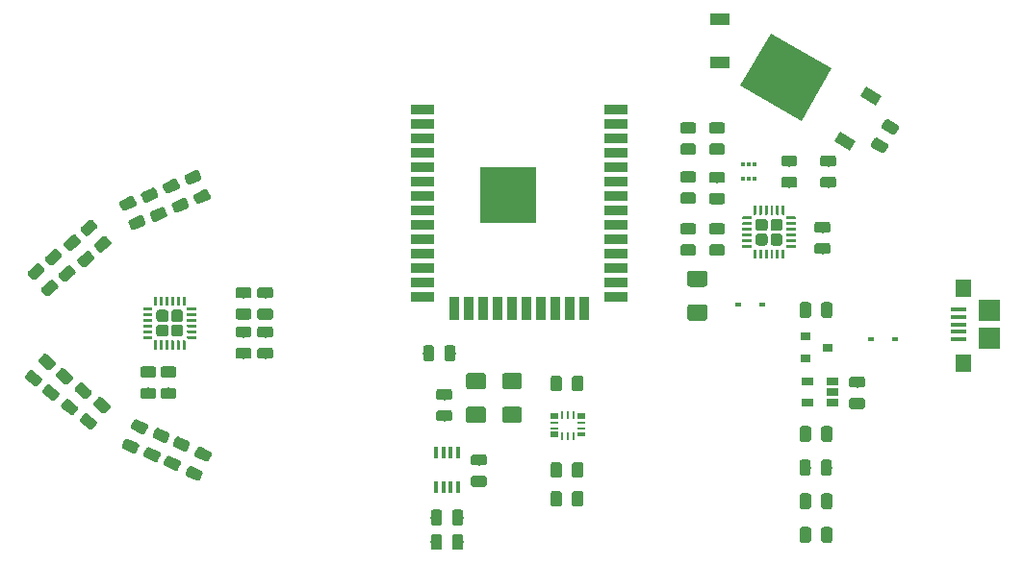
<source format=gbr>
G04 #@! TF.GenerationSoftware,KiCad,Pcbnew,(5.1.2-1)-1*
G04 #@! TF.CreationDate,2019-08-23T12:39:33+12:00*
G04 #@! TF.ProjectId,ccb,6363622e-6b69-4636-9164-5f7063625858,rev?*
G04 #@! TF.SameCoordinates,Original*
G04 #@! TF.FileFunction,Paste,Top*
G04 #@! TF.FilePolarity,Positive*
%FSLAX46Y46*%
G04 Gerber Fmt 4.6, Leading zero omitted, Abs format (unit mm)*
G04 Created by KiCad (PCBNEW (5.1.2-1)-1) date 2019-08-23 12:39:33*
%MOMM*%
%LPD*%
G04 APERTURE LIST*
%ADD10C,0.100000*%
%ADD11C,1.425000*%
%ADD12R,0.250000X0.750000*%
%ADD13R,0.650000X0.400000*%
%ADD14R,0.750000X0.250000*%
%ADD15R,0.650000X0.500000*%
%ADD16R,1.400000X1.600000*%
%ADD17R,1.900000X1.900000*%
%ADD18R,1.350000X0.400000*%
%ADD19R,0.380000X1.000000*%
%ADD20R,2.000000X0.900000*%
%ADD21R,0.900000X2.000000*%
%ADD22R,5.000000X5.000000*%
%ADD23C,0.250000*%
%ADD24C,1.050000*%
%ADD25R,0.900000X0.800000*%
%ADD26C,0.975000*%
%ADD27R,1.060000X0.650000*%
%ADD28R,1.699260X0.998220*%
%ADD29R,0.330000X0.450000*%
%ADD30C,1.016000*%
%ADD31C,5.298440*%
%ADD32R,0.600000X0.450000*%
G04 APERTURE END LIST*
D10*
G36*
X157288515Y-57164204D02*
G01*
X157312784Y-57167804D01*
X157336582Y-57173765D01*
X157359682Y-57182030D01*
X157381860Y-57192520D01*
X157402904Y-57205133D01*
X157422609Y-57219747D01*
X157440788Y-57236223D01*
X157457264Y-57254402D01*
X157471878Y-57274107D01*
X157484491Y-57295151D01*
X157494981Y-57317329D01*
X157503246Y-57340429D01*
X157509207Y-57364227D01*
X157512807Y-57388496D01*
X157514011Y-57413000D01*
X157514011Y-58338000D01*
X157512807Y-58362504D01*
X157509207Y-58386773D01*
X157503246Y-58410571D01*
X157494981Y-58433671D01*
X157484491Y-58455849D01*
X157471878Y-58476893D01*
X157457264Y-58496598D01*
X157440788Y-58514777D01*
X157422609Y-58531253D01*
X157402904Y-58545867D01*
X157381860Y-58558480D01*
X157359682Y-58568970D01*
X157336582Y-58577235D01*
X157312784Y-58583196D01*
X157288515Y-58586796D01*
X157264011Y-58588000D01*
X156014011Y-58588000D01*
X155989507Y-58586796D01*
X155965238Y-58583196D01*
X155941440Y-58577235D01*
X155918340Y-58568970D01*
X155896162Y-58558480D01*
X155875118Y-58545867D01*
X155855413Y-58531253D01*
X155837234Y-58514777D01*
X155820758Y-58496598D01*
X155806144Y-58476893D01*
X155793531Y-58455849D01*
X155783041Y-58433671D01*
X155774776Y-58410571D01*
X155768815Y-58386773D01*
X155765215Y-58362504D01*
X155764011Y-58338000D01*
X155764011Y-57413000D01*
X155765215Y-57388496D01*
X155768815Y-57364227D01*
X155774776Y-57340429D01*
X155783041Y-57317329D01*
X155793531Y-57295151D01*
X155806144Y-57274107D01*
X155820758Y-57254402D01*
X155837234Y-57236223D01*
X155855413Y-57219747D01*
X155875118Y-57205133D01*
X155896162Y-57192520D01*
X155918340Y-57182030D01*
X155941440Y-57173765D01*
X155965238Y-57167804D01*
X155989507Y-57164204D01*
X156014011Y-57163000D01*
X157264011Y-57163000D01*
X157288515Y-57164204D01*
X157288515Y-57164204D01*
G37*
D11*
X156639011Y-57875500D03*
D10*
G36*
X157288515Y-54189204D02*
G01*
X157312784Y-54192804D01*
X157336582Y-54198765D01*
X157359682Y-54207030D01*
X157381860Y-54217520D01*
X157402904Y-54230133D01*
X157422609Y-54244747D01*
X157440788Y-54261223D01*
X157457264Y-54279402D01*
X157471878Y-54299107D01*
X157484491Y-54320151D01*
X157494981Y-54342329D01*
X157503246Y-54365429D01*
X157509207Y-54389227D01*
X157512807Y-54413496D01*
X157514011Y-54438000D01*
X157514011Y-55363000D01*
X157512807Y-55387504D01*
X157509207Y-55411773D01*
X157503246Y-55435571D01*
X157494981Y-55458671D01*
X157484491Y-55480849D01*
X157471878Y-55501893D01*
X157457264Y-55521598D01*
X157440788Y-55539777D01*
X157422609Y-55556253D01*
X157402904Y-55570867D01*
X157381860Y-55583480D01*
X157359682Y-55593970D01*
X157336582Y-55602235D01*
X157312784Y-55608196D01*
X157288515Y-55611796D01*
X157264011Y-55613000D01*
X156014011Y-55613000D01*
X155989507Y-55611796D01*
X155965238Y-55608196D01*
X155941440Y-55602235D01*
X155918340Y-55593970D01*
X155896162Y-55583480D01*
X155875118Y-55570867D01*
X155855413Y-55556253D01*
X155837234Y-55539777D01*
X155820758Y-55521598D01*
X155806144Y-55501893D01*
X155793531Y-55480849D01*
X155783041Y-55458671D01*
X155774776Y-55435571D01*
X155768815Y-55411773D01*
X155765215Y-55387504D01*
X155764011Y-55363000D01*
X155764011Y-54438000D01*
X155765215Y-54413496D01*
X155768815Y-54389227D01*
X155774776Y-54365429D01*
X155783041Y-54342329D01*
X155793531Y-54320151D01*
X155806144Y-54299107D01*
X155820758Y-54279402D01*
X155837234Y-54261223D01*
X155855413Y-54244747D01*
X155875118Y-54230133D01*
X155896162Y-54217520D01*
X155918340Y-54207030D01*
X155941440Y-54198765D01*
X155965238Y-54192804D01*
X155989507Y-54189204D01*
X156014011Y-54188000D01*
X157264011Y-54188000D01*
X157288515Y-54189204D01*
X157288515Y-54189204D01*
G37*
D11*
X156639011Y-54900500D03*
D12*
X145768500Y-66905000D03*
X144768500Y-66905000D03*
X145268500Y-66905000D03*
X144768500Y-68755000D03*
X145768500Y-68755000D03*
X145268500Y-68755000D03*
D13*
X146443500Y-68630000D03*
D14*
X146443500Y-68080000D03*
X146443500Y-67580000D03*
D15*
X146443500Y-67030000D03*
X144093500Y-67030000D03*
X144093500Y-68630000D03*
D14*
X144093500Y-68080000D03*
X144093500Y-67580000D03*
D16*
X180039091Y-55728000D03*
D17*
X182293011Y-57728000D03*
X182293011Y-60128000D03*
D16*
X180039091Y-62328000D03*
D18*
X179618011Y-57630060D03*
X179618011Y-58280300D03*
X179618011Y-58928000D03*
X179618011Y-59575700D03*
X179618011Y-60225940D03*
D19*
X135595000Y-73255000D03*
X135595000Y-70255000D03*
X134945000Y-73255000D03*
X134945000Y-70255000D03*
X134295000Y-73255000D03*
X134295000Y-70255000D03*
X133645000Y-73255000D03*
X133645000Y-70255000D03*
D20*
X149470000Y-40005000D03*
X149470000Y-41275000D03*
X149470000Y-42545000D03*
X149470000Y-43815000D03*
X149470000Y-45085000D03*
X149470000Y-46355000D03*
X149470000Y-47625000D03*
X149470000Y-48895000D03*
X149470000Y-50165000D03*
X149470000Y-51435000D03*
X149470000Y-52705000D03*
X149470000Y-53975000D03*
X149470000Y-55245000D03*
X149470000Y-56515000D03*
D21*
X146685000Y-57515000D03*
X145415000Y-57515000D03*
X144145000Y-57515000D03*
X142875000Y-57515000D03*
X141605000Y-57515000D03*
X140335000Y-57515000D03*
X139065000Y-57515000D03*
X137795000Y-57515000D03*
X136525000Y-57515000D03*
X135255000Y-57515000D03*
D20*
X132470000Y-56515000D03*
X132470000Y-55245000D03*
X132470000Y-53975000D03*
X132470000Y-52705000D03*
X132470000Y-51435000D03*
X132470000Y-50165000D03*
X132470000Y-48895000D03*
X132470000Y-47625000D03*
X132470000Y-46355000D03*
X132470000Y-45085000D03*
X132470000Y-43815000D03*
X132470000Y-42545000D03*
X132470000Y-41275000D03*
X132470000Y-40005000D03*
D22*
X139970000Y-47505000D03*
D10*
G36*
X161359626Y-51925301D02*
G01*
X161365693Y-51926201D01*
X161371643Y-51927691D01*
X161377418Y-51929758D01*
X161382962Y-51932380D01*
X161388223Y-51935533D01*
X161393150Y-51939187D01*
X161397694Y-51943306D01*
X161401813Y-51947850D01*
X161405467Y-51952777D01*
X161408620Y-51958038D01*
X161411242Y-51963582D01*
X161413309Y-51969357D01*
X161414799Y-51975307D01*
X161415699Y-51981374D01*
X161416000Y-51987500D01*
X161416000Y-52112500D01*
X161415699Y-52118626D01*
X161414799Y-52124693D01*
X161413309Y-52130643D01*
X161411242Y-52136418D01*
X161408620Y-52141962D01*
X161405467Y-52147223D01*
X161401813Y-52152150D01*
X161397694Y-52156694D01*
X161393150Y-52160813D01*
X161388223Y-52164467D01*
X161382962Y-52167620D01*
X161377418Y-52170242D01*
X161371643Y-52172309D01*
X161365693Y-52173799D01*
X161359626Y-52174699D01*
X161353500Y-52175000D01*
X160653500Y-52175000D01*
X160647374Y-52174699D01*
X160641307Y-52173799D01*
X160635357Y-52172309D01*
X160629582Y-52170242D01*
X160624038Y-52167620D01*
X160618777Y-52164467D01*
X160613850Y-52160813D01*
X160609306Y-52156694D01*
X160605187Y-52152150D01*
X160601533Y-52147223D01*
X160598380Y-52141962D01*
X160595758Y-52136418D01*
X160593691Y-52130643D01*
X160592201Y-52124693D01*
X160591301Y-52118626D01*
X160591000Y-52112500D01*
X160591000Y-51987500D01*
X160591301Y-51981374D01*
X160592201Y-51975307D01*
X160593691Y-51969357D01*
X160595758Y-51963582D01*
X160598380Y-51958038D01*
X160601533Y-51952777D01*
X160605187Y-51947850D01*
X160609306Y-51943306D01*
X160613850Y-51939187D01*
X160618777Y-51935533D01*
X160624038Y-51932380D01*
X160629582Y-51929758D01*
X160635357Y-51927691D01*
X160641307Y-51926201D01*
X160647374Y-51925301D01*
X160653500Y-51925000D01*
X161353500Y-51925000D01*
X161359626Y-51925301D01*
X161359626Y-51925301D01*
G37*
D23*
X161003500Y-52050000D03*
D10*
G36*
X161359626Y-51425301D02*
G01*
X161365693Y-51426201D01*
X161371643Y-51427691D01*
X161377418Y-51429758D01*
X161382962Y-51432380D01*
X161388223Y-51435533D01*
X161393150Y-51439187D01*
X161397694Y-51443306D01*
X161401813Y-51447850D01*
X161405467Y-51452777D01*
X161408620Y-51458038D01*
X161411242Y-51463582D01*
X161413309Y-51469357D01*
X161414799Y-51475307D01*
X161415699Y-51481374D01*
X161416000Y-51487500D01*
X161416000Y-51612500D01*
X161415699Y-51618626D01*
X161414799Y-51624693D01*
X161413309Y-51630643D01*
X161411242Y-51636418D01*
X161408620Y-51641962D01*
X161405467Y-51647223D01*
X161401813Y-51652150D01*
X161397694Y-51656694D01*
X161393150Y-51660813D01*
X161388223Y-51664467D01*
X161382962Y-51667620D01*
X161377418Y-51670242D01*
X161371643Y-51672309D01*
X161365693Y-51673799D01*
X161359626Y-51674699D01*
X161353500Y-51675000D01*
X160653500Y-51675000D01*
X160647374Y-51674699D01*
X160641307Y-51673799D01*
X160635357Y-51672309D01*
X160629582Y-51670242D01*
X160624038Y-51667620D01*
X160618777Y-51664467D01*
X160613850Y-51660813D01*
X160609306Y-51656694D01*
X160605187Y-51652150D01*
X160601533Y-51647223D01*
X160598380Y-51641962D01*
X160595758Y-51636418D01*
X160593691Y-51630643D01*
X160592201Y-51624693D01*
X160591301Y-51618626D01*
X160591000Y-51612500D01*
X160591000Y-51487500D01*
X160591301Y-51481374D01*
X160592201Y-51475307D01*
X160593691Y-51469357D01*
X160595758Y-51463582D01*
X160598380Y-51458038D01*
X160601533Y-51452777D01*
X160605187Y-51447850D01*
X160609306Y-51443306D01*
X160613850Y-51439187D01*
X160618777Y-51435533D01*
X160624038Y-51432380D01*
X160629582Y-51429758D01*
X160635357Y-51427691D01*
X160641307Y-51426201D01*
X160647374Y-51425301D01*
X160653500Y-51425000D01*
X161353500Y-51425000D01*
X161359626Y-51425301D01*
X161359626Y-51425301D01*
G37*
D23*
X161003500Y-51550000D03*
D10*
G36*
X161359626Y-50925301D02*
G01*
X161365693Y-50926201D01*
X161371643Y-50927691D01*
X161377418Y-50929758D01*
X161382962Y-50932380D01*
X161388223Y-50935533D01*
X161393150Y-50939187D01*
X161397694Y-50943306D01*
X161401813Y-50947850D01*
X161405467Y-50952777D01*
X161408620Y-50958038D01*
X161411242Y-50963582D01*
X161413309Y-50969357D01*
X161414799Y-50975307D01*
X161415699Y-50981374D01*
X161416000Y-50987500D01*
X161416000Y-51112500D01*
X161415699Y-51118626D01*
X161414799Y-51124693D01*
X161413309Y-51130643D01*
X161411242Y-51136418D01*
X161408620Y-51141962D01*
X161405467Y-51147223D01*
X161401813Y-51152150D01*
X161397694Y-51156694D01*
X161393150Y-51160813D01*
X161388223Y-51164467D01*
X161382962Y-51167620D01*
X161377418Y-51170242D01*
X161371643Y-51172309D01*
X161365693Y-51173799D01*
X161359626Y-51174699D01*
X161353500Y-51175000D01*
X160653500Y-51175000D01*
X160647374Y-51174699D01*
X160641307Y-51173799D01*
X160635357Y-51172309D01*
X160629582Y-51170242D01*
X160624038Y-51167620D01*
X160618777Y-51164467D01*
X160613850Y-51160813D01*
X160609306Y-51156694D01*
X160605187Y-51152150D01*
X160601533Y-51147223D01*
X160598380Y-51141962D01*
X160595758Y-51136418D01*
X160593691Y-51130643D01*
X160592201Y-51124693D01*
X160591301Y-51118626D01*
X160591000Y-51112500D01*
X160591000Y-50987500D01*
X160591301Y-50981374D01*
X160592201Y-50975307D01*
X160593691Y-50969357D01*
X160595758Y-50963582D01*
X160598380Y-50958038D01*
X160601533Y-50952777D01*
X160605187Y-50947850D01*
X160609306Y-50943306D01*
X160613850Y-50939187D01*
X160618777Y-50935533D01*
X160624038Y-50932380D01*
X160629582Y-50929758D01*
X160635357Y-50927691D01*
X160641307Y-50926201D01*
X160647374Y-50925301D01*
X160653500Y-50925000D01*
X161353500Y-50925000D01*
X161359626Y-50925301D01*
X161359626Y-50925301D01*
G37*
D23*
X161003500Y-51050000D03*
D10*
G36*
X161359626Y-50425301D02*
G01*
X161365693Y-50426201D01*
X161371643Y-50427691D01*
X161377418Y-50429758D01*
X161382962Y-50432380D01*
X161388223Y-50435533D01*
X161393150Y-50439187D01*
X161397694Y-50443306D01*
X161401813Y-50447850D01*
X161405467Y-50452777D01*
X161408620Y-50458038D01*
X161411242Y-50463582D01*
X161413309Y-50469357D01*
X161414799Y-50475307D01*
X161415699Y-50481374D01*
X161416000Y-50487500D01*
X161416000Y-50612500D01*
X161415699Y-50618626D01*
X161414799Y-50624693D01*
X161413309Y-50630643D01*
X161411242Y-50636418D01*
X161408620Y-50641962D01*
X161405467Y-50647223D01*
X161401813Y-50652150D01*
X161397694Y-50656694D01*
X161393150Y-50660813D01*
X161388223Y-50664467D01*
X161382962Y-50667620D01*
X161377418Y-50670242D01*
X161371643Y-50672309D01*
X161365693Y-50673799D01*
X161359626Y-50674699D01*
X161353500Y-50675000D01*
X160653500Y-50675000D01*
X160647374Y-50674699D01*
X160641307Y-50673799D01*
X160635357Y-50672309D01*
X160629582Y-50670242D01*
X160624038Y-50667620D01*
X160618777Y-50664467D01*
X160613850Y-50660813D01*
X160609306Y-50656694D01*
X160605187Y-50652150D01*
X160601533Y-50647223D01*
X160598380Y-50641962D01*
X160595758Y-50636418D01*
X160593691Y-50630643D01*
X160592201Y-50624693D01*
X160591301Y-50618626D01*
X160591000Y-50612500D01*
X160591000Y-50487500D01*
X160591301Y-50481374D01*
X160592201Y-50475307D01*
X160593691Y-50469357D01*
X160595758Y-50463582D01*
X160598380Y-50458038D01*
X160601533Y-50452777D01*
X160605187Y-50447850D01*
X160609306Y-50443306D01*
X160613850Y-50439187D01*
X160618777Y-50435533D01*
X160624038Y-50432380D01*
X160629582Y-50429758D01*
X160635357Y-50427691D01*
X160641307Y-50426201D01*
X160647374Y-50425301D01*
X160653500Y-50425000D01*
X161353500Y-50425000D01*
X161359626Y-50425301D01*
X161359626Y-50425301D01*
G37*
D23*
X161003500Y-50550000D03*
D10*
G36*
X161359626Y-49925301D02*
G01*
X161365693Y-49926201D01*
X161371643Y-49927691D01*
X161377418Y-49929758D01*
X161382962Y-49932380D01*
X161388223Y-49935533D01*
X161393150Y-49939187D01*
X161397694Y-49943306D01*
X161401813Y-49947850D01*
X161405467Y-49952777D01*
X161408620Y-49958038D01*
X161411242Y-49963582D01*
X161413309Y-49969357D01*
X161414799Y-49975307D01*
X161415699Y-49981374D01*
X161416000Y-49987500D01*
X161416000Y-50112500D01*
X161415699Y-50118626D01*
X161414799Y-50124693D01*
X161413309Y-50130643D01*
X161411242Y-50136418D01*
X161408620Y-50141962D01*
X161405467Y-50147223D01*
X161401813Y-50152150D01*
X161397694Y-50156694D01*
X161393150Y-50160813D01*
X161388223Y-50164467D01*
X161382962Y-50167620D01*
X161377418Y-50170242D01*
X161371643Y-50172309D01*
X161365693Y-50173799D01*
X161359626Y-50174699D01*
X161353500Y-50175000D01*
X160653500Y-50175000D01*
X160647374Y-50174699D01*
X160641307Y-50173799D01*
X160635357Y-50172309D01*
X160629582Y-50170242D01*
X160624038Y-50167620D01*
X160618777Y-50164467D01*
X160613850Y-50160813D01*
X160609306Y-50156694D01*
X160605187Y-50152150D01*
X160601533Y-50147223D01*
X160598380Y-50141962D01*
X160595758Y-50136418D01*
X160593691Y-50130643D01*
X160592201Y-50124693D01*
X160591301Y-50118626D01*
X160591000Y-50112500D01*
X160591000Y-49987500D01*
X160591301Y-49981374D01*
X160592201Y-49975307D01*
X160593691Y-49969357D01*
X160595758Y-49963582D01*
X160598380Y-49958038D01*
X160601533Y-49952777D01*
X160605187Y-49947850D01*
X160609306Y-49943306D01*
X160613850Y-49939187D01*
X160618777Y-49935533D01*
X160624038Y-49932380D01*
X160629582Y-49929758D01*
X160635357Y-49927691D01*
X160641307Y-49926201D01*
X160647374Y-49925301D01*
X160653500Y-49925000D01*
X161353500Y-49925000D01*
X161359626Y-49925301D01*
X161359626Y-49925301D01*
G37*
D23*
X161003500Y-50050000D03*
D10*
G36*
X161359626Y-49425301D02*
G01*
X161365693Y-49426201D01*
X161371643Y-49427691D01*
X161377418Y-49429758D01*
X161382962Y-49432380D01*
X161388223Y-49435533D01*
X161393150Y-49439187D01*
X161397694Y-49443306D01*
X161401813Y-49447850D01*
X161405467Y-49452777D01*
X161408620Y-49458038D01*
X161411242Y-49463582D01*
X161413309Y-49469357D01*
X161414799Y-49475307D01*
X161415699Y-49481374D01*
X161416000Y-49487500D01*
X161416000Y-49612500D01*
X161415699Y-49618626D01*
X161414799Y-49624693D01*
X161413309Y-49630643D01*
X161411242Y-49636418D01*
X161408620Y-49641962D01*
X161405467Y-49647223D01*
X161401813Y-49652150D01*
X161397694Y-49656694D01*
X161393150Y-49660813D01*
X161388223Y-49664467D01*
X161382962Y-49667620D01*
X161377418Y-49670242D01*
X161371643Y-49672309D01*
X161365693Y-49673799D01*
X161359626Y-49674699D01*
X161353500Y-49675000D01*
X160653500Y-49675000D01*
X160647374Y-49674699D01*
X160641307Y-49673799D01*
X160635357Y-49672309D01*
X160629582Y-49670242D01*
X160624038Y-49667620D01*
X160618777Y-49664467D01*
X160613850Y-49660813D01*
X160609306Y-49656694D01*
X160605187Y-49652150D01*
X160601533Y-49647223D01*
X160598380Y-49641962D01*
X160595758Y-49636418D01*
X160593691Y-49630643D01*
X160592201Y-49624693D01*
X160591301Y-49618626D01*
X160591000Y-49612500D01*
X160591000Y-49487500D01*
X160591301Y-49481374D01*
X160592201Y-49475307D01*
X160593691Y-49469357D01*
X160595758Y-49463582D01*
X160598380Y-49458038D01*
X160601533Y-49452777D01*
X160605187Y-49447850D01*
X160609306Y-49443306D01*
X160613850Y-49439187D01*
X160618777Y-49435533D01*
X160624038Y-49432380D01*
X160629582Y-49429758D01*
X160635357Y-49427691D01*
X160641307Y-49426201D01*
X160647374Y-49425301D01*
X160653500Y-49425000D01*
X161353500Y-49425000D01*
X161359626Y-49425301D01*
X161359626Y-49425301D01*
G37*
D23*
X161003500Y-49550000D03*
D10*
G36*
X161759626Y-48450301D02*
G01*
X161765693Y-48451201D01*
X161771643Y-48452691D01*
X161777418Y-48454758D01*
X161782962Y-48457380D01*
X161788223Y-48460533D01*
X161793150Y-48464187D01*
X161797694Y-48468306D01*
X161801813Y-48472850D01*
X161805467Y-48477777D01*
X161808620Y-48483038D01*
X161811242Y-48488582D01*
X161813309Y-48494357D01*
X161814799Y-48500307D01*
X161815699Y-48506374D01*
X161816000Y-48512500D01*
X161816000Y-49212500D01*
X161815699Y-49218626D01*
X161814799Y-49224693D01*
X161813309Y-49230643D01*
X161811242Y-49236418D01*
X161808620Y-49241962D01*
X161805467Y-49247223D01*
X161801813Y-49252150D01*
X161797694Y-49256694D01*
X161793150Y-49260813D01*
X161788223Y-49264467D01*
X161782962Y-49267620D01*
X161777418Y-49270242D01*
X161771643Y-49272309D01*
X161765693Y-49273799D01*
X161759626Y-49274699D01*
X161753500Y-49275000D01*
X161628500Y-49275000D01*
X161622374Y-49274699D01*
X161616307Y-49273799D01*
X161610357Y-49272309D01*
X161604582Y-49270242D01*
X161599038Y-49267620D01*
X161593777Y-49264467D01*
X161588850Y-49260813D01*
X161584306Y-49256694D01*
X161580187Y-49252150D01*
X161576533Y-49247223D01*
X161573380Y-49241962D01*
X161570758Y-49236418D01*
X161568691Y-49230643D01*
X161567201Y-49224693D01*
X161566301Y-49218626D01*
X161566000Y-49212500D01*
X161566000Y-48512500D01*
X161566301Y-48506374D01*
X161567201Y-48500307D01*
X161568691Y-48494357D01*
X161570758Y-48488582D01*
X161573380Y-48483038D01*
X161576533Y-48477777D01*
X161580187Y-48472850D01*
X161584306Y-48468306D01*
X161588850Y-48464187D01*
X161593777Y-48460533D01*
X161599038Y-48457380D01*
X161604582Y-48454758D01*
X161610357Y-48452691D01*
X161616307Y-48451201D01*
X161622374Y-48450301D01*
X161628500Y-48450000D01*
X161753500Y-48450000D01*
X161759626Y-48450301D01*
X161759626Y-48450301D01*
G37*
D23*
X161691000Y-48862500D03*
D10*
G36*
X162259626Y-48450301D02*
G01*
X162265693Y-48451201D01*
X162271643Y-48452691D01*
X162277418Y-48454758D01*
X162282962Y-48457380D01*
X162288223Y-48460533D01*
X162293150Y-48464187D01*
X162297694Y-48468306D01*
X162301813Y-48472850D01*
X162305467Y-48477777D01*
X162308620Y-48483038D01*
X162311242Y-48488582D01*
X162313309Y-48494357D01*
X162314799Y-48500307D01*
X162315699Y-48506374D01*
X162316000Y-48512500D01*
X162316000Y-49212500D01*
X162315699Y-49218626D01*
X162314799Y-49224693D01*
X162313309Y-49230643D01*
X162311242Y-49236418D01*
X162308620Y-49241962D01*
X162305467Y-49247223D01*
X162301813Y-49252150D01*
X162297694Y-49256694D01*
X162293150Y-49260813D01*
X162288223Y-49264467D01*
X162282962Y-49267620D01*
X162277418Y-49270242D01*
X162271643Y-49272309D01*
X162265693Y-49273799D01*
X162259626Y-49274699D01*
X162253500Y-49275000D01*
X162128500Y-49275000D01*
X162122374Y-49274699D01*
X162116307Y-49273799D01*
X162110357Y-49272309D01*
X162104582Y-49270242D01*
X162099038Y-49267620D01*
X162093777Y-49264467D01*
X162088850Y-49260813D01*
X162084306Y-49256694D01*
X162080187Y-49252150D01*
X162076533Y-49247223D01*
X162073380Y-49241962D01*
X162070758Y-49236418D01*
X162068691Y-49230643D01*
X162067201Y-49224693D01*
X162066301Y-49218626D01*
X162066000Y-49212500D01*
X162066000Y-48512500D01*
X162066301Y-48506374D01*
X162067201Y-48500307D01*
X162068691Y-48494357D01*
X162070758Y-48488582D01*
X162073380Y-48483038D01*
X162076533Y-48477777D01*
X162080187Y-48472850D01*
X162084306Y-48468306D01*
X162088850Y-48464187D01*
X162093777Y-48460533D01*
X162099038Y-48457380D01*
X162104582Y-48454758D01*
X162110357Y-48452691D01*
X162116307Y-48451201D01*
X162122374Y-48450301D01*
X162128500Y-48450000D01*
X162253500Y-48450000D01*
X162259626Y-48450301D01*
X162259626Y-48450301D01*
G37*
D23*
X162191000Y-48862500D03*
D10*
G36*
X162759626Y-48450301D02*
G01*
X162765693Y-48451201D01*
X162771643Y-48452691D01*
X162777418Y-48454758D01*
X162782962Y-48457380D01*
X162788223Y-48460533D01*
X162793150Y-48464187D01*
X162797694Y-48468306D01*
X162801813Y-48472850D01*
X162805467Y-48477777D01*
X162808620Y-48483038D01*
X162811242Y-48488582D01*
X162813309Y-48494357D01*
X162814799Y-48500307D01*
X162815699Y-48506374D01*
X162816000Y-48512500D01*
X162816000Y-49212500D01*
X162815699Y-49218626D01*
X162814799Y-49224693D01*
X162813309Y-49230643D01*
X162811242Y-49236418D01*
X162808620Y-49241962D01*
X162805467Y-49247223D01*
X162801813Y-49252150D01*
X162797694Y-49256694D01*
X162793150Y-49260813D01*
X162788223Y-49264467D01*
X162782962Y-49267620D01*
X162777418Y-49270242D01*
X162771643Y-49272309D01*
X162765693Y-49273799D01*
X162759626Y-49274699D01*
X162753500Y-49275000D01*
X162628500Y-49275000D01*
X162622374Y-49274699D01*
X162616307Y-49273799D01*
X162610357Y-49272309D01*
X162604582Y-49270242D01*
X162599038Y-49267620D01*
X162593777Y-49264467D01*
X162588850Y-49260813D01*
X162584306Y-49256694D01*
X162580187Y-49252150D01*
X162576533Y-49247223D01*
X162573380Y-49241962D01*
X162570758Y-49236418D01*
X162568691Y-49230643D01*
X162567201Y-49224693D01*
X162566301Y-49218626D01*
X162566000Y-49212500D01*
X162566000Y-48512500D01*
X162566301Y-48506374D01*
X162567201Y-48500307D01*
X162568691Y-48494357D01*
X162570758Y-48488582D01*
X162573380Y-48483038D01*
X162576533Y-48477777D01*
X162580187Y-48472850D01*
X162584306Y-48468306D01*
X162588850Y-48464187D01*
X162593777Y-48460533D01*
X162599038Y-48457380D01*
X162604582Y-48454758D01*
X162610357Y-48452691D01*
X162616307Y-48451201D01*
X162622374Y-48450301D01*
X162628500Y-48450000D01*
X162753500Y-48450000D01*
X162759626Y-48450301D01*
X162759626Y-48450301D01*
G37*
D23*
X162691000Y-48862500D03*
D10*
G36*
X163259626Y-48450301D02*
G01*
X163265693Y-48451201D01*
X163271643Y-48452691D01*
X163277418Y-48454758D01*
X163282962Y-48457380D01*
X163288223Y-48460533D01*
X163293150Y-48464187D01*
X163297694Y-48468306D01*
X163301813Y-48472850D01*
X163305467Y-48477777D01*
X163308620Y-48483038D01*
X163311242Y-48488582D01*
X163313309Y-48494357D01*
X163314799Y-48500307D01*
X163315699Y-48506374D01*
X163316000Y-48512500D01*
X163316000Y-49212500D01*
X163315699Y-49218626D01*
X163314799Y-49224693D01*
X163313309Y-49230643D01*
X163311242Y-49236418D01*
X163308620Y-49241962D01*
X163305467Y-49247223D01*
X163301813Y-49252150D01*
X163297694Y-49256694D01*
X163293150Y-49260813D01*
X163288223Y-49264467D01*
X163282962Y-49267620D01*
X163277418Y-49270242D01*
X163271643Y-49272309D01*
X163265693Y-49273799D01*
X163259626Y-49274699D01*
X163253500Y-49275000D01*
X163128500Y-49275000D01*
X163122374Y-49274699D01*
X163116307Y-49273799D01*
X163110357Y-49272309D01*
X163104582Y-49270242D01*
X163099038Y-49267620D01*
X163093777Y-49264467D01*
X163088850Y-49260813D01*
X163084306Y-49256694D01*
X163080187Y-49252150D01*
X163076533Y-49247223D01*
X163073380Y-49241962D01*
X163070758Y-49236418D01*
X163068691Y-49230643D01*
X163067201Y-49224693D01*
X163066301Y-49218626D01*
X163066000Y-49212500D01*
X163066000Y-48512500D01*
X163066301Y-48506374D01*
X163067201Y-48500307D01*
X163068691Y-48494357D01*
X163070758Y-48488582D01*
X163073380Y-48483038D01*
X163076533Y-48477777D01*
X163080187Y-48472850D01*
X163084306Y-48468306D01*
X163088850Y-48464187D01*
X163093777Y-48460533D01*
X163099038Y-48457380D01*
X163104582Y-48454758D01*
X163110357Y-48452691D01*
X163116307Y-48451201D01*
X163122374Y-48450301D01*
X163128500Y-48450000D01*
X163253500Y-48450000D01*
X163259626Y-48450301D01*
X163259626Y-48450301D01*
G37*
D23*
X163191000Y-48862500D03*
D10*
G36*
X163759626Y-48450301D02*
G01*
X163765693Y-48451201D01*
X163771643Y-48452691D01*
X163777418Y-48454758D01*
X163782962Y-48457380D01*
X163788223Y-48460533D01*
X163793150Y-48464187D01*
X163797694Y-48468306D01*
X163801813Y-48472850D01*
X163805467Y-48477777D01*
X163808620Y-48483038D01*
X163811242Y-48488582D01*
X163813309Y-48494357D01*
X163814799Y-48500307D01*
X163815699Y-48506374D01*
X163816000Y-48512500D01*
X163816000Y-49212500D01*
X163815699Y-49218626D01*
X163814799Y-49224693D01*
X163813309Y-49230643D01*
X163811242Y-49236418D01*
X163808620Y-49241962D01*
X163805467Y-49247223D01*
X163801813Y-49252150D01*
X163797694Y-49256694D01*
X163793150Y-49260813D01*
X163788223Y-49264467D01*
X163782962Y-49267620D01*
X163777418Y-49270242D01*
X163771643Y-49272309D01*
X163765693Y-49273799D01*
X163759626Y-49274699D01*
X163753500Y-49275000D01*
X163628500Y-49275000D01*
X163622374Y-49274699D01*
X163616307Y-49273799D01*
X163610357Y-49272309D01*
X163604582Y-49270242D01*
X163599038Y-49267620D01*
X163593777Y-49264467D01*
X163588850Y-49260813D01*
X163584306Y-49256694D01*
X163580187Y-49252150D01*
X163576533Y-49247223D01*
X163573380Y-49241962D01*
X163570758Y-49236418D01*
X163568691Y-49230643D01*
X163567201Y-49224693D01*
X163566301Y-49218626D01*
X163566000Y-49212500D01*
X163566000Y-48512500D01*
X163566301Y-48506374D01*
X163567201Y-48500307D01*
X163568691Y-48494357D01*
X163570758Y-48488582D01*
X163573380Y-48483038D01*
X163576533Y-48477777D01*
X163580187Y-48472850D01*
X163584306Y-48468306D01*
X163588850Y-48464187D01*
X163593777Y-48460533D01*
X163599038Y-48457380D01*
X163604582Y-48454758D01*
X163610357Y-48452691D01*
X163616307Y-48451201D01*
X163622374Y-48450301D01*
X163628500Y-48450000D01*
X163753500Y-48450000D01*
X163759626Y-48450301D01*
X163759626Y-48450301D01*
G37*
D23*
X163691000Y-48862500D03*
D10*
G36*
X164259626Y-48450301D02*
G01*
X164265693Y-48451201D01*
X164271643Y-48452691D01*
X164277418Y-48454758D01*
X164282962Y-48457380D01*
X164288223Y-48460533D01*
X164293150Y-48464187D01*
X164297694Y-48468306D01*
X164301813Y-48472850D01*
X164305467Y-48477777D01*
X164308620Y-48483038D01*
X164311242Y-48488582D01*
X164313309Y-48494357D01*
X164314799Y-48500307D01*
X164315699Y-48506374D01*
X164316000Y-48512500D01*
X164316000Y-49212500D01*
X164315699Y-49218626D01*
X164314799Y-49224693D01*
X164313309Y-49230643D01*
X164311242Y-49236418D01*
X164308620Y-49241962D01*
X164305467Y-49247223D01*
X164301813Y-49252150D01*
X164297694Y-49256694D01*
X164293150Y-49260813D01*
X164288223Y-49264467D01*
X164282962Y-49267620D01*
X164277418Y-49270242D01*
X164271643Y-49272309D01*
X164265693Y-49273799D01*
X164259626Y-49274699D01*
X164253500Y-49275000D01*
X164128500Y-49275000D01*
X164122374Y-49274699D01*
X164116307Y-49273799D01*
X164110357Y-49272309D01*
X164104582Y-49270242D01*
X164099038Y-49267620D01*
X164093777Y-49264467D01*
X164088850Y-49260813D01*
X164084306Y-49256694D01*
X164080187Y-49252150D01*
X164076533Y-49247223D01*
X164073380Y-49241962D01*
X164070758Y-49236418D01*
X164068691Y-49230643D01*
X164067201Y-49224693D01*
X164066301Y-49218626D01*
X164066000Y-49212500D01*
X164066000Y-48512500D01*
X164066301Y-48506374D01*
X164067201Y-48500307D01*
X164068691Y-48494357D01*
X164070758Y-48488582D01*
X164073380Y-48483038D01*
X164076533Y-48477777D01*
X164080187Y-48472850D01*
X164084306Y-48468306D01*
X164088850Y-48464187D01*
X164093777Y-48460533D01*
X164099038Y-48457380D01*
X164104582Y-48454758D01*
X164110357Y-48452691D01*
X164116307Y-48451201D01*
X164122374Y-48450301D01*
X164128500Y-48450000D01*
X164253500Y-48450000D01*
X164259626Y-48450301D01*
X164259626Y-48450301D01*
G37*
D23*
X164191000Y-48862500D03*
D10*
G36*
X165234626Y-49425301D02*
G01*
X165240693Y-49426201D01*
X165246643Y-49427691D01*
X165252418Y-49429758D01*
X165257962Y-49432380D01*
X165263223Y-49435533D01*
X165268150Y-49439187D01*
X165272694Y-49443306D01*
X165276813Y-49447850D01*
X165280467Y-49452777D01*
X165283620Y-49458038D01*
X165286242Y-49463582D01*
X165288309Y-49469357D01*
X165289799Y-49475307D01*
X165290699Y-49481374D01*
X165291000Y-49487500D01*
X165291000Y-49612500D01*
X165290699Y-49618626D01*
X165289799Y-49624693D01*
X165288309Y-49630643D01*
X165286242Y-49636418D01*
X165283620Y-49641962D01*
X165280467Y-49647223D01*
X165276813Y-49652150D01*
X165272694Y-49656694D01*
X165268150Y-49660813D01*
X165263223Y-49664467D01*
X165257962Y-49667620D01*
X165252418Y-49670242D01*
X165246643Y-49672309D01*
X165240693Y-49673799D01*
X165234626Y-49674699D01*
X165228500Y-49675000D01*
X164528500Y-49675000D01*
X164522374Y-49674699D01*
X164516307Y-49673799D01*
X164510357Y-49672309D01*
X164504582Y-49670242D01*
X164499038Y-49667620D01*
X164493777Y-49664467D01*
X164488850Y-49660813D01*
X164484306Y-49656694D01*
X164480187Y-49652150D01*
X164476533Y-49647223D01*
X164473380Y-49641962D01*
X164470758Y-49636418D01*
X164468691Y-49630643D01*
X164467201Y-49624693D01*
X164466301Y-49618626D01*
X164466000Y-49612500D01*
X164466000Y-49487500D01*
X164466301Y-49481374D01*
X164467201Y-49475307D01*
X164468691Y-49469357D01*
X164470758Y-49463582D01*
X164473380Y-49458038D01*
X164476533Y-49452777D01*
X164480187Y-49447850D01*
X164484306Y-49443306D01*
X164488850Y-49439187D01*
X164493777Y-49435533D01*
X164499038Y-49432380D01*
X164504582Y-49429758D01*
X164510357Y-49427691D01*
X164516307Y-49426201D01*
X164522374Y-49425301D01*
X164528500Y-49425000D01*
X165228500Y-49425000D01*
X165234626Y-49425301D01*
X165234626Y-49425301D01*
G37*
D23*
X164878500Y-49550000D03*
D10*
G36*
X165234626Y-49925301D02*
G01*
X165240693Y-49926201D01*
X165246643Y-49927691D01*
X165252418Y-49929758D01*
X165257962Y-49932380D01*
X165263223Y-49935533D01*
X165268150Y-49939187D01*
X165272694Y-49943306D01*
X165276813Y-49947850D01*
X165280467Y-49952777D01*
X165283620Y-49958038D01*
X165286242Y-49963582D01*
X165288309Y-49969357D01*
X165289799Y-49975307D01*
X165290699Y-49981374D01*
X165291000Y-49987500D01*
X165291000Y-50112500D01*
X165290699Y-50118626D01*
X165289799Y-50124693D01*
X165288309Y-50130643D01*
X165286242Y-50136418D01*
X165283620Y-50141962D01*
X165280467Y-50147223D01*
X165276813Y-50152150D01*
X165272694Y-50156694D01*
X165268150Y-50160813D01*
X165263223Y-50164467D01*
X165257962Y-50167620D01*
X165252418Y-50170242D01*
X165246643Y-50172309D01*
X165240693Y-50173799D01*
X165234626Y-50174699D01*
X165228500Y-50175000D01*
X164528500Y-50175000D01*
X164522374Y-50174699D01*
X164516307Y-50173799D01*
X164510357Y-50172309D01*
X164504582Y-50170242D01*
X164499038Y-50167620D01*
X164493777Y-50164467D01*
X164488850Y-50160813D01*
X164484306Y-50156694D01*
X164480187Y-50152150D01*
X164476533Y-50147223D01*
X164473380Y-50141962D01*
X164470758Y-50136418D01*
X164468691Y-50130643D01*
X164467201Y-50124693D01*
X164466301Y-50118626D01*
X164466000Y-50112500D01*
X164466000Y-49987500D01*
X164466301Y-49981374D01*
X164467201Y-49975307D01*
X164468691Y-49969357D01*
X164470758Y-49963582D01*
X164473380Y-49958038D01*
X164476533Y-49952777D01*
X164480187Y-49947850D01*
X164484306Y-49943306D01*
X164488850Y-49939187D01*
X164493777Y-49935533D01*
X164499038Y-49932380D01*
X164504582Y-49929758D01*
X164510357Y-49927691D01*
X164516307Y-49926201D01*
X164522374Y-49925301D01*
X164528500Y-49925000D01*
X165228500Y-49925000D01*
X165234626Y-49925301D01*
X165234626Y-49925301D01*
G37*
D23*
X164878500Y-50050000D03*
D10*
G36*
X165234626Y-50425301D02*
G01*
X165240693Y-50426201D01*
X165246643Y-50427691D01*
X165252418Y-50429758D01*
X165257962Y-50432380D01*
X165263223Y-50435533D01*
X165268150Y-50439187D01*
X165272694Y-50443306D01*
X165276813Y-50447850D01*
X165280467Y-50452777D01*
X165283620Y-50458038D01*
X165286242Y-50463582D01*
X165288309Y-50469357D01*
X165289799Y-50475307D01*
X165290699Y-50481374D01*
X165291000Y-50487500D01*
X165291000Y-50612500D01*
X165290699Y-50618626D01*
X165289799Y-50624693D01*
X165288309Y-50630643D01*
X165286242Y-50636418D01*
X165283620Y-50641962D01*
X165280467Y-50647223D01*
X165276813Y-50652150D01*
X165272694Y-50656694D01*
X165268150Y-50660813D01*
X165263223Y-50664467D01*
X165257962Y-50667620D01*
X165252418Y-50670242D01*
X165246643Y-50672309D01*
X165240693Y-50673799D01*
X165234626Y-50674699D01*
X165228500Y-50675000D01*
X164528500Y-50675000D01*
X164522374Y-50674699D01*
X164516307Y-50673799D01*
X164510357Y-50672309D01*
X164504582Y-50670242D01*
X164499038Y-50667620D01*
X164493777Y-50664467D01*
X164488850Y-50660813D01*
X164484306Y-50656694D01*
X164480187Y-50652150D01*
X164476533Y-50647223D01*
X164473380Y-50641962D01*
X164470758Y-50636418D01*
X164468691Y-50630643D01*
X164467201Y-50624693D01*
X164466301Y-50618626D01*
X164466000Y-50612500D01*
X164466000Y-50487500D01*
X164466301Y-50481374D01*
X164467201Y-50475307D01*
X164468691Y-50469357D01*
X164470758Y-50463582D01*
X164473380Y-50458038D01*
X164476533Y-50452777D01*
X164480187Y-50447850D01*
X164484306Y-50443306D01*
X164488850Y-50439187D01*
X164493777Y-50435533D01*
X164499038Y-50432380D01*
X164504582Y-50429758D01*
X164510357Y-50427691D01*
X164516307Y-50426201D01*
X164522374Y-50425301D01*
X164528500Y-50425000D01*
X165228500Y-50425000D01*
X165234626Y-50425301D01*
X165234626Y-50425301D01*
G37*
D23*
X164878500Y-50550000D03*
D10*
G36*
X165234626Y-50925301D02*
G01*
X165240693Y-50926201D01*
X165246643Y-50927691D01*
X165252418Y-50929758D01*
X165257962Y-50932380D01*
X165263223Y-50935533D01*
X165268150Y-50939187D01*
X165272694Y-50943306D01*
X165276813Y-50947850D01*
X165280467Y-50952777D01*
X165283620Y-50958038D01*
X165286242Y-50963582D01*
X165288309Y-50969357D01*
X165289799Y-50975307D01*
X165290699Y-50981374D01*
X165291000Y-50987500D01*
X165291000Y-51112500D01*
X165290699Y-51118626D01*
X165289799Y-51124693D01*
X165288309Y-51130643D01*
X165286242Y-51136418D01*
X165283620Y-51141962D01*
X165280467Y-51147223D01*
X165276813Y-51152150D01*
X165272694Y-51156694D01*
X165268150Y-51160813D01*
X165263223Y-51164467D01*
X165257962Y-51167620D01*
X165252418Y-51170242D01*
X165246643Y-51172309D01*
X165240693Y-51173799D01*
X165234626Y-51174699D01*
X165228500Y-51175000D01*
X164528500Y-51175000D01*
X164522374Y-51174699D01*
X164516307Y-51173799D01*
X164510357Y-51172309D01*
X164504582Y-51170242D01*
X164499038Y-51167620D01*
X164493777Y-51164467D01*
X164488850Y-51160813D01*
X164484306Y-51156694D01*
X164480187Y-51152150D01*
X164476533Y-51147223D01*
X164473380Y-51141962D01*
X164470758Y-51136418D01*
X164468691Y-51130643D01*
X164467201Y-51124693D01*
X164466301Y-51118626D01*
X164466000Y-51112500D01*
X164466000Y-50987500D01*
X164466301Y-50981374D01*
X164467201Y-50975307D01*
X164468691Y-50969357D01*
X164470758Y-50963582D01*
X164473380Y-50958038D01*
X164476533Y-50952777D01*
X164480187Y-50947850D01*
X164484306Y-50943306D01*
X164488850Y-50939187D01*
X164493777Y-50935533D01*
X164499038Y-50932380D01*
X164504582Y-50929758D01*
X164510357Y-50927691D01*
X164516307Y-50926201D01*
X164522374Y-50925301D01*
X164528500Y-50925000D01*
X165228500Y-50925000D01*
X165234626Y-50925301D01*
X165234626Y-50925301D01*
G37*
D23*
X164878500Y-51050000D03*
D10*
G36*
X165234626Y-51425301D02*
G01*
X165240693Y-51426201D01*
X165246643Y-51427691D01*
X165252418Y-51429758D01*
X165257962Y-51432380D01*
X165263223Y-51435533D01*
X165268150Y-51439187D01*
X165272694Y-51443306D01*
X165276813Y-51447850D01*
X165280467Y-51452777D01*
X165283620Y-51458038D01*
X165286242Y-51463582D01*
X165288309Y-51469357D01*
X165289799Y-51475307D01*
X165290699Y-51481374D01*
X165291000Y-51487500D01*
X165291000Y-51612500D01*
X165290699Y-51618626D01*
X165289799Y-51624693D01*
X165288309Y-51630643D01*
X165286242Y-51636418D01*
X165283620Y-51641962D01*
X165280467Y-51647223D01*
X165276813Y-51652150D01*
X165272694Y-51656694D01*
X165268150Y-51660813D01*
X165263223Y-51664467D01*
X165257962Y-51667620D01*
X165252418Y-51670242D01*
X165246643Y-51672309D01*
X165240693Y-51673799D01*
X165234626Y-51674699D01*
X165228500Y-51675000D01*
X164528500Y-51675000D01*
X164522374Y-51674699D01*
X164516307Y-51673799D01*
X164510357Y-51672309D01*
X164504582Y-51670242D01*
X164499038Y-51667620D01*
X164493777Y-51664467D01*
X164488850Y-51660813D01*
X164484306Y-51656694D01*
X164480187Y-51652150D01*
X164476533Y-51647223D01*
X164473380Y-51641962D01*
X164470758Y-51636418D01*
X164468691Y-51630643D01*
X164467201Y-51624693D01*
X164466301Y-51618626D01*
X164466000Y-51612500D01*
X164466000Y-51487500D01*
X164466301Y-51481374D01*
X164467201Y-51475307D01*
X164468691Y-51469357D01*
X164470758Y-51463582D01*
X164473380Y-51458038D01*
X164476533Y-51452777D01*
X164480187Y-51447850D01*
X164484306Y-51443306D01*
X164488850Y-51439187D01*
X164493777Y-51435533D01*
X164499038Y-51432380D01*
X164504582Y-51429758D01*
X164510357Y-51427691D01*
X164516307Y-51426201D01*
X164522374Y-51425301D01*
X164528500Y-51425000D01*
X165228500Y-51425000D01*
X165234626Y-51425301D01*
X165234626Y-51425301D01*
G37*
D23*
X164878500Y-51550000D03*
D10*
G36*
X165234626Y-51925301D02*
G01*
X165240693Y-51926201D01*
X165246643Y-51927691D01*
X165252418Y-51929758D01*
X165257962Y-51932380D01*
X165263223Y-51935533D01*
X165268150Y-51939187D01*
X165272694Y-51943306D01*
X165276813Y-51947850D01*
X165280467Y-51952777D01*
X165283620Y-51958038D01*
X165286242Y-51963582D01*
X165288309Y-51969357D01*
X165289799Y-51975307D01*
X165290699Y-51981374D01*
X165291000Y-51987500D01*
X165291000Y-52112500D01*
X165290699Y-52118626D01*
X165289799Y-52124693D01*
X165288309Y-52130643D01*
X165286242Y-52136418D01*
X165283620Y-52141962D01*
X165280467Y-52147223D01*
X165276813Y-52152150D01*
X165272694Y-52156694D01*
X165268150Y-52160813D01*
X165263223Y-52164467D01*
X165257962Y-52167620D01*
X165252418Y-52170242D01*
X165246643Y-52172309D01*
X165240693Y-52173799D01*
X165234626Y-52174699D01*
X165228500Y-52175000D01*
X164528500Y-52175000D01*
X164522374Y-52174699D01*
X164516307Y-52173799D01*
X164510357Y-52172309D01*
X164504582Y-52170242D01*
X164499038Y-52167620D01*
X164493777Y-52164467D01*
X164488850Y-52160813D01*
X164484306Y-52156694D01*
X164480187Y-52152150D01*
X164476533Y-52147223D01*
X164473380Y-52141962D01*
X164470758Y-52136418D01*
X164468691Y-52130643D01*
X164467201Y-52124693D01*
X164466301Y-52118626D01*
X164466000Y-52112500D01*
X164466000Y-51987500D01*
X164466301Y-51981374D01*
X164467201Y-51975307D01*
X164468691Y-51969357D01*
X164470758Y-51963582D01*
X164473380Y-51958038D01*
X164476533Y-51952777D01*
X164480187Y-51947850D01*
X164484306Y-51943306D01*
X164488850Y-51939187D01*
X164493777Y-51935533D01*
X164499038Y-51932380D01*
X164504582Y-51929758D01*
X164510357Y-51927691D01*
X164516307Y-51926201D01*
X164522374Y-51925301D01*
X164528500Y-51925000D01*
X165228500Y-51925000D01*
X165234626Y-51925301D01*
X165234626Y-51925301D01*
G37*
D23*
X164878500Y-52050000D03*
D10*
G36*
X164259626Y-52325301D02*
G01*
X164265693Y-52326201D01*
X164271643Y-52327691D01*
X164277418Y-52329758D01*
X164282962Y-52332380D01*
X164288223Y-52335533D01*
X164293150Y-52339187D01*
X164297694Y-52343306D01*
X164301813Y-52347850D01*
X164305467Y-52352777D01*
X164308620Y-52358038D01*
X164311242Y-52363582D01*
X164313309Y-52369357D01*
X164314799Y-52375307D01*
X164315699Y-52381374D01*
X164316000Y-52387500D01*
X164316000Y-53087500D01*
X164315699Y-53093626D01*
X164314799Y-53099693D01*
X164313309Y-53105643D01*
X164311242Y-53111418D01*
X164308620Y-53116962D01*
X164305467Y-53122223D01*
X164301813Y-53127150D01*
X164297694Y-53131694D01*
X164293150Y-53135813D01*
X164288223Y-53139467D01*
X164282962Y-53142620D01*
X164277418Y-53145242D01*
X164271643Y-53147309D01*
X164265693Y-53148799D01*
X164259626Y-53149699D01*
X164253500Y-53150000D01*
X164128500Y-53150000D01*
X164122374Y-53149699D01*
X164116307Y-53148799D01*
X164110357Y-53147309D01*
X164104582Y-53145242D01*
X164099038Y-53142620D01*
X164093777Y-53139467D01*
X164088850Y-53135813D01*
X164084306Y-53131694D01*
X164080187Y-53127150D01*
X164076533Y-53122223D01*
X164073380Y-53116962D01*
X164070758Y-53111418D01*
X164068691Y-53105643D01*
X164067201Y-53099693D01*
X164066301Y-53093626D01*
X164066000Y-53087500D01*
X164066000Y-52387500D01*
X164066301Y-52381374D01*
X164067201Y-52375307D01*
X164068691Y-52369357D01*
X164070758Y-52363582D01*
X164073380Y-52358038D01*
X164076533Y-52352777D01*
X164080187Y-52347850D01*
X164084306Y-52343306D01*
X164088850Y-52339187D01*
X164093777Y-52335533D01*
X164099038Y-52332380D01*
X164104582Y-52329758D01*
X164110357Y-52327691D01*
X164116307Y-52326201D01*
X164122374Y-52325301D01*
X164128500Y-52325000D01*
X164253500Y-52325000D01*
X164259626Y-52325301D01*
X164259626Y-52325301D01*
G37*
D23*
X164191000Y-52737500D03*
D10*
G36*
X163759626Y-52325301D02*
G01*
X163765693Y-52326201D01*
X163771643Y-52327691D01*
X163777418Y-52329758D01*
X163782962Y-52332380D01*
X163788223Y-52335533D01*
X163793150Y-52339187D01*
X163797694Y-52343306D01*
X163801813Y-52347850D01*
X163805467Y-52352777D01*
X163808620Y-52358038D01*
X163811242Y-52363582D01*
X163813309Y-52369357D01*
X163814799Y-52375307D01*
X163815699Y-52381374D01*
X163816000Y-52387500D01*
X163816000Y-53087500D01*
X163815699Y-53093626D01*
X163814799Y-53099693D01*
X163813309Y-53105643D01*
X163811242Y-53111418D01*
X163808620Y-53116962D01*
X163805467Y-53122223D01*
X163801813Y-53127150D01*
X163797694Y-53131694D01*
X163793150Y-53135813D01*
X163788223Y-53139467D01*
X163782962Y-53142620D01*
X163777418Y-53145242D01*
X163771643Y-53147309D01*
X163765693Y-53148799D01*
X163759626Y-53149699D01*
X163753500Y-53150000D01*
X163628500Y-53150000D01*
X163622374Y-53149699D01*
X163616307Y-53148799D01*
X163610357Y-53147309D01*
X163604582Y-53145242D01*
X163599038Y-53142620D01*
X163593777Y-53139467D01*
X163588850Y-53135813D01*
X163584306Y-53131694D01*
X163580187Y-53127150D01*
X163576533Y-53122223D01*
X163573380Y-53116962D01*
X163570758Y-53111418D01*
X163568691Y-53105643D01*
X163567201Y-53099693D01*
X163566301Y-53093626D01*
X163566000Y-53087500D01*
X163566000Y-52387500D01*
X163566301Y-52381374D01*
X163567201Y-52375307D01*
X163568691Y-52369357D01*
X163570758Y-52363582D01*
X163573380Y-52358038D01*
X163576533Y-52352777D01*
X163580187Y-52347850D01*
X163584306Y-52343306D01*
X163588850Y-52339187D01*
X163593777Y-52335533D01*
X163599038Y-52332380D01*
X163604582Y-52329758D01*
X163610357Y-52327691D01*
X163616307Y-52326201D01*
X163622374Y-52325301D01*
X163628500Y-52325000D01*
X163753500Y-52325000D01*
X163759626Y-52325301D01*
X163759626Y-52325301D01*
G37*
D23*
X163691000Y-52737500D03*
D10*
G36*
X163259626Y-52325301D02*
G01*
X163265693Y-52326201D01*
X163271643Y-52327691D01*
X163277418Y-52329758D01*
X163282962Y-52332380D01*
X163288223Y-52335533D01*
X163293150Y-52339187D01*
X163297694Y-52343306D01*
X163301813Y-52347850D01*
X163305467Y-52352777D01*
X163308620Y-52358038D01*
X163311242Y-52363582D01*
X163313309Y-52369357D01*
X163314799Y-52375307D01*
X163315699Y-52381374D01*
X163316000Y-52387500D01*
X163316000Y-53087500D01*
X163315699Y-53093626D01*
X163314799Y-53099693D01*
X163313309Y-53105643D01*
X163311242Y-53111418D01*
X163308620Y-53116962D01*
X163305467Y-53122223D01*
X163301813Y-53127150D01*
X163297694Y-53131694D01*
X163293150Y-53135813D01*
X163288223Y-53139467D01*
X163282962Y-53142620D01*
X163277418Y-53145242D01*
X163271643Y-53147309D01*
X163265693Y-53148799D01*
X163259626Y-53149699D01*
X163253500Y-53150000D01*
X163128500Y-53150000D01*
X163122374Y-53149699D01*
X163116307Y-53148799D01*
X163110357Y-53147309D01*
X163104582Y-53145242D01*
X163099038Y-53142620D01*
X163093777Y-53139467D01*
X163088850Y-53135813D01*
X163084306Y-53131694D01*
X163080187Y-53127150D01*
X163076533Y-53122223D01*
X163073380Y-53116962D01*
X163070758Y-53111418D01*
X163068691Y-53105643D01*
X163067201Y-53099693D01*
X163066301Y-53093626D01*
X163066000Y-53087500D01*
X163066000Y-52387500D01*
X163066301Y-52381374D01*
X163067201Y-52375307D01*
X163068691Y-52369357D01*
X163070758Y-52363582D01*
X163073380Y-52358038D01*
X163076533Y-52352777D01*
X163080187Y-52347850D01*
X163084306Y-52343306D01*
X163088850Y-52339187D01*
X163093777Y-52335533D01*
X163099038Y-52332380D01*
X163104582Y-52329758D01*
X163110357Y-52327691D01*
X163116307Y-52326201D01*
X163122374Y-52325301D01*
X163128500Y-52325000D01*
X163253500Y-52325000D01*
X163259626Y-52325301D01*
X163259626Y-52325301D01*
G37*
D23*
X163191000Y-52737500D03*
D10*
G36*
X162759626Y-52325301D02*
G01*
X162765693Y-52326201D01*
X162771643Y-52327691D01*
X162777418Y-52329758D01*
X162782962Y-52332380D01*
X162788223Y-52335533D01*
X162793150Y-52339187D01*
X162797694Y-52343306D01*
X162801813Y-52347850D01*
X162805467Y-52352777D01*
X162808620Y-52358038D01*
X162811242Y-52363582D01*
X162813309Y-52369357D01*
X162814799Y-52375307D01*
X162815699Y-52381374D01*
X162816000Y-52387500D01*
X162816000Y-53087500D01*
X162815699Y-53093626D01*
X162814799Y-53099693D01*
X162813309Y-53105643D01*
X162811242Y-53111418D01*
X162808620Y-53116962D01*
X162805467Y-53122223D01*
X162801813Y-53127150D01*
X162797694Y-53131694D01*
X162793150Y-53135813D01*
X162788223Y-53139467D01*
X162782962Y-53142620D01*
X162777418Y-53145242D01*
X162771643Y-53147309D01*
X162765693Y-53148799D01*
X162759626Y-53149699D01*
X162753500Y-53150000D01*
X162628500Y-53150000D01*
X162622374Y-53149699D01*
X162616307Y-53148799D01*
X162610357Y-53147309D01*
X162604582Y-53145242D01*
X162599038Y-53142620D01*
X162593777Y-53139467D01*
X162588850Y-53135813D01*
X162584306Y-53131694D01*
X162580187Y-53127150D01*
X162576533Y-53122223D01*
X162573380Y-53116962D01*
X162570758Y-53111418D01*
X162568691Y-53105643D01*
X162567201Y-53099693D01*
X162566301Y-53093626D01*
X162566000Y-53087500D01*
X162566000Y-52387500D01*
X162566301Y-52381374D01*
X162567201Y-52375307D01*
X162568691Y-52369357D01*
X162570758Y-52363582D01*
X162573380Y-52358038D01*
X162576533Y-52352777D01*
X162580187Y-52347850D01*
X162584306Y-52343306D01*
X162588850Y-52339187D01*
X162593777Y-52335533D01*
X162599038Y-52332380D01*
X162604582Y-52329758D01*
X162610357Y-52327691D01*
X162616307Y-52326201D01*
X162622374Y-52325301D01*
X162628500Y-52325000D01*
X162753500Y-52325000D01*
X162759626Y-52325301D01*
X162759626Y-52325301D01*
G37*
D23*
X162691000Y-52737500D03*
D10*
G36*
X162259626Y-52325301D02*
G01*
X162265693Y-52326201D01*
X162271643Y-52327691D01*
X162277418Y-52329758D01*
X162282962Y-52332380D01*
X162288223Y-52335533D01*
X162293150Y-52339187D01*
X162297694Y-52343306D01*
X162301813Y-52347850D01*
X162305467Y-52352777D01*
X162308620Y-52358038D01*
X162311242Y-52363582D01*
X162313309Y-52369357D01*
X162314799Y-52375307D01*
X162315699Y-52381374D01*
X162316000Y-52387500D01*
X162316000Y-53087500D01*
X162315699Y-53093626D01*
X162314799Y-53099693D01*
X162313309Y-53105643D01*
X162311242Y-53111418D01*
X162308620Y-53116962D01*
X162305467Y-53122223D01*
X162301813Y-53127150D01*
X162297694Y-53131694D01*
X162293150Y-53135813D01*
X162288223Y-53139467D01*
X162282962Y-53142620D01*
X162277418Y-53145242D01*
X162271643Y-53147309D01*
X162265693Y-53148799D01*
X162259626Y-53149699D01*
X162253500Y-53150000D01*
X162128500Y-53150000D01*
X162122374Y-53149699D01*
X162116307Y-53148799D01*
X162110357Y-53147309D01*
X162104582Y-53145242D01*
X162099038Y-53142620D01*
X162093777Y-53139467D01*
X162088850Y-53135813D01*
X162084306Y-53131694D01*
X162080187Y-53127150D01*
X162076533Y-53122223D01*
X162073380Y-53116962D01*
X162070758Y-53111418D01*
X162068691Y-53105643D01*
X162067201Y-53099693D01*
X162066301Y-53093626D01*
X162066000Y-53087500D01*
X162066000Y-52387500D01*
X162066301Y-52381374D01*
X162067201Y-52375307D01*
X162068691Y-52369357D01*
X162070758Y-52363582D01*
X162073380Y-52358038D01*
X162076533Y-52352777D01*
X162080187Y-52347850D01*
X162084306Y-52343306D01*
X162088850Y-52339187D01*
X162093777Y-52335533D01*
X162099038Y-52332380D01*
X162104582Y-52329758D01*
X162110357Y-52327691D01*
X162116307Y-52326201D01*
X162122374Y-52325301D01*
X162128500Y-52325000D01*
X162253500Y-52325000D01*
X162259626Y-52325301D01*
X162259626Y-52325301D01*
G37*
D23*
X162191000Y-52737500D03*
D10*
G36*
X161759626Y-52325301D02*
G01*
X161765693Y-52326201D01*
X161771643Y-52327691D01*
X161777418Y-52329758D01*
X161782962Y-52332380D01*
X161788223Y-52335533D01*
X161793150Y-52339187D01*
X161797694Y-52343306D01*
X161801813Y-52347850D01*
X161805467Y-52352777D01*
X161808620Y-52358038D01*
X161811242Y-52363582D01*
X161813309Y-52369357D01*
X161814799Y-52375307D01*
X161815699Y-52381374D01*
X161816000Y-52387500D01*
X161816000Y-53087500D01*
X161815699Y-53093626D01*
X161814799Y-53099693D01*
X161813309Y-53105643D01*
X161811242Y-53111418D01*
X161808620Y-53116962D01*
X161805467Y-53122223D01*
X161801813Y-53127150D01*
X161797694Y-53131694D01*
X161793150Y-53135813D01*
X161788223Y-53139467D01*
X161782962Y-53142620D01*
X161777418Y-53145242D01*
X161771643Y-53147309D01*
X161765693Y-53148799D01*
X161759626Y-53149699D01*
X161753500Y-53150000D01*
X161628500Y-53150000D01*
X161622374Y-53149699D01*
X161616307Y-53148799D01*
X161610357Y-53147309D01*
X161604582Y-53145242D01*
X161599038Y-53142620D01*
X161593777Y-53139467D01*
X161588850Y-53135813D01*
X161584306Y-53131694D01*
X161580187Y-53127150D01*
X161576533Y-53122223D01*
X161573380Y-53116962D01*
X161570758Y-53111418D01*
X161568691Y-53105643D01*
X161567201Y-53099693D01*
X161566301Y-53093626D01*
X161566000Y-53087500D01*
X161566000Y-52387500D01*
X161566301Y-52381374D01*
X161567201Y-52375307D01*
X161568691Y-52369357D01*
X161570758Y-52363582D01*
X161573380Y-52358038D01*
X161576533Y-52352777D01*
X161580187Y-52347850D01*
X161584306Y-52343306D01*
X161588850Y-52339187D01*
X161593777Y-52335533D01*
X161599038Y-52332380D01*
X161604582Y-52329758D01*
X161610357Y-52327691D01*
X161616307Y-52326201D01*
X161622374Y-52325301D01*
X161628500Y-52325000D01*
X161753500Y-52325000D01*
X161759626Y-52325301D01*
X161759626Y-52325301D01*
G37*
D23*
X161691000Y-52737500D03*
D10*
G36*
X163890505Y-49626204D02*
G01*
X163914773Y-49629804D01*
X163938572Y-49635765D01*
X163961671Y-49644030D01*
X163983850Y-49654520D01*
X164004893Y-49667132D01*
X164024599Y-49681747D01*
X164042777Y-49698223D01*
X164059253Y-49716401D01*
X164073868Y-49736107D01*
X164086480Y-49757150D01*
X164096970Y-49779329D01*
X164105235Y-49802428D01*
X164111196Y-49826227D01*
X164114796Y-49850495D01*
X164116000Y-49874999D01*
X164116000Y-50425001D01*
X164114796Y-50449505D01*
X164111196Y-50473773D01*
X164105235Y-50497572D01*
X164096970Y-50520671D01*
X164086480Y-50542850D01*
X164073868Y-50563893D01*
X164059253Y-50583599D01*
X164042777Y-50601777D01*
X164024599Y-50618253D01*
X164004893Y-50632868D01*
X163983850Y-50645480D01*
X163961671Y-50655970D01*
X163938572Y-50664235D01*
X163914773Y-50670196D01*
X163890505Y-50673796D01*
X163866001Y-50675000D01*
X163315999Y-50675000D01*
X163291495Y-50673796D01*
X163267227Y-50670196D01*
X163243428Y-50664235D01*
X163220329Y-50655970D01*
X163198150Y-50645480D01*
X163177107Y-50632868D01*
X163157401Y-50618253D01*
X163139223Y-50601777D01*
X163122747Y-50583599D01*
X163108132Y-50563893D01*
X163095520Y-50542850D01*
X163085030Y-50520671D01*
X163076765Y-50497572D01*
X163070804Y-50473773D01*
X163067204Y-50449505D01*
X163066000Y-50425001D01*
X163066000Y-49874999D01*
X163067204Y-49850495D01*
X163070804Y-49826227D01*
X163076765Y-49802428D01*
X163085030Y-49779329D01*
X163095520Y-49757150D01*
X163108132Y-49736107D01*
X163122747Y-49716401D01*
X163139223Y-49698223D01*
X163157401Y-49681747D01*
X163177107Y-49667132D01*
X163198150Y-49654520D01*
X163220329Y-49644030D01*
X163243428Y-49635765D01*
X163267227Y-49629804D01*
X163291495Y-49626204D01*
X163315999Y-49625000D01*
X163866001Y-49625000D01*
X163890505Y-49626204D01*
X163890505Y-49626204D01*
G37*
D24*
X163591000Y-50150000D03*
D10*
G36*
X162590505Y-49626204D02*
G01*
X162614773Y-49629804D01*
X162638572Y-49635765D01*
X162661671Y-49644030D01*
X162683850Y-49654520D01*
X162704893Y-49667132D01*
X162724599Y-49681747D01*
X162742777Y-49698223D01*
X162759253Y-49716401D01*
X162773868Y-49736107D01*
X162786480Y-49757150D01*
X162796970Y-49779329D01*
X162805235Y-49802428D01*
X162811196Y-49826227D01*
X162814796Y-49850495D01*
X162816000Y-49874999D01*
X162816000Y-50425001D01*
X162814796Y-50449505D01*
X162811196Y-50473773D01*
X162805235Y-50497572D01*
X162796970Y-50520671D01*
X162786480Y-50542850D01*
X162773868Y-50563893D01*
X162759253Y-50583599D01*
X162742777Y-50601777D01*
X162724599Y-50618253D01*
X162704893Y-50632868D01*
X162683850Y-50645480D01*
X162661671Y-50655970D01*
X162638572Y-50664235D01*
X162614773Y-50670196D01*
X162590505Y-50673796D01*
X162566001Y-50675000D01*
X162015999Y-50675000D01*
X161991495Y-50673796D01*
X161967227Y-50670196D01*
X161943428Y-50664235D01*
X161920329Y-50655970D01*
X161898150Y-50645480D01*
X161877107Y-50632868D01*
X161857401Y-50618253D01*
X161839223Y-50601777D01*
X161822747Y-50583599D01*
X161808132Y-50563893D01*
X161795520Y-50542850D01*
X161785030Y-50520671D01*
X161776765Y-50497572D01*
X161770804Y-50473773D01*
X161767204Y-50449505D01*
X161766000Y-50425001D01*
X161766000Y-49874999D01*
X161767204Y-49850495D01*
X161770804Y-49826227D01*
X161776765Y-49802428D01*
X161785030Y-49779329D01*
X161795520Y-49757150D01*
X161808132Y-49736107D01*
X161822747Y-49716401D01*
X161839223Y-49698223D01*
X161857401Y-49681747D01*
X161877107Y-49667132D01*
X161898150Y-49654520D01*
X161920329Y-49644030D01*
X161943428Y-49635765D01*
X161967227Y-49629804D01*
X161991495Y-49626204D01*
X162015999Y-49625000D01*
X162566001Y-49625000D01*
X162590505Y-49626204D01*
X162590505Y-49626204D01*
G37*
D24*
X162291000Y-50150000D03*
D10*
G36*
X163890505Y-50926204D02*
G01*
X163914773Y-50929804D01*
X163938572Y-50935765D01*
X163961671Y-50944030D01*
X163983850Y-50954520D01*
X164004893Y-50967132D01*
X164024599Y-50981747D01*
X164042777Y-50998223D01*
X164059253Y-51016401D01*
X164073868Y-51036107D01*
X164086480Y-51057150D01*
X164096970Y-51079329D01*
X164105235Y-51102428D01*
X164111196Y-51126227D01*
X164114796Y-51150495D01*
X164116000Y-51174999D01*
X164116000Y-51725001D01*
X164114796Y-51749505D01*
X164111196Y-51773773D01*
X164105235Y-51797572D01*
X164096970Y-51820671D01*
X164086480Y-51842850D01*
X164073868Y-51863893D01*
X164059253Y-51883599D01*
X164042777Y-51901777D01*
X164024599Y-51918253D01*
X164004893Y-51932868D01*
X163983850Y-51945480D01*
X163961671Y-51955970D01*
X163938572Y-51964235D01*
X163914773Y-51970196D01*
X163890505Y-51973796D01*
X163866001Y-51975000D01*
X163315999Y-51975000D01*
X163291495Y-51973796D01*
X163267227Y-51970196D01*
X163243428Y-51964235D01*
X163220329Y-51955970D01*
X163198150Y-51945480D01*
X163177107Y-51932868D01*
X163157401Y-51918253D01*
X163139223Y-51901777D01*
X163122747Y-51883599D01*
X163108132Y-51863893D01*
X163095520Y-51842850D01*
X163085030Y-51820671D01*
X163076765Y-51797572D01*
X163070804Y-51773773D01*
X163067204Y-51749505D01*
X163066000Y-51725001D01*
X163066000Y-51174999D01*
X163067204Y-51150495D01*
X163070804Y-51126227D01*
X163076765Y-51102428D01*
X163085030Y-51079329D01*
X163095520Y-51057150D01*
X163108132Y-51036107D01*
X163122747Y-51016401D01*
X163139223Y-50998223D01*
X163157401Y-50981747D01*
X163177107Y-50967132D01*
X163198150Y-50954520D01*
X163220329Y-50944030D01*
X163243428Y-50935765D01*
X163267227Y-50929804D01*
X163291495Y-50926204D01*
X163315999Y-50925000D01*
X163866001Y-50925000D01*
X163890505Y-50926204D01*
X163890505Y-50926204D01*
G37*
D24*
X163591000Y-51450000D03*
D10*
G36*
X162590505Y-50926204D02*
G01*
X162614773Y-50929804D01*
X162638572Y-50935765D01*
X162661671Y-50944030D01*
X162683850Y-50954520D01*
X162704893Y-50967132D01*
X162724599Y-50981747D01*
X162742777Y-50998223D01*
X162759253Y-51016401D01*
X162773868Y-51036107D01*
X162786480Y-51057150D01*
X162796970Y-51079329D01*
X162805235Y-51102428D01*
X162811196Y-51126227D01*
X162814796Y-51150495D01*
X162816000Y-51174999D01*
X162816000Y-51725001D01*
X162814796Y-51749505D01*
X162811196Y-51773773D01*
X162805235Y-51797572D01*
X162796970Y-51820671D01*
X162786480Y-51842850D01*
X162773868Y-51863893D01*
X162759253Y-51883599D01*
X162742777Y-51901777D01*
X162724599Y-51918253D01*
X162704893Y-51932868D01*
X162683850Y-51945480D01*
X162661671Y-51955970D01*
X162638572Y-51964235D01*
X162614773Y-51970196D01*
X162590505Y-51973796D01*
X162566001Y-51975000D01*
X162015999Y-51975000D01*
X161991495Y-51973796D01*
X161967227Y-51970196D01*
X161943428Y-51964235D01*
X161920329Y-51955970D01*
X161898150Y-51945480D01*
X161877107Y-51932868D01*
X161857401Y-51918253D01*
X161839223Y-51901777D01*
X161822747Y-51883599D01*
X161808132Y-51863893D01*
X161795520Y-51842850D01*
X161785030Y-51820671D01*
X161776765Y-51797572D01*
X161770804Y-51773773D01*
X161767204Y-51749505D01*
X161766000Y-51725001D01*
X161766000Y-51174999D01*
X161767204Y-51150495D01*
X161770804Y-51126227D01*
X161776765Y-51102428D01*
X161785030Y-51079329D01*
X161795520Y-51057150D01*
X161808132Y-51036107D01*
X161822747Y-51016401D01*
X161839223Y-50998223D01*
X161857401Y-50981747D01*
X161877107Y-50967132D01*
X161898150Y-50954520D01*
X161920329Y-50944030D01*
X161943428Y-50935765D01*
X161967227Y-50929804D01*
X161991495Y-50926204D01*
X162015999Y-50925000D01*
X162566001Y-50925000D01*
X162590505Y-50926204D01*
X162590505Y-50926204D01*
G37*
D24*
X162291000Y-51450000D03*
D25*
X168132000Y-60960000D03*
X166132000Y-61910000D03*
X166132000Y-60010000D03*
D10*
G36*
X168288642Y-76771174D02*
G01*
X168312303Y-76774684D01*
X168335507Y-76780496D01*
X168358029Y-76788554D01*
X168379653Y-76798782D01*
X168400170Y-76811079D01*
X168419383Y-76825329D01*
X168437107Y-76841393D01*
X168453171Y-76859117D01*
X168467421Y-76878330D01*
X168479718Y-76898847D01*
X168489946Y-76920471D01*
X168498004Y-76942993D01*
X168503816Y-76966197D01*
X168507326Y-76989858D01*
X168508500Y-77013750D01*
X168508500Y-77926250D01*
X168507326Y-77950142D01*
X168503816Y-77973803D01*
X168498004Y-77997007D01*
X168489946Y-78019529D01*
X168479718Y-78041153D01*
X168467421Y-78061670D01*
X168453171Y-78080883D01*
X168437107Y-78098607D01*
X168419383Y-78114671D01*
X168400170Y-78128921D01*
X168379653Y-78141218D01*
X168358029Y-78151446D01*
X168335507Y-78159504D01*
X168312303Y-78165316D01*
X168288642Y-78168826D01*
X168264750Y-78170000D01*
X167777250Y-78170000D01*
X167753358Y-78168826D01*
X167729697Y-78165316D01*
X167706493Y-78159504D01*
X167683971Y-78151446D01*
X167662347Y-78141218D01*
X167641830Y-78128921D01*
X167622617Y-78114671D01*
X167604893Y-78098607D01*
X167588829Y-78080883D01*
X167574579Y-78061670D01*
X167562282Y-78041153D01*
X167552054Y-78019529D01*
X167543996Y-77997007D01*
X167538184Y-77973803D01*
X167534674Y-77950142D01*
X167533500Y-77926250D01*
X167533500Y-77013750D01*
X167534674Y-76989858D01*
X167538184Y-76966197D01*
X167543996Y-76942993D01*
X167552054Y-76920471D01*
X167562282Y-76898847D01*
X167574579Y-76878330D01*
X167588829Y-76859117D01*
X167604893Y-76841393D01*
X167622617Y-76825329D01*
X167641830Y-76811079D01*
X167662347Y-76798782D01*
X167683971Y-76788554D01*
X167706493Y-76780496D01*
X167729697Y-76774684D01*
X167753358Y-76771174D01*
X167777250Y-76770000D01*
X168264750Y-76770000D01*
X168288642Y-76771174D01*
X168288642Y-76771174D01*
G37*
D26*
X168021000Y-77470000D03*
D10*
G36*
X166413642Y-76771174D02*
G01*
X166437303Y-76774684D01*
X166460507Y-76780496D01*
X166483029Y-76788554D01*
X166504653Y-76798782D01*
X166525170Y-76811079D01*
X166544383Y-76825329D01*
X166562107Y-76841393D01*
X166578171Y-76859117D01*
X166592421Y-76878330D01*
X166604718Y-76898847D01*
X166614946Y-76920471D01*
X166623004Y-76942993D01*
X166628816Y-76966197D01*
X166632326Y-76989858D01*
X166633500Y-77013750D01*
X166633500Y-77926250D01*
X166632326Y-77950142D01*
X166628816Y-77973803D01*
X166623004Y-77997007D01*
X166614946Y-78019529D01*
X166604718Y-78041153D01*
X166592421Y-78061670D01*
X166578171Y-78080883D01*
X166562107Y-78098607D01*
X166544383Y-78114671D01*
X166525170Y-78128921D01*
X166504653Y-78141218D01*
X166483029Y-78151446D01*
X166460507Y-78159504D01*
X166437303Y-78165316D01*
X166413642Y-78168826D01*
X166389750Y-78170000D01*
X165902250Y-78170000D01*
X165878358Y-78168826D01*
X165854697Y-78165316D01*
X165831493Y-78159504D01*
X165808971Y-78151446D01*
X165787347Y-78141218D01*
X165766830Y-78128921D01*
X165747617Y-78114671D01*
X165729893Y-78098607D01*
X165713829Y-78080883D01*
X165699579Y-78061670D01*
X165687282Y-78041153D01*
X165677054Y-78019529D01*
X165668996Y-77997007D01*
X165663184Y-77973803D01*
X165659674Y-77950142D01*
X165658500Y-77926250D01*
X165658500Y-77013750D01*
X165659674Y-76989858D01*
X165663184Y-76966197D01*
X165668996Y-76942993D01*
X165677054Y-76920471D01*
X165687282Y-76898847D01*
X165699579Y-76878330D01*
X165713829Y-76859117D01*
X165729893Y-76841393D01*
X165747617Y-76825329D01*
X165766830Y-76811079D01*
X165787347Y-76798782D01*
X165808971Y-76788554D01*
X165831493Y-76780496D01*
X165854697Y-76774684D01*
X165878358Y-76771174D01*
X165902250Y-76770000D01*
X166389750Y-76770000D01*
X166413642Y-76771174D01*
X166413642Y-76771174D01*
G37*
D26*
X166146000Y-77470000D03*
D27*
X166286000Y-65847000D03*
X166286000Y-63947000D03*
X168486000Y-63947000D03*
X168486000Y-64897000D03*
X168486000Y-65847000D03*
D10*
G36*
X171168142Y-65396674D02*
G01*
X171191803Y-65400184D01*
X171215007Y-65405996D01*
X171237529Y-65414054D01*
X171259153Y-65424282D01*
X171279670Y-65436579D01*
X171298883Y-65450829D01*
X171316607Y-65466893D01*
X171332671Y-65484617D01*
X171346921Y-65503830D01*
X171359218Y-65524347D01*
X171369446Y-65545971D01*
X171377504Y-65568493D01*
X171383316Y-65591697D01*
X171386826Y-65615358D01*
X171388000Y-65639250D01*
X171388000Y-66126750D01*
X171386826Y-66150642D01*
X171383316Y-66174303D01*
X171377504Y-66197507D01*
X171369446Y-66220029D01*
X171359218Y-66241653D01*
X171346921Y-66262170D01*
X171332671Y-66281383D01*
X171316607Y-66299107D01*
X171298883Y-66315171D01*
X171279670Y-66329421D01*
X171259153Y-66341718D01*
X171237529Y-66351946D01*
X171215007Y-66360004D01*
X171191803Y-66365816D01*
X171168142Y-66369326D01*
X171144250Y-66370500D01*
X170231750Y-66370500D01*
X170207858Y-66369326D01*
X170184197Y-66365816D01*
X170160993Y-66360004D01*
X170138471Y-66351946D01*
X170116847Y-66341718D01*
X170096330Y-66329421D01*
X170077117Y-66315171D01*
X170059393Y-66299107D01*
X170043329Y-66281383D01*
X170029079Y-66262170D01*
X170016782Y-66241653D01*
X170006554Y-66220029D01*
X169998496Y-66197507D01*
X169992684Y-66174303D01*
X169989174Y-66150642D01*
X169988000Y-66126750D01*
X169988000Y-65639250D01*
X169989174Y-65615358D01*
X169992684Y-65591697D01*
X169998496Y-65568493D01*
X170006554Y-65545971D01*
X170016782Y-65524347D01*
X170029079Y-65503830D01*
X170043329Y-65484617D01*
X170059393Y-65466893D01*
X170077117Y-65450829D01*
X170096330Y-65436579D01*
X170116847Y-65424282D01*
X170138471Y-65414054D01*
X170160993Y-65405996D01*
X170184197Y-65400184D01*
X170207858Y-65396674D01*
X170231750Y-65395500D01*
X171144250Y-65395500D01*
X171168142Y-65396674D01*
X171168142Y-65396674D01*
G37*
D26*
X170688000Y-65883000D03*
D10*
G36*
X171168142Y-63521674D02*
G01*
X171191803Y-63525184D01*
X171215007Y-63530996D01*
X171237529Y-63539054D01*
X171259153Y-63549282D01*
X171279670Y-63561579D01*
X171298883Y-63575829D01*
X171316607Y-63591893D01*
X171332671Y-63609617D01*
X171346921Y-63628830D01*
X171359218Y-63649347D01*
X171369446Y-63670971D01*
X171377504Y-63693493D01*
X171383316Y-63716697D01*
X171386826Y-63740358D01*
X171388000Y-63764250D01*
X171388000Y-64251750D01*
X171386826Y-64275642D01*
X171383316Y-64299303D01*
X171377504Y-64322507D01*
X171369446Y-64345029D01*
X171359218Y-64366653D01*
X171346921Y-64387170D01*
X171332671Y-64406383D01*
X171316607Y-64424107D01*
X171298883Y-64440171D01*
X171279670Y-64454421D01*
X171259153Y-64466718D01*
X171237529Y-64476946D01*
X171215007Y-64485004D01*
X171191803Y-64490816D01*
X171168142Y-64494326D01*
X171144250Y-64495500D01*
X170231750Y-64495500D01*
X170207858Y-64494326D01*
X170184197Y-64490816D01*
X170160993Y-64485004D01*
X170138471Y-64476946D01*
X170116847Y-64466718D01*
X170096330Y-64454421D01*
X170077117Y-64440171D01*
X170059393Y-64424107D01*
X170043329Y-64406383D01*
X170029079Y-64387170D01*
X170016782Y-64366653D01*
X170006554Y-64345029D01*
X169998496Y-64322507D01*
X169992684Y-64299303D01*
X169989174Y-64275642D01*
X169988000Y-64251750D01*
X169988000Y-63764250D01*
X169989174Y-63740358D01*
X169992684Y-63716697D01*
X169998496Y-63693493D01*
X170006554Y-63670971D01*
X170016782Y-63649347D01*
X170029079Y-63628830D01*
X170043329Y-63609617D01*
X170059393Y-63591893D01*
X170077117Y-63575829D01*
X170096330Y-63561579D01*
X170116847Y-63549282D01*
X170138471Y-63539054D01*
X170160993Y-63530996D01*
X170184197Y-63525184D01*
X170207858Y-63521674D01*
X170231750Y-63520500D01*
X171144250Y-63520500D01*
X171168142Y-63521674D01*
X171168142Y-63521674D01*
G37*
D26*
X170688000Y-64008000D03*
D10*
G36*
X166383642Y-70844507D02*
G01*
X166407303Y-70848017D01*
X166430507Y-70853829D01*
X166453029Y-70861887D01*
X166474653Y-70872115D01*
X166495170Y-70884412D01*
X166514383Y-70898662D01*
X166532107Y-70914726D01*
X166548171Y-70932450D01*
X166562421Y-70951663D01*
X166574718Y-70972180D01*
X166584946Y-70993804D01*
X166593004Y-71016326D01*
X166598816Y-71039530D01*
X166602326Y-71063191D01*
X166603500Y-71087083D01*
X166603500Y-71999583D01*
X166602326Y-72023475D01*
X166598816Y-72047136D01*
X166593004Y-72070340D01*
X166584946Y-72092862D01*
X166574718Y-72114486D01*
X166562421Y-72135003D01*
X166548171Y-72154216D01*
X166532107Y-72171940D01*
X166514383Y-72188004D01*
X166495170Y-72202254D01*
X166474653Y-72214551D01*
X166453029Y-72224779D01*
X166430507Y-72232837D01*
X166407303Y-72238649D01*
X166383642Y-72242159D01*
X166359750Y-72243333D01*
X165872250Y-72243333D01*
X165848358Y-72242159D01*
X165824697Y-72238649D01*
X165801493Y-72232837D01*
X165778971Y-72224779D01*
X165757347Y-72214551D01*
X165736830Y-72202254D01*
X165717617Y-72188004D01*
X165699893Y-72171940D01*
X165683829Y-72154216D01*
X165669579Y-72135003D01*
X165657282Y-72114486D01*
X165647054Y-72092862D01*
X165638996Y-72070340D01*
X165633184Y-72047136D01*
X165629674Y-72023475D01*
X165628500Y-71999583D01*
X165628500Y-71087083D01*
X165629674Y-71063191D01*
X165633184Y-71039530D01*
X165638996Y-71016326D01*
X165647054Y-70993804D01*
X165657282Y-70972180D01*
X165669579Y-70951663D01*
X165683829Y-70932450D01*
X165699893Y-70914726D01*
X165717617Y-70898662D01*
X165736830Y-70884412D01*
X165757347Y-70872115D01*
X165778971Y-70861887D01*
X165801493Y-70853829D01*
X165824697Y-70848017D01*
X165848358Y-70844507D01*
X165872250Y-70843333D01*
X166359750Y-70843333D01*
X166383642Y-70844507D01*
X166383642Y-70844507D01*
G37*
D26*
X166116000Y-71543333D03*
D10*
G36*
X168258642Y-70844507D02*
G01*
X168282303Y-70848017D01*
X168305507Y-70853829D01*
X168328029Y-70861887D01*
X168349653Y-70872115D01*
X168370170Y-70884412D01*
X168389383Y-70898662D01*
X168407107Y-70914726D01*
X168423171Y-70932450D01*
X168437421Y-70951663D01*
X168449718Y-70972180D01*
X168459946Y-70993804D01*
X168468004Y-71016326D01*
X168473816Y-71039530D01*
X168477326Y-71063191D01*
X168478500Y-71087083D01*
X168478500Y-71999583D01*
X168477326Y-72023475D01*
X168473816Y-72047136D01*
X168468004Y-72070340D01*
X168459946Y-72092862D01*
X168449718Y-72114486D01*
X168437421Y-72135003D01*
X168423171Y-72154216D01*
X168407107Y-72171940D01*
X168389383Y-72188004D01*
X168370170Y-72202254D01*
X168349653Y-72214551D01*
X168328029Y-72224779D01*
X168305507Y-72232837D01*
X168282303Y-72238649D01*
X168258642Y-72242159D01*
X168234750Y-72243333D01*
X167747250Y-72243333D01*
X167723358Y-72242159D01*
X167699697Y-72238649D01*
X167676493Y-72232837D01*
X167653971Y-72224779D01*
X167632347Y-72214551D01*
X167611830Y-72202254D01*
X167592617Y-72188004D01*
X167574893Y-72171940D01*
X167558829Y-72154216D01*
X167544579Y-72135003D01*
X167532282Y-72114486D01*
X167522054Y-72092862D01*
X167513996Y-72070340D01*
X167508184Y-72047136D01*
X167504674Y-72023475D01*
X167503500Y-71999583D01*
X167503500Y-71087083D01*
X167504674Y-71063191D01*
X167508184Y-71039530D01*
X167513996Y-71016326D01*
X167522054Y-70993804D01*
X167532282Y-70972180D01*
X167544579Y-70951663D01*
X167558829Y-70932450D01*
X167574893Y-70914726D01*
X167592617Y-70898662D01*
X167611830Y-70884412D01*
X167632347Y-70872115D01*
X167653971Y-70861887D01*
X167676493Y-70853829D01*
X167699697Y-70848017D01*
X167723358Y-70844507D01*
X167747250Y-70843333D01*
X168234750Y-70843333D01*
X168258642Y-70844507D01*
X168258642Y-70844507D01*
G37*
D26*
X167991000Y-71543333D03*
D10*
G36*
X166413642Y-67881174D02*
G01*
X166437303Y-67884684D01*
X166460507Y-67890496D01*
X166483029Y-67898554D01*
X166504653Y-67908782D01*
X166525170Y-67921079D01*
X166544383Y-67935329D01*
X166562107Y-67951393D01*
X166578171Y-67969117D01*
X166592421Y-67988330D01*
X166604718Y-68008847D01*
X166614946Y-68030471D01*
X166623004Y-68052993D01*
X166628816Y-68076197D01*
X166632326Y-68099858D01*
X166633500Y-68123750D01*
X166633500Y-69036250D01*
X166632326Y-69060142D01*
X166628816Y-69083803D01*
X166623004Y-69107007D01*
X166614946Y-69129529D01*
X166604718Y-69151153D01*
X166592421Y-69171670D01*
X166578171Y-69190883D01*
X166562107Y-69208607D01*
X166544383Y-69224671D01*
X166525170Y-69238921D01*
X166504653Y-69251218D01*
X166483029Y-69261446D01*
X166460507Y-69269504D01*
X166437303Y-69275316D01*
X166413642Y-69278826D01*
X166389750Y-69280000D01*
X165902250Y-69280000D01*
X165878358Y-69278826D01*
X165854697Y-69275316D01*
X165831493Y-69269504D01*
X165808971Y-69261446D01*
X165787347Y-69251218D01*
X165766830Y-69238921D01*
X165747617Y-69224671D01*
X165729893Y-69208607D01*
X165713829Y-69190883D01*
X165699579Y-69171670D01*
X165687282Y-69151153D01*
X165677054Y-69129529D01*
X165668996Y-69107007D01*
X165663184Y-69083803D01*
X165659674Y-69060142D01*
X165658500Y-69036250D01*
X165658500Y-68123750D01*
X165659674Y-68099858D01*
X165663184Y-68076197D01*
X165668996Y-68052993D01*
X165677054Y-68030471D01*
X165687282Y-68008847D01*
X165699579Y-67988330D01*
X165713829Y-67969117D01*
X165729893Y-67951393D01*
X165747617Y-67935329D01*
X165766830Y-67921079D01*
X165787347Y-67908782D01*
X165808971Y-67898554D01*
X165831493Y-67890496D01*
X165854697Y-67884684D01*
X165878358Y-67881174D01*
X165902250Y-67880000D01*
X166389750Y-67880000D01*
X166413642Y-67881174D01*
X166413642Y-67881174D01*
G37*
D26*
X166146000Y-68580000D03*
D10*
G36*
X168288642Y-67881174D02*
G01*
X168312303Y-67884684D01*
X168335507Y-67890496D01*
X168358029Y-67898554D01*
X168379653Y-67908782D01*
X168400170Y-67921079D01*
X168419383Y-67935329D01*
X168437107Y-67951393D01*
X168453171Y-67969117D01*
X168467421Y-67988330D01*
X168479718Y-68008847D01*
X168489946Y-68030471D01*
X168498004Y-68052993D01*
X168503816Y-68076197D01*
X168507326Y-68099858D01*
X168508500Y-68123750D01*
X168508500Y-69036250D01*
X168507326Y-69060142D01*
X168503816Y-69083803D01*
X168498004Y-69107007D01*
X168489946Y-69129529D01*
X168479718Y-69151153D01*
X168467421Y-69171670D01*
X168453171Y-69190883D01*
X168437107Y-69208607D01*
X168419383Y-69224671D01*
X168400170Y-69238921D01*
X168379653Y-69251218D01*
X168358029Y-69261446D01*
X168335507Y-69269504D01*
X168312303Y-69275316D01*
X168288642Y-69278826D01*
X168264750Y-69280000D01*
X167777250Y-69280000D01*
X167753358Y-69278826D01*
X167729697Y-69275316D01*
X167706493Y-69269504D01*
X167683971Y-69261446D01*
X167662347Y-69251218D01*
X167641830Y-69238921D01*
X167622617Y-69224671D01*
X167604893Y-69208607D01*
X167588829Y-69190883D01*
X167574579Y-69171670D01*
X167562282Y-69151153D01*
X167552054Y-69129529D01*
X167543996Y-69107007D01*
X167538184Y-69083803D01*
X167534674Y-69060142D01*
X167533500Y-69036250D01*
X167533500Y-68123750D01*
X167534674Y-68099858D01*
X167538184Y-68076197D01*
X167543996Y-68052993D01*
X167552054Y-68030471D01*
X167562282Y-68008847D01*
X167574579Y-67988330D01*
X167588829Y-67969117D01*
X167604893Y-67951393D01*
X167622617Y-67935329D01*
X167641830Y-67921079D01*
X167662347Y-67908782D01*
X167683971Y-67898554D01*
X167706493Y-67890496D01*
X167729697Y-67884684D01*
X167753358Y-67881174D01*
X167777250Y-67880000D01*
X168264750Y-67880000D01*
X168288642Y-67881174D01*
X168288642Y-67881174D01*
G37*
D26*
X168021000Y-68580000D03*
D10*
G36*
X166413642Y-73807840D02*
G01*
X166437303Y-73811350D01*
X166460507Y-73817162D01*
X166483029Y-73825220D01*
X166504653Y-73835448D01*
X166525170Y-73847745D01*
X166544383Y-73861995D01*
X166562107Y-73878059D01*
X166578171Y-73895783D01*
X166592421Y-73914996D01*
X166604718Y-73935513D01*
X166614946Y-73957137D01*
X166623004Y-73979659D01*
X166628816Y-74002863D01*
X166632326Y-74026524D01*
X166633500Y-74050416D01*
X166633500Y-74962916D01*
X166632326Y-74986808D01*
X166628816Y-75010469D01*
X166623004Y-75033673D01*
X166614946Y-75056195D01*
X166604718Y-75077819D01*
X166592421Y-75098336D01*
X166578171Y-75117549D01*
X166562107Y-75135273D01*
X166544383Y-75151337D01*
X166525170Y-75165587D01*
X166504653Y-75177884D01*
X166483029Y-75188112D01*
X166460507Y-75196170D01*
X166437303Y-75201982D01*
X166413642Y-75205492D01*
X166389750Y-75206666D01*
X165902250Y-75206666D01*
X165878358Y-75205492D01*
X165854697Y-75201982D01*
X165831493Y-75196170D01*
X165808971Y-75188112D01*
X165787347Y-75177884D01*
X165766830Y-75165587D01*
X165747617Y-75151337D01*
X165729893Y-75135273D01*
X165713829Y-75117549D01*
X165699579Y-75098336D01*
X165687282Y-75077819D01*
X165677054Y-75056195D01*
X165668996Y-75033673D01*
X165663184Y-75010469D01*
X165659674Y-74986808D01*
X165658500Y-74962916D01*
X165658500Y-74050416D01*
X165659674Y-74026524D01*
X165663184Y-74002863D01*
X165668996Y-73979659D01*
X165677054Y-73957137D01*
X165687282Y-73935513D01*
X165699579Y-73914996D01*
X165713829Y-73895783D01*
X165729893Y-73878059D01*
X165747617Y-73861995D01*
X165766830Y-73847745D01*
X165787347Y-73835448D01*
X165808971Y-73825220D01*
X165831493Y-73817162D01*
X165854697Y-73811350D01*
X165878358Y-73807840D01*
X165902250Y-73806666D01*
X166389750Y-73806666D01*
X166413642Y-73807840D01*
X166413642Y-73807840D01*
G37*
D26*
X166146000Y-74506666D03*
D10*
G36*
X168288642Y-73807840D02*
G01*
X168312303Y-73811350D01*
X168335507Y-73817162D01*
X168358029Y-73825220D01*
X168379653Y-73835448D01*
X168400170Y-73847745D01*
X168419383Y-73861995D01*
X168437107Y-73878059D01*
X168453171Y-73895783D01*
X168467421Y-73914996D01*
X168479718Y-73935513D01*
X168489946Y-73957137D01*
X168498004Y-73979659D01*
X168503816Y-74002863D01*
X168507326Y-74026524D01*
X168508500Y-74050416D01*
X168508500Y-74962916D01*
X168507326Y-74986808D01*
X168503816Y-75010469D01*
X168498004Y-75033673D01*
X168489946Y-75056195D01*
X168479718Y-75077819D01*
X168467421Y-75098336D01*
X168453171Y-75117549D01*
X168437107Y-75135273D01*
X168419383Y-75151337D01*
X168400170Y-75165587D01*
X168379653Y-75177884D01*
X168358029Y-75188112D01*
X168335507Y-75196170D01*
X168312303Y-75201982D01*
X168288642Y-75205492D01*
X168264750Y-75206666D01*
X167777250Y-75206666D01*
X167753358Y-75205492D01*
X167729697Y-75201982D01*
X167706493Y-75196170D01*
X167683971Y-75188112D01*
X167662347Y-75177884D01*
X167641830Y-75165587D01*
X167622617Y-75151337D01*
X167604893Y-75135273D01*
X167588829Y-75117549D01*
X167574579Y-75098336D01*
X167562282Y-75077819D01*
X167552054Y-75056195D01*
X167543996Y-75033673D01*
X167538184Y-75010469D01*
X167534674Y-74986808D01*
X167533500Y-74962916D01*
X167533500Y-74050416D01*
X167534674Y-74026524D01*
X167538184Y-74002863D01*
X167543996Y-73979659D01*
X167552054Y-73957137D01*
X167562282Y-73935513D01*
X167574579Y-73914996D01*
X167588829Y-73895783D01*
X167604893Y-73878059D01*
X167622617Y-73861995D01*
X167641830Y-73847745D01*
X167662347Y-73835448D01*
X167683971Y-73825220D01*
X167706493Y-73817162D01*
X167729697Y-73811350D01*
X167753358Y-73807840D01*
X167777250Y-73806666D01*
X168264750Y-73806666D01*
X168288642Y-73807840D01*
X168288642Y-73807840D01*
G37*
D26*
X168021000Y-74506666D03*
D10*
G36*
X156309142Y-42996174D02*
G01*
X156332803Y-42999684D01*
X156356007Y-43005496D01*
X156378529Y-43013554D01*
X156400153Y-43023782D01*
X156420670Y-43036079D01*
X156439883Y-43050329D01*
X156457607Y-43066393D01*
X156473671Y-43084117D01*
X156487921Y-43103330D01*
X156500218Y-43123847D01*
X156510446Y-43145471D01*
X156518504Y-43167993D01*
X156524316Y-43191197D01*
X156527826Y-43214858D01*
X156529000Y-43238750D01*
X156529000Y-43726250D01*
X156527826Y-43750142D01*
X156524316Y-43773803D01*
X156518504Y-43797007D01*
X156510446Y-43819529D01*
X156500218Y-43841153D01*
X156487921Y-43861670D01*
X156473671Y-43880883D01*
X156457607Y-43898607D01*
X156439883Y-43914671D01*
X156420670Y-43928921D01*
X156400153Y-43941218D01*
X156378529Y-43951446D01*
X156356007Y-43959504D01*
X156332803Y-43965316D01*
X156309142Y-43968826D01*
X156285250Y-43970000D01*
X155372750Y-43970000D01*
X155348858Y-43968826D01*
X155325197Y-43965316D01*
X155301993Y-43959504D01*
X155279471Y-43951446D01*
X155257847Y-43941218D01*
X155237330Y-43928921D01*
X155218117Y-43914671D01*
X155200393Y-43898607D01*
X155184329Y-43880883D01*
X155170079Y-43861670D01*
X155157782Y-43841153D01*
X155147554Y-43819529D01*
X155139496Y-43797007D01*
X155133684Y-43773803D01*
X155130174Y-43750142D01*
X155129000Y-43726250D01*
X155129000Y-43238750D01*
X155130174Y-43214858D01*
X155133684Y-43191197D01*
X155139496Y-43167993D01*
X155147554Y-43145471D01*
X155157782Y-43123847D01*
X155170079Y-43103330D01*
X155184329Y-43084117D01*
X155200393Y-43066393D01*
X155218117Y-43050329D01*
X155237330Y-43036079D01*
X155257847Y-43023782D01*
X155279471Y-43013554D01*
X155301993Y-43005496D01*
X155325197Y-42999684D01*
X155348858Y-42996174D01*
X155372750Y-42995000D01*
X156285250Y-42995000D01*
X156309142Y-42996174D01*
X156309142Y-42996174D01*
G37*
D26*
X155829000Y-43482500D03*
D10*
G36*
X156309142Y-41121174D02*
G01*
X156332803Y-41124684D01*
X156356007Y-41130496D01*
X156378529Y-41138554D01*
X156400153Y-41148782D01*
X156420670Y-41161079D01*
X156439883Y-41175329D01*
X156457607Y-41191393D01*
X156473671Y-41209117D01*
X156487921Y-41228330D01*
X156500218Y-41248847D01*
X156510446Y-41270471D01*
X156518504Y-41292993D01*
X156524316Y-41316197D01*
X156527826Y-41339858D01*
X156529000Y-41363750D01*
X156529000Y-41851250D01*
X156527826Y-41875142D01*
X156524316Y-41898803D01*
X156518504Y-41922007D01*
X156510446Y-41944529D01*
X156500218Y-41966153D01*
X156487921Y-41986670D01*
X156473671Y-42005883D01*
X156457607Y-42023607D01*
X156439883Y-42039671D01*
X156420670Y-42053921D01*
X156400153Y-42066218D01*
X156378529Y-42076446D01*
X156356007Y-42084504D01*
X156332803Y-42090316D01*
X156309142Y-42093826D01*
X156285250Y-42095000D01*
X155372750Y-42095000D01*
X155348858Y-42093826D01*
X155325197Y-42090316D01*
X155301993Y-42084504D01*
X155279471Y-42076446D01*
X155257847Y-42066218D01*
X155237330Y-42053921D01*
X155218117Y-42039671D01*
X155200393Y-42023607D01*
X155184329Y-42005883D01*
X155170079Y-41986670D01*
X155157782Y-41966153D01*
X155147554Y-41944529D01*
X155139496Y-41922007D01*
X155133684Y-41898803D01*
X155130174Y-41875142D01*
X155129000Y-41851250D01*
X155129000Y-41363750D01*
X155130174Y-41339858D01*
X155133684Y-41316197D01*
X155139496Y-41292993D01*
X155147554Y-41270471D01*
X155157782Y-41248847D01*
X155170079Y-41228330D01*
X155184329Y-41209117D01*
X155200393Y-41191393D01*
X155218117Y-41175329D01*
X155237330Y-41161079D01*
X155257847Y-41148782D01*
X155279471Y-41138554D01*
X155301993Y-41130496D01*
X155325197Y-41124684D01*
X155348858Y-41121174D01*
X155372750Y-41120000D01*
X156285250Y-41120000D01*
X156309142Y-41121174D01*
X156309142Y-41121174D01*
G37*
D26*
X155829000Y-41607500D03*
D10*
G36*
X158849142Y-47362674D02*
G01*
X158872803Y-47366184D01*
X158896007Y-47371996D01*
X158918529Y-47380054D01*
X158940153Y-47390282D01*
X158960670Y-47402579D01*
X158979883Y-47416829D01*
X158997607Y-47432893D01*
X159013671Y-47450617D01*
X159027921Y-47469830D01*
X159040218Y-47490347D01*
X159050446Y-47511971D01*
X159058504Y-47534493D01*
X159064316Y-47557697D01*
X159067826Y-47581358D01*
X159069000Y-47605250D01*
X159069000Y-48092750D01*
X159067826Y-48116642D01*
X159064316Y-48140303D01*
X159058504Y-48163507D01*
X159050446Y-48186029D01*
X159040218Y-48207653D01*
X159027921Y-48228170D01*
X159013671Y-48247383D01*
X158997607Y-48265107D01*
X158979883Y-48281171D01*
X158960670Y-48295421D01*
X158940153Y-48307718D01*
X158918529Y-48317946D01*
X158896007Y-48326004D01*
X158872803Y-48331816D01*
X158849142Y-48335326D01*
X158825250Y-48336500D01*
X157912750Y-48336500D01*
X157888858Y-48335326D01*
X157865197Y-48331816D01*
X157841993Y-48326004D01*
X157819471Y-48317946D01*
X157797847Y-48307718D01*
X157777330Y-48295421D01*
X157758117Y-48281171D01*
X157740393Y-48265107D01*
X157724329Y-48247383D01*
X157710079Y-48228170D01*
X157697782Y-48207653D01*
X157687554Y-48186029D01*
X157679496Y-48163507D01*
X157673684Y-48140303D01*
X157670174Y-48116642D01*
X157669000Y-48092750D01*
X157669000Y-47605250D01*
X157670174Y-47581358D01*
X157673684Y-47557697D01*
X157679496Y-47534493D01*
X157687554Y-47511971D01*
X157697782Y-47490347D01*
X157710079Y-47469830D01*
X157724329Y-47450617D01*
X157740393Y-47432893D01*
X157758117Y-47416829D01*
X157777330Y-47402579D01*
X157797847Y-47390282D01*
X157819471Y-47380054D01*
X157841993Y-47371996D01*
X157865197Y-47366184D01*
X157888858Y-47362674D01*
X157912750Y-47361500D01*
X158825250Y-47361500D01*
X158849142Y-47362674D01*
X158849142Y-47362674D01*
G37*
D26*
X158369000Y-47849000D03*
D10*
G36*
X158849142Y-45487674D02*
G01*
X158872803Y-45491184D01*
X158896007Y-45496996D01*
X158918529Y-45505054D01*
X158940153Y-45515282D01*
X158960670Y-45527579D01*
X158979883Y-45541829D01*
X158997607Y-45557893D01*
X159013671Y-45575617D01*
X159027921Y-45594830D01*
X159040218Y-45615347D01*
X159050446Y-45636971D01*
X159058504Y-45659493D01*
X159064316Y-45682697D01*
X159067826Y-45706358D01*
X159069000Y-45730250D01*
X159069000Y-46217750D01*
X159067826Y-46241642D01*
X159064316Y-46265303D01*
X159058504Y-46288507D01*
X159050446Y-46311029D01*
X159040218Y-46332653D01*
X159027921Y-46353170D01*
X159013671Y-46372383D01*
X158997607Y-46390107D01*
X158979883Y-46406171D01*
X158960670Y-46420421D01*
X158940153Y-46432718D01*
X158918529Y-46442946D01*
X158896007Y-46451004D01*
X158872803Y-46456816D01*
X158849142Y-46460326D01*
X158825250Y-46461500D01*
X157912750Y-46461500D01*
X157888858Y-46460326D01*
X157865197Y-46456816D01*
X157841993Y-46451004D01*
X157819471Y-46442946D01*
X157797847Y-46432718D01*
X157777330Y-46420421D01*
X157758117Y-46406171D01*
X157740393Y-46390107D01*
X157724329Y-46372383D01*
X157710079Y-46353170D01*
X157697782Y-46332653D01*
X157687554Y-46311029D01*
X157679496Y-46288507D01*
X157673684Y-46265303D01*
X157670174Y-46241642D01*
X157669000Y-46217750D01*
X157669000Y-45730250D01*
X157670174Y-45706358D01*
X157673684Y-45682697D01*
X157679496Y-45659493D01*
X157687554Y-45636971D01*
X157697782Y-45615347D01*
X157710079Y-45594830D01*
X157724329Y-45575617D01*
X157740393Y-45557893D01*
X157758117Y-45541829D01*
X157777330Y-45527579D01*
X157797847Y-45515282D01*
X157819471Y-45505054D01*
X157841993Y-45496996D01*
X157865197Y-45491184D01*
X157888858Y-45487674D01*
X157912750Y-45486500D01*
X158825250Y-45486500D01*
X158849142Y-45487674D01*
X158849142Y-45487674D01*
G37*
D26*
X158369000Y-45974000D03*
D10*
G36*
X158849142Y-41121174D02*
G01*
X158872803Y-41124684D01*
X158896007Y-41130496D01*
X158918529Y-41138554D01*
X158940153Y-41148782D01*
X158960670Y-41161079D01*
X158979883Y-41175329D01*
X158997607Y-41191393D01*
X159013671Y-41209117D01*
X159027921Y-41228330D01*
X159040218Y-41248847D01*
X159050446Y-41270471D01*
X159058504Y-41292993D01*
X159064316Y-41316197D01*
X159067826Y-41339858D01*
X159069000Y-41363750D01*
X159069000Y-41851250D01*
X159067826Y-41875142D01*
X159064316Y-41898803D01*
X159058504Y-41922007D01*
X159050446Y-41944529D01*
X159040218Y-41966153D01*
X159027921Y-41986670D01*
X159013671Y-42005883D01*
X158997607Y-42023607D01*
X158979883Y-42039671D01*
X158960670Y-42053921D01*
X158940153Y-42066218D01*
X158918529Y-42076446D01*
X158896007Y-42084504D01*
X158872803Y-42090316D01*
X158849142Y-42093826D01*
X158825250Y-42095000D01*
X157912750Y-42095000D01*
X157888858Y-42093826D01*
X157865197Y-42090316D01*
X157841993Y-42084504D01*
X157819471Y-42076446D01*
X157797847Y-42066218D01*
X157777330Y-42053921D01*
X157758117Y-42039671D01*
X157740393Y-42023607D01*
X157724329Y-42005883D01*
X157710079Y-41986670D01*
X157697782Y-41966153D01*
X157687554Y-41944529D01*
X157679496Y-41922007D01*
X157673684Y-41898803D01*
X157670174Y-41875142D01*
X157669000Y-41851250D01*
X157669000Y-41363750D01*
X157670174Y-41339858D01*
X157673684Y-41316197D01*
X157679496Y-41292993D01*
X157687554Y-41270471D01*
X157697782Y-41248847D01*
X157710079Y-41228330D01*
X157724329Y-41209117D01*
X157740393Y-41191393D01*
X157758117Y-41175329D01*
X157777330Y-41161079D01*
X157797847Y-41148782D01*
X157819471Y-41138554D01*
X157841993Y-41130496D01*
X157865197Y-41124684D01*
X157888858Y-41121174D01*
X157912750Y-41120000D01*
X158825250Y-41120000D01*
X158849142Y-41121174D01*
X158849142Y-41121174D01*
G37*
D26*
X158369000Y-41607500D03*
D10*
G36*
X158849142Y-42996174D02*
G01*
X158872803Y-42999684D01*
X158896007Y-43005496D01*
X158918529Y-43013554D01*
X158940153Y-43023782D01*
X158960670Y-43036079D01*
X158979883Y-43050329D01*
X158997607Y-43066393D01*
X159013671Y-43084117D01*
X159027921Y-43103330D01*
X159040218Y-43123847D01*
X159050446Y-43145471D01*
X159058504Y-43167993D01*
X159064316Y-43191197D01*
X159067826Y-43214858D01*
X159069000Y-43238750D01*
X159069000Y-43726250D01*
X159067826Y-43750142D01*
X159064316Y-43773803D01*
X159058504Y-43797007D01*
X159050446Y-43819529D01*
X159040218Y-43841153D01*
X159027921Y-43861670D01*
X159013671Y-43880883D01*
X158997607Y-43898607D01*
X158979883Y-43914671D01*
X158960670Y-43928921D01*
X158940153Y-43941218D01*
X158918529Y-43951446D01*
X158896007Y-43959504D01*
X158872803Y-43965316D01*
X158849142Y-43968826D01*
X158825250Y-43970000D01*
X157912750Y-43970000D01*
X157888858Y-43968826D01*
X157865197Y-43965316D01*
X157841993Y-43959504D01*
X157819471Y-43951446D01*
X157797847Y-43941218D01*
X157777330Y-43928921D01*
X157758117Y-43914671D01*
X157740393Y-43898607D01*
X157724329Y-43880883D01*
X157710079Y-43861670D01*
X157697782Y-43841153D01*
X157687554Y-43819529D01*
X157679496Y-43797007D01*
X157673684Y-43773803D01*
X157670174Y-43750142D01*
X157669000Y-43726250D01*
X157669000Y-43238750D01*
X157670174Y-43214858D01*
X157673684Y-43191197D01*
X157679496Y-43167993D01*
X157687554Y-43145471D01*
X157697782Y-43123847D01*
X157710079Y-43103330D01*
X157724329Y-43084117D01*
X157740393Y-43066393D01*
X157758117Y-43050329D01*
X157777330Y-43036079D01*
X157797847Y-43023782D01*
X157819471Y-43013554D01*
X157841993Y-43005496D01*
X157865197Y-42999684D01*
X157888858Y-42996174D01*
X157912750Y-42995000D01*
X158825250Y-42995000D01*
X158849142Y-42996174D01*
X158849142Y-42996174D01*
G37*
D26*
X158369000Y-43482500D03*
D10*
G36*
X158849142Y-50011174D02*
G01*
X158872803Y-50014684D01*
X158896007Y-50020496D01*
X158918529Y-50028554D01*
X158940153Y-50038782D01*
X158960670Y-50051079D01*
X158979883Y-50065329D01*
X158997607Y-50081393D01*
X159013671Y-50099117D01*
X159027921Y-50118330D01*
X159040218Y-50138847D01*
X159050446Y-50160471D01*
X159058504Y-50182993D01*
X159064316Y-50206197D01*
X159067826Y-50229858D01*
X159069000Y-50253750D01*
X159069000Y-50741250D01*
X159067826Y-50765142D01*
X159064316Y-50788803D01*
X159058504Y-50812007D01*
X159050446Y-50834529D01*
X159040218Y-50856153D01*
X159027921Y-50876670D01*
X159013671Y-50895883D01*
X158997607Y-50913607D01*
X158979883Y-50929671D01*
X158960670Y-50943921D01*
X158940153Y-50956218D01*
X158918529Y-50966446D01*
X158896007Y-50974504D01*
X158872803Y-50980316D01*
X158849142Y-50983826D01*
X158825250Y-50985000D01*
X157912750Y-50985000D01*
X157888858Y-50983826D01*
X157865197Y-50980316D01*
X157841993Y-50974504D01*
X157819471Y-50966446D01*
X157797847Y-50956218D01*
X157777330Y-50943921D01*
X157758117Y-50929671D01*
X157740393Y-50913607D01*
X157724329Y-50895883D01*
X157710079Y-50876670D01*
X157697782Y-50856153D01*
X157687554Y-50834529D01*
X157679496Y-50812007D01*
X157673684Y-50788803D01*
X157670174Y-50765142D01*
X157669000Y-50741250D01*
X157669000Y-50253750D01*
X157670174Y-50229858D01*
X157673684Y-50206197D01*
X157679496Y-50182993D01*
X157687554Y-50160471D01*
X157697782Y-50138847D01*
X157710079Y-50118330D01*
X157724329Y-50099117D01*
X157740393Y-50081393D01*
X157758117Y-50065329D01*
X157777330Y-50051079D01*
X157797847Y-50038782D01*
X157819471Y-50028554D01*
X157841993Y-50020496D01*
X157865197Y-50014684D01*
X157888858Y-50011174D01*
X157912750Y-50010000D01*
X158825250Y-50010000D01*
X158849142Y-50011174D01*
X158849142Y-50011174D01*
G37*
D26*
X158369000Y-50497500D03*
D10*
G36*
X158849142Y-51886174D02*
G01*
X158872803Y-51889684D01*
X158896007Y-51895496D01*
X158918529Y-51903554D01*
X158940153Y-51913782D01*
X158960670Y-51926079D01*
X158979883Y-51940329D01*
X158997607Y-51956393D01*
X159013671Y-51974117D01*
X159027921Y-51993330D01*
X159040218Y-52013847D01*
X159050446Y-52035471D01*
X159058504Y-52057993D01*
X159064316Y-52081197D01*
X159067826Y-52104858D01*
X159069000Y-52128750D01*
X159069000Y-52616250D01*
X159067826Y-52640142D01*
X159064316Y-52663803D01*
X159058504Y-52687007D01*
X159050446Y-52709529D01*
X159040218Y-52731153D01*
X159027921Y-52751670D01*
X159013671Y-52770883D01*
X158997607Y-52788607D01*
X158979883Y-52804671D01*
X158960670Y-52818921D01*
X158940153Y-52831218D01*
X158918529Y-52841446D01*
X158896007Y-52849504D01*
X158872803Y-52855316D01*
X158849142Y-52858826D01*
X158825250Y-52860000D01*
X157912750Y-52860000D01*
X157888858Y-52858826D01*
X157865197Y-52855316D01*
X157841993Y-52849504D01*
X157819471Y-52841446D01*
X157797847Y-52831218D01*
X157777330Y-52818921D01*
X157758117Y-52804671D01*
X157740393Y-52788607D01*
X157724329Y-52770883D01*
X157710079Y-52751670D01*
X157697782Y-52731153D01*
X157687554Y-52709529D01*
X157679496Y-52687007D01*
X157673684Y-52663803D01*
X157670174Y-52640142D01*
X157669000Y-52616250D01*
X157669000Y-52128750D01*
X157670174Y-52104858D01*
X157673684Y-52081197D01*
X157679496Y-52057993D01*
X157687554Y-52035471D01*
X157697782Y-52013847D01*
X157710079Y-51993330D01*
X157724329Y-51974117D01*
X157740393Y-51956393D01*
X157758117Y-51940329D01*
X157777330Y-51926079D01*
X157797847Y-51913782D01*
X157819471Y-51903554D01*
X157841993Y-51895496D01*
X157865197Y-51889684D01*
X157888858Y-51886174D01*
X157912750Y-51885000D01*
X158825250Y-51885000D01*
X158849142Y-51886174D01*
X158849142Y-51886174D01*
G37*
D26*
X158369000Y-52372500D03*
D10*
G36*
X156309142Y-51886174D02*
G01*
X156332803Y-51889684D01*
X156356007Y-51895496D01*
X156378529Y-51903554D01*
X156400153Y-51913782D01*
X156420670Y-51926079D01*
X156439883Y-51940329D01*
X156457607Y-51956393D01*
X156473671Y-51974117D01*
X156487921Y-51993330D01*
X156500218Y-52013847D01*
X156510446Y-52035471D01*
X156518504Y-52057993D01*
X156524316Y-52081197D01*
X156527826Y-52104858D01*
X156529000Y-52128750D01*
X156529000Y-52616250D01*
X156527826Y-52640142D01*
X156524316Y-52663803D01*
X156518504Y-52687007D01*
X156510446Y-52709529D01*
X156500218Y-52731153D01*
X156487921Y-52751670D01*
X156473671Y-52770883D01*
X156457607Y-52788607D01*
X156439883Y-52804671D01*
X156420670Y-52818921D01*
X156400153Y-52831218D01*
X156378529Y-52841446D01*
X156356007Y-52849504D01*
X156332803Y-52855316D01*
X156309142Y-52858826D01*
X156285250Y-52860000D01*
X155372750Y-52860000D01*
X155348858Y-52858826D01*
X155325197Y-52855316D01*
X155301993Y-52849504D01*
X155279471Y-52841446D01*
X155257847Y-52831218D01*
X155237330Y-52818921D01*
X155218117Y-52804671D01*
X155200393Y-52788607D01*
X155184329Y-52770883D01*
X155170079Y-52751670D01*
X155157782Y-52731153D01*
X155147554Y-52709529D01*
X155139496Y-52687007D01*
X155133684Y-52663803D01*
X155130174Y-52640142D01*
X155129000Y-52616250D01*
X155129000Y-52128750D01*
X155130174Y-52104858D01*
X155133684Y-52081197D01*
X155139496Y-52057993D01*
X155147554Y-52035471D01*
X155157782Y-52013847D01*
X155170079Y-51993330D01*
X155184329Y-51974117D01*
X155200393Y-51956393D01*
X155218117Y-51940329D01*
X155237330Y-51926079D01*
X155257847Y-51913782D01*
X155279471Y-51903554D01*
X155301993Y-51895496D01*
X155325197Y-51889684D01*
X155348858Y-51886174D01*
X155372750Y-51885000D01*
X156285250Y-51885000D01*
X156309142Y-51886174D01*
X156309142Y-51886174D01*
G37*
D26*
X155829000Y-52372500D03*
D10*
G36*
X156309142Y-50011174D02*
G01*
X156332803Y-50014684D01*
X156356007Y-50020496D01*
X156378529Y-50028554D01*
X156400153Y-50038782D01*
X156420670Y-50051079D01*
X156439883Y-50065329D01*
X156457607Y-50081393D01*
X156473671Y-50099117D01*
X156487921Y-50118330D01*
X156500218Y-50138847D01*
X156510446Y-50160471D01*
X156518504Y-50182993D01*
X156524316Y-50206197D01*
X156527826Y-50229858D01*
X156529000Y-50253750D01*
X156529000Y-50741250D01*
X156527826Y-50765142D01*
X156524316Y-50788803D01*
X156518504Y-50812007D01*
X156510446Y-50834529D01*
X156500218Y-50856153D01*
X156487921Y-50876670D01*
X156473671Y-50895883D01*
X156457607Y-50913607D01*
X156439883Y-50929671D01*
X156420670Y-50943921D01*
X156400153Y-50956218D01*
X156378529Y-50966446D01*
X156356007Y-50974504D01*
X156332803Y-50980316D01*
X156309142Y-50983826D01*
X156285250Y-50985000D01*
X155372750Y-50985000D01*
X155348858Y-50983826D01*
X155325197Y-50980316D01*
X155301993Y-50974504D01*
X155279471Y-50966446D01*
X155257847Y-50956218D01*
X155237330Y-50943921D01*
X155218117Y-50929671D01*
X155200393Y-50913607D01*
X155184329Y-50895883D01*
X155170079Y-50876670D01*
X155157782Y-50856153D01*
X155147554Y-50834529D01*
X155139496Y-50812007D01*
X155133684Y-50788803D01*
X155130174Y-50765142D01*
X155129000Y-50741250D01*
X155129000Y-50253750D01*
X155130174Y-50229858D01*
X155133684Y-50206197D01*
X155139496Y-50182993D01*
X155147554Y-50160471D01*
X155157782Y-50138847D01*
X155170079Y-50118330D01*
X155184329Y-50099117D01*
X155200393Y-50081393D01*
X155218117Y-50065329D01*
X155237330Y-50051079D01*
X155257847Y-50038782D01*
X155279471Y-50028554D01*
X155301993Y-50020496D01*
X155325197Y-50014684D01*
X155348858Y-50011174D01*
X155372750Y-50010000D01*
X156285250Y-50010000D01*
X156309142Y-50011174D01*
X156309142Y-50011174D01*
G37*
D26*
X155829000Y-50497500D03*
D10*
G36*
X168628142Y-45917174D02*
G01*
X168651803Y-45920684D01*
X168675007Y-45926496D01*
X168697529Y-45934554D01*
X168719153Y-45944782D01*
X168739670Y-45957079D01*
X168758883Y-45971329D01*
X168776607Y-45987393D01*
X168792671Y-46005117D01*
X168806921Y-46024330D01*
X168819218Y-46044847D01*
X168829446Y-46066471D01*
X168837504Y-46088993D01*
X168843316Y-46112197D01*
X168846826Y-46135858D01*
X168848000Y-46159750D01*
X168848000Y-46647250D01*
X168846826Y-46671142D01*
X168843316Y-46694803D01*
X168837504Y-46718007D01*
X168829446Y-46740529D01*
X168819218Y-46762153D01*
X168806921Y-46782670D01*
X168792671Y-46801883D01*
X168776607Y-46819607D01*
X168758883Y-46835671D01*
X168739670Y-46849921D01*
X168719153Y-46862218D01*
X168697529Y-46872446D01*
X168675007Y-46880504D01*
X168651803Y-46886316D01*
X168628142Y-46889826D01*
X168604250Y-46891000D01*
X167691750Y-46891000D01*
X167667858Y-46889826D01*
X167644197Y-46886316D01*
X167620993Y-46880504D01*
X167598471Y-46872446D01*
X167576847Y-46862218D01*
X167556330Y-46849921D01*
X167537117Y-46835671D01*
X167519393Y-46819607D01*
X167503329Y-46801883D01*
X167489079Y-46782670D01*
X167476782Y-46762153D01*
X167466554Y-46740529D01*
X167458496Y-46718007D01*
X167452684Y-46694803D01*
X167449174Y-46671142D01*
X167448000Y-46647250D01*
X167448000Y-46159750D01*
X167449174Y-46135858D01*
X167452684Y-46112197D01*
X167458496Y-46088993D01*
X167466554Y-46066471D01*
X167476782Y-46044847D01*
X167489079Y-46024330D01*
X167503329Y-46005117D01*
X167519393Y-45987393D01*
X167537117Y-45971329D01*
X167556330Y-45957079D01*
X167576847Y-45944782D01*
X167598471Y-45934554D01*
X167620993Y-45926496D01*
X167644197Y-45920684D01*
X167667858Y-45917174D01*
X167691750Y-45916000D01*
X168604250Y-45916000D01*
X168628142Y-45917174D01*
X168628142Y-45917174D01*
G37*
D26*
X168148000Y-46403500D03*
D10*
G36*
X168628142Y-44042174D02*
G01*
X168651803Y-44045684D01*
X168675007Y-44051496D01*
X168697529Y-44059554D01*
X168719153Y-44069782D01*
X168739670Y-44082079D01*
X168758883Y-44096329D01*
X168776607Y-44112393D01*
X168792671Y-44130117D01*
X168806921Y-44149330D01*
X168819218Y-44169847D01*
X168829446Y-44191471D01*
X168837504Y-44213993D01*
X168843316Y-44237197D01*
X168846826Y-44260858D01*
X168848000Y-44284750D01*
X168848000Y-44772250D01*
X168846826Y-44796142D01*
X168843316Y-44819803D01*
X168837504Y-44843007D01*
X168829446Y-44865529D01*
X168819218Y-44887153D01*
X168806921Y-44907670D01*
X168792671Y-44926883D01*
X168776607Y-44944607D01*
X168758883Y-44960671D01*
X168739670Y-44974921D01*
X168719153Y-44987218D01*
X168697529Y-44997446D01*
X168675007Y-45005504D01*
X168651803Y-45011316D01*
X168628142Y-45014826D01*
X168604250Y-45016000D01*
X167691750Y-45016000D01*
X167667858Y-45014826D01*
X167644197Y-45011316D01*
X167620993Y-45005504D01*
X167598471Y-44997446D01*
X167576847Y-44987218D01*
X167556330Y-44974921D01*
X167537117Y-44960671D01*
X167519393Y-44944607D01*
X167503329Y-44926883D01*
X167489079Y-44907670D01*
X167476782Y-44887153D01*
X167466554Y-44865529D01*
X167458496Y-44843007D01*
X167452684Y-44819803D01*
X167449174Y-44796142D01*
X167448000Y-44772250D01*
X167448000Y-44284750D01*
X167449174Y-44260858D01*
X167452684Y-44237197D01*
X167458496Y-44213993D01*
X167466554Y-44191471D01*
X167476782Y-44169847D01*
X167489079Y-44149330D01*
X167503329Y-44130117D01*
X167519393Y-44112393D01*
X167537117Y-44096329D01*
X167556330Y-44082079D01*
X167576847Y-44069782D01*
X167598471Y-44059554D01*
X167620993Y-44051496D01*
X167644197Y-44045684D01*
X167667858Y-44042174D01*
X167691750Y-44041000D01*
X168604250Y-44041000D01*
X168628142Y-44042174D01*
X168628142Y-44042174D01*
G37*
D26*
X168148000Y-44528500D03*
D10*
G36*
X144491142Y-71056174D02*
G01*
X144514803Y-71059684D01*
X144538007Y-71065496D01*
X144560529Y-71073554D01*
X144582153Y-71083782D01*
X144602670Y-71096079D01*
X144621883Y-71110329D01*
X144639607Y-71126393D01*
X144655671Y-71144117D01*
X144669921Y-71163330D01*
X144682218Y-71183847D01*
X144692446Y-71205471D01*
X144700504Y-71227993D01*
X144706316Y-71251197D01*
X144709826Y-71274858D01*
X144711000Y-71298750D01*
X144711000Y-72211250D01*
X144709826Y-72235142D01*
X144706316Y-72258803D01*
X144700504Y-72282007D01*
X144692446Y-72304529D01*
X144682218Y-72326153D01*
X144669921Y-72346670D01*
X144655671Y-72365883D01*
X144639607Y-72383607D01*
X144621883Y-72399671D01*
X144602670Y-72413921D01*
X144582153Y-72426218D01*
X144560529Y-72436446D01*
X144538007Y-72444504D01*
X144514803Y-72450316D01*
X144491142Y-72453826D01*
X144467250Y-72455000D01*
X143979750Y-72455000D01*
X143955858Y-72453826D01*
X143932197Y-72450316D01*
X143908993Y-72444504D01*
X143886471Y-72436446D01*
X143864847Y-72426218D01*
X143844330Y-72413921D01*
X143825117Y-72399671D01*
X143807393Y-72383607D01*
X143791329Y-72365883D01*
X143777079Y-72346670D01*
X143764782Y-72326153D01*
X143754554Y-72304529D01*
X143746496Y-72282007D01*
X143740684Y-72258803D01*
X143737174Y-72235142D01*
X143736000Y-72211250D01*
X143736000Y-71298750D01*
X143737174Y-71274858D01*
X143740684Y-71251197D01*
X143746496Y-71227993D01*
X143754554Y-71205471D01*
X143764782Y-71183847D01*
X143777079Y-71163330D01*
X143791329Y-71144117D01*
X143807393Y-71126393D01*
X143825117Y-71110329D01*
X143844330Y-71096079D01*
X143864847Y-71083782D01*
X143886471Y-71073554D01*
X143908993Y-71065496D01*
X143932197Y-71059684D01*
X143955858Y-71056174D01*
X143979750Y-71055000D01*
X144467250Y-71055000D01*
X144491142Y-71056174D01*
X144491142Y-71056174D01*
G37*
D26*
X144223500Y-71755000D03*
D10*
G36*
X146366142Y-71056174D02*
G01*
X146389803Y-71059684D01*
X146413007Y-71065496D01*
X146435529Y-71073554D01*
X146457153Y-71083782D01*
X146477670Y-71096079D01*
X146496883Y-71110329D01*
X146514607Y-71126393D01*
X146530671Y-71144117D01*
X146544921Y-71163330D01*
X146557218Y-71183847D01*
X146567446Y-71205471D01*
X146575504Y-71227993D01*
X146581316Y-71251197D01*
X146584826Y-71274858D01*
X146586000Y-71298750D01*
X146586000Y-72211250D01*
X146584826Y-72235142D01*
X146581316Y-72258803D01*
X146575504Y-72282007D01*
X146567446Y-72304529D01*
X146557218Y-72326153D01*
X146544921Y-72346670D01*
X146530671Y-72365883D01*
X146514607Y-72383607D01*
X146496883Y-72399671D01*
X146477670Y-72413921D01*
X146457153Y-72426218D01*
X146435529Y-72436446D01*
X146413007Y-72444504D01*
X146389803Y-72450316D01*
X146366142Y-72453826D01*
X146342250Y-72455000D01*
X145854750Y-72455000D01*
X145830858Y-72453826D01*
X145807197Y-72450316D01*
X145783993Y-72444504D01*
X145761471Y-72436446D01*
X145739847Y-72426218D01*
X145719330Y-72413921D01*
X145700117Y-72399671D01*
X145682393Y-72383607D01*
X145666329Y-72365883D01*
X145652079Y-72346670D01*
X145639782Y-72326153D01*
X145629554Y-72304529D01*
X145621496Y-72282007D01*
X145615684Y-72258803D01*
X145612174Y-72235142D01*
X145611000Y-72211250D01*
X145611000Y-71298750D01*
X145612174Y-71274858D01*
X145615684Y-71251197D01*
X145621496Y-71227993D01*
X145629554Y-71205471D01*
X145639782Y-71183847D01*
X145652079Y-71163330D01*
X145666329Y-71144117D01*
X145682393Y-71126393D01*
X145700117Y-71110329D01*
X145719330Y-71096079D01*
X145739847Y-71083782D01*
X145761471Y-71073554D01*
X145783993Y-71065496D01*
X145807197Y-71059684D01*
X145830858Y-71056174D01*
X145854750Y-71055000D01*
X146342250Y-71055000D01*
X146366142Y-71056174D01*
X146366142Y-71056174D01*
G37*
D26*
X146098500Y-71755000D03*
D10*
G36*
X146366142Y-73596174D02*
G01*
X146389803Y-73599684D01*
X146413007Y-73605496D01*
X146435529Y-73613554D01*
X146457153Y-73623782D01*
X146477670Y-73636079D01*
X146496883Y-73650329D01*
X146514607Y-73666393D01*
X146530671Y-73684117D01*
X146544921Y-73703330D01*
X146557218Y-73723847D01*
X146567446Y-73745471D01*
X146575504Y-73767993D01*
X146581316Y-73791197D01*
X146584826Y-73814858D01*
X146586000Y-73838750D01*
X146586000Y-74751250D01*
X146584826Y-74775142D01*
X146581316Y-74798803D01*
X146575504Y-74822007D01*
X146567446Y-74844529D01*
X146557218Y-74866153D01*
X146544921Y-74886670D01*
X146530671Y-74905883D01*
X146514607Y-74923607D01*
X146496883Y-74939671D01*
X146477670Y-74953921D01*
X146457153Y-74966218D01*
X146435529Y-74976446D01*
X146413007Y-74984504D01*
X146389803Y-74990316D01*
X146366142Y-74993826D01*
X146342250Y-74995000D01*
X145854750Y-74995000D01*
X145830858Y-74993826D01*
X145807197Y-74990316D01*
X145783993Y-74984504D01*
X145761471Y-74976446D01*
X145739847Y-74966218D01*
X145719330Y-74953921D01*
X145700117Y-74939671D01*
X145682393Y-74923607D01*
X145666329Y-74905883D01*
X145652079Y-74886670D01*
X145639782Y-74866153D01*
X145629554Y-74844529D01*
X145621496Y-74822007D01*
X145615684Y-74798803D01*
X145612174Y-74775142D01*
X145611000Y-74751250D01*
X145611000Y-73838750D01*
X145612174Y-73814858D01*
X145615684Y-73791197D01*
X145621496Y-73767993D01*
X145629554Y-73745471D01*
X145639782Y-73723847D01*
X145652079Y-73703330D01*
X145666329Y-73684117D01*
X145682393Y-73666393D01*
X145700117Y-73650329D01*
X145719330Y-73636079D01*
X145739847Y-73623782D01*
X145761471Y-73613554D01*
X145783993Y-73605496D01*
X145807197Y-73599684D01*
X145830858Y-73596174D01*
X145854750Y-73595000D01*
X146342250Y-73595000D01*
X146366142Y-73596174D01*
X146366142Y-73596174D01*
G37*
D26*
X146098500Y-74295000D03*
D10*
G36*
X144491142Y-73596174D02*
G01*
X144514803Y-73599684D01*
X144538007Y-73605496D01*
X144560529Y-73613554D01*
X144582153Y-73623782D01*
X144602670Y-73636079D01*
X144621883Y-73650329D01*
X144639607Y-73666393D01*
X144655671Y-73684117D01*
X144669921Y-73703330D01*
X144682218Y-73723847D01*
X144692446Y-73745471D01*
X144700504Y-73767993D01*
X144706316Y-73791197D01*
X144709826Y-73814858D01*
X144711000Y-73838750D01*
X144711000Y-74751250D01*
X144709826Y-74775142D01*
X144706316Y-74798803D01*
X144700504Y-74822007D01*
X144692446Y-74844529D01*
X144682218Y-74866153D01*
X144669921Y-74886670D01*
X144655671Y-74905883D01*
X144639607Y-74923607D01*
X144621883Y-74939671D01*
X144602670Y-74953921D01*
X144582153Y-74966218D01*
X144560529Y-74976446D01*
X144538007Y-74984504D01*
X144514803Y-74990316D01*
X144491142Y-74993826D01*
X144467250Y-74995000D01*
X143979750Y-74995000D01*
X143955858Y-74993826D01*
X143932197Y-74990316D01*
X143908993Y-74984504D01*
X143886471Y-74976446D01*
X143864847Y-74966218D01*
X143844330Y-74953921D01*
X143825117Y-74939671D01*
X143807393Y-74923607D01*
X143791329Y-74905883D01*
X143777079Y-74886670D01*
X143764782Y-74866153D01*
X143754554Y-74844529D01*
X143746496Y-74822007D01*
X143740684Y-74798803D01*
X143737174Y-74775142D01*
X143736000Y-74751250D01*
X143736000Y-73838750D01*
X143737174Y-73814858D01*
X143740684Y-73791197D01*
X143746496Y-73767993D01*
X143754554Y-73745471D01*
X143764782Y-73723847D01*
X143777079Y-73703330D01*
X143791329Y-73684117D01*
X143807393Y-73666393D01*
X143825117Y-73650329D01*
X143844330Y-73636079D01*
X143864847Y-73623782D01*
X143886471Y-73613554D01*
X143908993Y-73605496D01*
X143932197Y-73599684D01*
X143955858Y-73596174D01*
X143979750Y-73595000D01*
X144467250Y-73595000D01*
X144491142Y-73596174D01*
X144491142Y-73596174D01*
G37*
D26*
X144223500Y-74295000D03*
D10*
G36*
X117193142Y-57522674D02*
G01*
X117216803Y-57526184D01*
X117240007Y-57531996D01*
X117262529Y-57540054D01*
X117284153Y-57550282D01*
X117304670Y-57562579D01*
X117323883Y-57576829D01*
X117341607Y-57592893D01*
X117357671Y-57610617D01*
X117371921Y-57629830D01*
X117384218Y-57650347D01*
X117394446Y-57671971D01*
X117402504Y-57694493D01*
X117408316Y-57717697D01*
X117411826Y-57741358D01*
X117413000Y-57765250D01*
X117413000Y-58252750D01*
X117411826Y-58276642D01*
X117408316Y-58300303D01*
X117402504Y-58323507D01*
X117394446Y-58346029D01*
X117384218Y-58367653D01*
X117371921Y-58388170D01*
X117357671Y-58407383D01*
X117341607Y-58425107D01*
X117323883Y-58441171D01*
X117304670Y-58455421D01*
X117284153Y-58467718D01*
X117262529Y-58477946D01*
X117240007Y-58486004D01*
X117216803Y-58491816D01*
X117193142Y-58495326D01*
X117169250Y-58496500D01*
X116256750Y-58496500D01*
X116232858Y-58495326D01*
X116209197Y-58491816D01*
X116185993Y-58486004D01*
X116163471Y-58477946D01*
X116141847Y-58467718D01*
X116121330Y-58455421D01*
X116102117Y-58441171D01*
X116084393Y-58425107D01*
X116068329Y-58407383D01*
X116054079Y-58388170D01*
X116041782Y-58367653D01*
X116031554Y-58346029D01*
X116023496Y-58323507D01*
X116017684Y-58300303D01*
X116014174Y-58276642D01*
X116013000Y-58252750D01*
X116013000Y-57765250D01*
X116014174Y-57741358D01*
X116017684Y-57717697D01*
X116023496Y-57694493D01*
X116031554Y-57671971D01*
X116041782Y-57650347D01*
X116054079Y-57629830D01*
X116068329Y-57610617D01*
X116084393Y-57592893D01*
X116102117Y-57576829D01*
X116121330Y-57562579D01*
X116141847Y-57550282D01*
X116163471Y-57540054D01*
X116185993Y-57531996D01*
X116209197Y-57526184D01*
X116232858Y-57522674D01*
X116256750Y-57521500D01*
X117169250Y-57521500D01*
X117193142Y-57522674D01*
X117193142Y-57522674D01*
G37*
D26*
X116713000Y-58009000D03*
D10*
G36*
X117193142Y-55647674D02*
G01*
X117216803Y-55651184D01*
X117240007Y-55656996D01*
X117262529Y-55665054D01*
X117284153Y-55675282D01*
X117304670Y-55687579D01*
X117323883Y-55701829D01*
X117341607Y-55717893D01*
X117357671Y-55735617D01*
X117371921Y-55754830D01*
X117384218Y-55775347D01*
X117394446Y-55796971D01*
X117402504Y-55819493D01*
X117408316Y-55842697D01*
X117411826Y-55866358D01*
X117413000Y-55890250D01*
X117413000Y-56377750D01*
X117411826Y-56401642D01*
X117408316Y-56425303D01*
X117402504Y-56448507D01*
X117394446Y-56471029D01*
X117384218Y-56492653D01*
X117371921Y-56513170D01*
X117357671Y-56532383D01*
X117341607Y-56550107D01*
X117323883Y-56566171D01*
X117304670Y-56580421D01*
X117284153Y-56592718D01*
X117262529Y-56602946D01*
X117240007Y-56611004D01*
X117216803Y-56616816D01*
X117193142Y-56620326D01*
X117169250Y-56621500D01*
X116256750Y-56621500D01*
X116232858Y-56620326D01*
X116209197Y-56616816D01*
X116185993Y-56611004D01*
X116163471Y-56602946D01*
X116141847Y-56592718D01*
X116121330Y-56580421D01*
X116102117Y-56566171D01*
X116084393Y-56550107D01*
X116068329Y-56532383D01*
X116054079Y-56513170D01*
X116041782Y-56492653D01*
X116031554Y-56471029D01*
X116023496Y-56448507D01*
X116017684Y-56425303D01*
X116014174Y-56401642D01*
X116013000Y-56377750D01*
X116013000Y-55890250D01*
X116014174Y-55866358D01*
X116017684Y-55842697D01*
X116023496Y-55819493D01*
X116031554Y-55796971D01*
X116041782Y-55775347D01*
X116054079Y-55754830D01*
X116068329Y-55735617D01*
X116084393Y-55717893D01*
X116102117Y-55701829D01*
X116121330Y-55687579D01*
X116141847Y-55675282D01*
X116163471Y-55665054D01*
X116185993Y-55656996D01*
X116209197Y-55651184D01*
X116232858Y-55647674D01*
X116256750Y-55646500D01*
X117169250Y-55646500D01*
X117193142Y-55647674D01*
X117193142Y-55647674D01*
G37*
D26*
X116713000Y-56134000D03*
D10*
G36*
X117193142Y-59106674D02*
G01*
X117216803Y-59110184D01*
X117240007Y-59115996D01*
X117262529Y-59124054D01*
X117284153Y-59134282D01*
X117304670Y-59146579D01*
X117323883Y-59160829D01*
X117341607Y-59176893D01*
X117357671Y-59194617D01*
X117371921Y-59213830D01*
X117384218Y-59234347D01*
X117394446Y-59255971D01*
X117402504Y-59278493D01*
X117408316Y-59301697D01*
X117411826Y-59325358D01*
X117413000Y-59349250D01*
X117413000Y-59836750D01*
X117411826Y-59860642D01*
X117408316Y-59884303D01*
X117402504Y-59907507D01*
X117394446Y-59930029D01*
X117384218Y-59951653D01*
X117371921Y-59972170D01*
X117357671Y-59991383D01*
X117341607Y-60009107D01*
X117323883Y-60025171D01*
X117304670Y-60039421D01*
X117284153Y-60051718D01*
X117262529Y-60061946D01*
X117240007Y-60070004D01*
X117216803Y-60075816D01*
X117193142Y-60079326D01*
X117169250Y-60080500D01*
X116256750Y-60080500D01*
X116232858Y-60079326D01*
X116209197Y-60075816D01*
X116185993Y-60070004D01*
X116163471Y-60061946D01*
X116141847Y-60051718D01*
X116121330Y-60039421D01*
X116102117Y-60025171D01*
X116084393Y-60009107D01*
X116068329Y-59991383D01*
X116054079Y-59972170D01*
X116041782Y-59951653D01*
X116031554Y-59930029D01*
X116023496Y-59907507D01*
X116017684Y-59884303D01*
X116014174Y-59860642D01*
X116013000Y-59836750D01*
X116013000Y-59349250D01*
X116014174Y-59325358D01*
X116017684Y-59301697D01*
X116023496Y-59278493D01*
X116031554Y-59255971D01*
X116041782Y-59234347D01*
X116054079Y-59213830D01*
X116068329Y-59194617D01*
X116084393Y-59176893D01*
X116102117Y-59160829D01*
X116121330Y-59146579D01*
X116141847Y-59134282D01*
X116163471Y-59124054D01*
X116185993Y-59115996D01*
X116209197Y-59110184D01*
X116232858Y-59106674D01*
X116256750Y-59105500D01*
X117169250Y-59105500D01*
X117193142Y-59106674D01*
X117193142Y-59106674D01*
G37*
D26*
X116713000Y-59593000D03*
D10*
G36*
X117193142Y-60981674D02*
G01*
X117216803Y-60985184D01*
X117240007Y-60990996D01*
X117262529Y-60999054D01*
X117284153Y-61009282D01*
X117304670Y-61021579D01*
X117323883Y-61035829D01*
X117341607Y-61051893D01*
X117357671Y-61069617D01*
X117371921Y-61088830D01*
X117384218Y-61109347D01*
X117394446Y-61130971D01*
X117402504Y-61153493D01*
X117408316Y-61176697D01*
X117411826Y-61200358D01*
X117413000Y-61224250D01*
X117413000Y-61711750D01*
X117411826Y-61735642D01*
X117408316Y-61759303D01*
X117402504Y-61782507D01*
X117394446Y-61805029D01*
X117384218Y-61826653D01*
X117371921Y-61847170D01*
X117357671Y-61866383D01*
X117341607Y-61884107D01*
X117323883Y-61900171D01*
X117304670Y-61914421D01*
X117284153Y-61926718D01*
X117262529Y-61936946D01*
X117240007Y-61945004D01*
X117216803Y-61950816D01*
X117193142Y-61954326D01*
X117169250Y-61955500D01*
X116256750Y-61955500D01*
X116232858Y-61954326D01*
X116209197Y-61950816D01*
X116185993Y-61945004D01*
X116163471Y-61936946D01*
X116141847Y-61926718D01*
X116121330Y-61914421D01*
X116102117Y-61900171D01*
X116084393Y-61884107D01*
X116068329Y-61866383D01*
X116054079Y-61847170D01*
X116041782Y-61826653D01*
X116031554Y-61805029D01*
X116023496Y-61782507D01*
X116017684Y-61759303D01*
X116014174Y-61735642D01*
X116013000Y-61711750D01*
X116013000Y-61224250D01*
X116014174Y-61200358D01*
X116017684Y-61176697D01*
X116023496Y-61153493D01*
X116031554Y-61130971D01*
X116041782Y-61109347D01*
X116054079Y-61088830D01*
X116068329Y-61069617D01*
X116084393Y-61051893D01*
X116102117Y-61035829D01*
X116121330Y-61021579D01*
X116141847Y-61009282D01*
X116163471Y-60999054D01*
X116185993Y-60990996D01*
X116209197Y-60985184D01*
X116232858Y-60981674D01*
X116256750Y-60980500D01*
X117169250Y-60980500D01*
X117193142Y-60981674D01*
X117193142Y-60981674D01*
G37*
D26*
X116713000Y-61468000D03*
D10*
G36*
X173367567Y-40848116D02*
G01*
X173391101Y-40852398D01*
X173414102Y-40858967D01*
X173436348Y-40867758D01*
X173457626Y-40878687D01*
X174247874Y-41334937D01*
X174267978Y-41347900D01*
X174286715Y-41362770D01*
X174303903Y-41379405D01*
X174319379Y-41397645D01*
X174332992Y-41417314D01*
X174344612Y-41438223D01*
X174354126Y-41460170D01*
X174361443Y-41482944D01*
X174366493Y-41506325D01*
X174369227Y-41530089D01*
X174369618Y-41554006D01*
X174367664Y-41577847D01*
X174363382Y-41601381D01*
X174356813Y-41624382D01*
X174348022Y-41646628D01*
X174337093Y-41667906D01*
X174093343Y-42090094D01*
X174080380Y-42110198D01*
X174065510Y-42128934D01*
X174048875Y-42146123D01*
X174030635Y-42161599D01*
X174010966Y-42175212D01*
X173990057Y-42186832D01*
X173968110Y-42196346D01*
X173945336Y-42203663D01*
X173921955Y-42208713D01*
X173898191Y-42211447D01*
X173874274Y-42211838D01*
X173850433Y-42209884D01*
X173826899Y-42205602D01*
X173803898Y-42199033D01*
X173781652Y-42190242D01*
X173760374Y-42179313D01*
X172970126Y-41723063D01*
X172950022Y-41710100D01*
X172931285Y-41695230D01*
X172914097Y-41678595D01*
X172898621Y-41660355D01*
X172885008Y-41640686D01*
X172873388Y-41619777D01*
X172863874Y-41597830D01*
X172856557Y-41575056D01*
X172851507Y-41551675D01*
X172848773Y-41527911D01*
X172848382Y-41503994D01*
X172850336Y-41480153D01*
X172854618Y-41456619D01*
X172861187Y-41433618D01*
X172869978Y-41411372D01*
X172880907Y-41390094D01*
X173124657Y-40967906D01*
X173137620Y-40947802D01*
X173152490Y-40929066D01*
X173169125Y-40911877D01*
X173187365Y-40896401D01*
X173207034Y-40882788D01*
X173227943Y-40871168D01*
X173249890Y-40861654D01*
X173272664Y-40854337D01*
X173296045Y-40849287D01*
X173319809Y-40846553D01*
X173343726Y-40846162D01*
X173367567Y-40848116D01*
X173367567Y-40848116D01*
G37*
D26*
X173609000Y-41529000D03*
D10*
G36*
X172430067Y-42471914D02*
G01*
X172453601Y-42476196D01*
X172476602Y-42482765D01*
X172498848Y-42491556D01*
X172520126Y-42502485D01*
X173310374Y-42958735D01*
X173330478Y-42971698D01*
X173349215Y-42986568D01*
X173366403Y-43003203D01*
X173381879Y-43021443D01*
X173395492Y-43041112D01*
X173407112Y-43062021D01*
X173416626Y-43083968D01*
X173423943Y-43106742D01*
X173428993Y-43130123D01*
X173431727Y-43153887D01*
X173432118Y-43177804D01*
X173430164Y-43201645D01*
X173425882Y-43225179D01*
X173419313Y-43248180D01*
X173410522Y-43270426D01*
X173399593Y-43291704D01*
X173155843Y-43713892D01*
X173142880Y-43733996D01*
X173128010Y-43752732D01*
X173111375Y-43769921D01*
X173093135Y-43785397D01*
X173073466Y-43799010D01*
X173052557Y-43810630D01*
X173030610Y-43820144D01*
X173007836Y-43827461D01*
X172984455Y-43832511D01*
X172960691Y-43835245D01*
X172936774Y-43835636D01*
X172912933Y-43833682D01*
X172889399Y-43829400D01*
X172866398Y-43822831D01*
X172844152Y-43814040D01*
X172822874Y-43803111D01*
X172032626Y-43346861D01*
X172012522Y-43333898D01*
X171993785Y-43319028D01*
X171976597Y-43302393D01*
X171961121Y-43284153D01*
X171947508Y-43264484D01*
X171935888Y-43243575D01*
X171926374Y-43221628D01*
X171919057Y-43198854D01*
X171914007Y-43175473D01*
X171911273Y-43151709D01*
X171910882Y-43127792D01*
X171912836Y-43103951D01*
X171917118Y-43080417D01*
X171923687Y-43057416D01*
X171932478Y-43035170D01*
X171943407Y-43013892D01*
X172187157Y-42591704D01*
X172200120Y-42571600D01*
X172214990Y-42552864D01*
X172231625Y-42535675D01*
X172249865Y-42520199D01*
X172269534Y-42506586D01*
X172290443Y-42494966D01*
X172312390Y-42485452D01*
X172335164Y-42478135D01*
X172358545Y-42473085D01*
X172382309Y-42470351D01*
X172406226Y-42469960D01*
X172430067Y-42471914D01*
X172430067Y-42471914D01*
G37*
D26*
X172671500Y-43152798D03*
D10*
G36*
X119098142Y-60981674D02*
G01*
X119121803Y-60985184D01*
X119145007Y-60990996D01*
X119167529Y-60999054D01*
X119189153Y-61009282D01*
X119209670Y-61021579D01*
X119228883Y-61035829D01*
X119246607Y-61051893D01*
X119262671Y-61069617D01*
X119276921Y-61088830D01*
X119289218Y-61109347D01*
X119299446Y-61130971D01*
X119307504Y-61153493D01*
X119313316Y-61176697D01*
X119316826Y-61200358D01*
X119318000Y-61224250D01*
X119318000Y-61711750D01*
X119316826Y-61735642D01*
X119313316Y-61759303D01*
X119307504Y-61782507D01*
X119299446Y-61805029D01*
X119289218Y-61826653D01*
X119276921Y-61847170D01*
X119262671Y-61866383D01*
X119246607Y-61884107D01*
X119228883Y-61900171D01*
X119209670Y-61914421D01*
X119189153Y-61926718D01*
X119167529Y-61936946D01*
X119145007Y-61945004D01*
X119121803Y-61950816D01*
X119098142Y-61954326D01*
X119074250Y-61955500D01*
X118161750Y-61955500D01*
X118137858Y-61954326D01*
X118114197Y-61950816D01*
X118090993Y-61945004D01*
X118068471Y-61936946D01*
X118046847Y-61926718D01*
X118026330Y-61914421D01*
X118007117Y-61900171D01*
X117989393Y-61884107D01*
X117973329Y-61866383D01*
X117959079Y-61847170D01*
X117946782Y-61826653D01*
X117936554Y-61805029D01*
X117928496Y-61782507D01*
X117922684Y-61759303D01*
X117919174Y-61735642D01*
X117918000Y-61711750D01*
X117918000Y-61224250D01*
X117919174Y-61200358D01*
X117922684Y-61176697D01*
X117928496Y-61153493D01*
X117936554Y-61130971D01*
X117946782Y-61109347D01*
X117959079Y-61088830D01*
X117973329Y-61069617D01*
X117989393Y-61051893D01*
X118007117Y-61035829D01*
X118026330Y-61021579D01*
X118046847Y-61009282D01*
X118068471Y-60999054D01*
X118090993Y-60990996D01*
X118114197Y-60985184D01*
X118137858Y-60981674D01*
X118161750Y-60980500D01*
X119074250Y-60980500D01*
X119098142Y-60981674D01*
X119098142Y-60981674D01*
G37*
D26*
X118618000Y-61468000D03*
D10*
G36*
X119098142Y-59106674D02*
G01*
X119121803Y-59110184D01*
X119145007Y-59115996D01*
X119167529Y-59124054D01*
X119189153Y-59134282D01*
X119209670Y-59146579D01*
X119228883Y-59160829D01*
X119246607Y-59176893D01*
X119262671Y-59194617D01*
X119276921Y-59213830D01*
X119289218Y-59234347D01*
X119299446Y-59255971D01*
X119307504Y-59278493D01*
X119313316Y-59301697D01*
X119316826Y-59325358D01*
X119318000Y-59349250D01*
X119318000Y-59836750D01*
X119316826Y-59860642D01*
X119313316Y-59884303D01*
X119307504Y-59907507D01*
X119299446Y-59930029D01*
X119289218Y-59951653D01*
X119276921Y-59972170D01*
X119262671Y-59991383D01*
X119246607Y-60009107D01*
X119228883Y-60025171D01*
X119209670Y-60039421D01*
X119189153Y-60051718D01*
X119167529Y-60061946D01*
X119145007Y-60070004D01*
X119121803Y-60075816D01*
X119098142Y-60079326D01*
X119074250Y-60080500D01*
X118161750Y-60080500D01*
X118137858Y-60079326D01*
X118114197Y-60075816D01*
X118090993Y-60070004D01*
X118068471Y-60061946D01*
X118046847Y-60051718D01*
X118026330Y-60039421D01*
X118007117Y-60025171D01*
X117989393Y-60009107D01*
X117973329Y-59991383D01*
X117959079Y-59972170D01*
X117946782Y-59951653D01*
X117936554Y-59930029D01*
X117928496Y-59907507D01*
X117922684Y-59884303D01*
X117919174Y-59860642D01*
X117918000Y-59836750D01*
X117918000Y-59349250D01*
X117919174Y-59325358D01*
X117922684Y-59301697D01*
X117928496Y-59278493D01*
X117936554Y-59255971D01*
X117946782Y-59234347D01*
X117959079Y-59213830D01*
X117973329Y-59194617D01*
X117989393Y-59176893D01*
X118007117Y-59160829D01*
X118026330Y-59146579D01*
X118046847Y-59134282D01*
X118068471Y-59124054D01*
X118090993Y-59115996D01*
X118114197Y-59110184D01*
X118137858Y-59106674D01*
X118161750Y-59105500D01*
X119074250Y-59105500D01*
X119098142Y-59106674D01*
X119098142Y-59106674D01*
G37*
D26*
X118618000Y-59593000D03*
D10*
G36*
X119098142Y-55647674D02*
G01*
X119121803Y-55651184D01*
X119145007Y-55656996D01*
X119167529Y-55665054D01*
X119189153Y-55675282D01*
X119209670Y-55687579D01*
X119228883Y-55701829D01*
X119246607Y-55717893D01*
X119262671Y-55735617D01*
X119276921Y-55754830D01*
X119289218Y-55775347D01*
X119299446Y-55796971D01*
X119307504Y-55819493D01*
X119313316Y-55842697D01*
X119316826Y-55866358D01*
X119318000Y-55890250D01*
X119318000Y-56377750D01*
X119316826Y-56401642D01*
X119313316Y-56425303D01*
X119307504Y-56448507D01*
X119299446Y-56471029D01*
X119289218Y-56492653D01*
X119276921Y-56513170D01*
X119262671Y-56532383D01*
X119246607Y-56550107D01*
X119228883Y-56566171D01*
X119209670Y-56580421D01*
X119189153Y-56592718D01*
X119167529Y-56602946D01*
X119145007Y-56611004D01*
X119121803Y-56616816D01*
X119098142Y-56620326D01*
X119074250Y-56621500D01*
X118161750Y-56621500D01*
X118137858Y-56620326D01*
X118114197Y-56616816D01*
X118090993Y-56611004D01*
X118068471Y-56602946D01*
X118046847Y-56592718D01*
X118026330Y-56580421D01*
X118007117Y-56566171D01*
X117989393Y-56550107D01*
X117973329Y-56532383D01*
X117959079Y-56513170D01*
X117946782Y-56492653D01*
X117936554Y-56471029D01*
X117928496Y-56448507D01*
X117922684Y-56425303D01*
X117919174Y-56401642D01*
X117918000Y-56377750D01*
X117918000Y-55890250D01*
X117919174Y-55866358D01*
X117922684Y-55842697D01*
X117928496Y-55819493D01*
X117936554Y-55796971D01*
X117946782Y-55775347D01*
X117959079Y-55754830D01*
X117973329Y-55735617D01*
X117989393Y-55717893D01*
X118007117Y-55701829D01*
X118026330Y-55687579D01*
X118046847Y-55675282D01*
X118068471Y-55665054D01*
X118090993Y-55656996D01*
X118114197Y-55651184D01*
X118137858Y-55647674D01*
X118161750Y-55646500D01*
X119074250Y-55646500D01*
X119098142Y-55647674D01*
X119098142Y-55647674D01*
G37*
D26*
X118618000Y-56134000D03*
D10*
G36*
X119098142Y-57522674D02*
G01*
X119121803Y-57526184D01*
X119145007Y-57531996D01*
X119167529Y-57540054D01*
X119189153Y-57550282D01*
X119209670Y-57562579D01*
X119228883Y-57576829D01*
X119246607Y-57592893D01*
X119262671Y-57610617D01*
X119276921Y-57629830D01*
X119289218Y-57650347D01*
X119299446Y-57671971D01*
X119307504Y-57694493D01*
X119313316Y-57717697D01*
X119316826Y-57741358D01*
X119318000Y-57765250D01*
X119318000Y-58252750D01*
X119316826Y-58276642D01*
X119313316Y-58300303D01*
X119307504Y-58323507D01*
X119299446Y-58346029D01*
X119289218Y-58367653D01*
X119276921Y-58388170D01*
X119262671Y-58407383D01*
X119246607Y-58425107D01*
X119228883Y-58441171D01*
X119209670Y-58455421D01*
X119189153Y-58467718D01*
X119167529Y-58477946D01*
X119145007Y-58486004D01*
X119121803Y-58491816D01*
X119098142Y-58495326D01*
X119074250Y-58496500D01*
X118161750Y-58496500D01*
X118137858Y-58495326D01*
X118114197Y-58491816D01*
X118090993Y-58486004D01*
X118068471Y-58477946D01*
X118046847Y-58467718D01*
X118026330Y-58455421D01*
X118007117Y-58441171D01*
X117989393Y-58425107D01*
X117973329Y-58407383D01*
X117959079Y-58388170D01*
X117946782Y-58367653D01*
X117936554Y-58346029D01*
X117928496Y-58323507D01*
X117922684Y-58300303D01*
X117919174Y-58276642D01*
X117918000Y-58252750D01*
X117918000Y-57765250D01*
X117919174Y-57741358D01*
X117922684Y-57717697D01*
X117928496Y-57694493D01*
X117936554Y-57671971D01*
X117946782Y-57650347D01*
X117959079Y-57629830D01*
X117973329Y-57610617D01*
X117989393Y-57592893D01*
X118007117Y-57576829D01*
X118026330Y-57562579D01*
X118046847Y-57550282D01*
X118068471Y-57540054D01*
X118090993Y-57531996D01*
X118114197Y-57526184D01*
X118137858Y-57522674D01*
X118161750Y-57521500D01*
X119074250Y-57521500D01*
X119098142Y-57522674D01*
X119098142Y-57522674D01*
G37*
D26*
X118618000Y-58009000D03*
D10*
G36*
X165199142Y-45917174D02*
G01*
X165222803Y-45920684D01*
X165246007Y-45926496D01*
X165268529Y-45934554D01*
X165290153Y-45944782D01*
X165310670Y-45957079D01*
X165329883Y-45971329D01*
X165347607Y-45987393D01*
X165363671Y-46005117D01*
X165377921Y-46024330D01*
X165390218Y-46044847D01*
X165400446Y-46066471D01*
X165408504Y-46088993D01*
X165414316Y-46112197D01*
X165417826Y-46135858D01*
X165419000Y-46159750D01*
X165419000Y-46647250D01*
X165417826Y-46671142D01*
X165414316Y-46694803D01*
X165408504Y-46718007D01*
X165400446Y-46740529D01*
X165390218Y-46762153D01*
X165377921Y-46782670D01*
X165363671Y-46801883D01*
X165347607Y-46819607D01*
X165329883Y-46835671D01*
X165310670Y-46849921D01*
X165290153Y-46862218D01*
X165268529Y-46872446D01*
X165246007Y-46880504D01*
X165222803Y-46886316D01*
X165199142Y-46889826D01*
X165175250Y-46891000D01*
X164262750Y-46891000D01*
X164238858Y-46889826D01*
X164215197Y-46886316D01*
X164191993Y-46880504D01*
X164169471Y-46872446D01*
X164147847Y-46862218D01*
X164127330Y-46849921D01*
X164108117Y-46835671D01*
X164090393Y-46819607D01*
X164074329Y-46801883D01*
X164060079Y-46782670D01*
X164047782Y-46762153D01*
X164037554Y-46740529D01*
X164029496Y-46718007D01*
X164023684Y-46694803D01*
X164020174Y-46671142D01*
X164019000Y-46647250D01*
X164019000Y-46159750D01*
X164020174Y-46135858D01*
X164023684Y-46112197D01*
X164029496Y-46088993D01*
X164037554Y-46066471D01*
X164047782Y-46044847D01*
X164060079Y-46024330D01*
X164074329Y-46005117D01*
X164090393Y-45987393D01*
X164108117Y-45971329D01*
X164127330Y-45957079D01*
X164147847Y-45944782D01*
X164169471Y-45934554D01*
X164191993Y-45926496D01*
X164215197Y-45920684D01*
X164238858Y-45917174D01*
X164262750Y-45916000D01*
X165175250Y-45916000D01*
X165199142Y-45917174D01*
X165199142Y-45917174D01*
G37*
D26*
X164719000Y-46403500D03*
D10*
G36*
X165199142Y-44042174D02*
G01*
X165222803Y-44045684D01*
X165246007Y-44051496D01*
X165268529Y-44059554D01*
X165290153Y-44069782D01*
X165310670Y-44082079D01*
X165329883Y-44096329D01*
X165347607Y-44112393D01*
X165363671Y-44130117D01*
X165377921Y-44149330D01*
X165390218Y-44169847D01*
X165400446Y-44191471D01*
X165408504Y-44213993D01*
X165414316Y-44237197D01*
X165417826Y-44260858D01*
X165419000Y-44284750D01*
X165419000Y-44772250D01*
X165417826Y-44796142D01*
X165414316Y-44819803D01*
X165408504Y-44843007D01*
X165400446Y-44865529D01*
X165390218Y-44887153D01*
X165377921Y-44907670D01*
X165363671Y-44926883D01*
X165347607Y-44944607D01*
X165329883Y-44960671D01*
X165310670Y-44974921D01*
X165290153Y-44987218D01*
X165268529Y-44997446D01*
X165246007Y-45005504D01*
X165222803Y-45011316D01*
X165199142Y-45014826D01*
X165175250Y-45016000D01*
X164262750Y-45016000D01*
X164238858Y-45014826D01*
X164215197Y-45011316D01*
X164191993Y-45005504D01*
X164169471Y-44997446D01*
X164147847Y-44987218D01*
X164127330Y-44974921D01*
X164108117Y-44960671D01*
X164090393Y-44944607D01*
X164074329Y-44926883D01*
X164060079Y-44907670D01*
X164047782Y-44887153D01*
X164037554Y-44865529D01*
X164029496Y-44843007D01*
X164023684Y-44819803D01*
X164020174Y-44796142D01*
X164019000Y-44772250D01*
X164019000Y-44284750D01*
X164020174Y-44260858D01*
X164023684Y-44237197D01*
X164029496Y-44213993D01*
X164037554Y-44191471D01*
X164047782Y-44169847D01*
X164060079Y-44149330D01*
X164074329Y-44130117D01*
X164090393Y-44112393D01*
X164108117Y-44096329D01*
X164127330Y-44082079D01*
X164147847Y-44069782D01*
X164169471Y-44059554D01*
X164191993Y-44051496D01*
X164215197Y-44045684D01*
X164238858Y-44042174D01*
X164262750Y-44041000D01*
X165175250Y-44041000D01*
X165199142Y-44042174D01*
X165199142Y-44042174D01*
G37*
D26*
X164719000Y-44528500D03*
D10*
G36*
X156309142Y-47314174D02*
G01*
X156332803Y-47317684D01*
X156356007Y-47323496D01*
X156378529Y-47331554D01*
X156400153Y-47341782D01*
X156420670Y-47354079D01*
X156439883Y-47368329D01*
X156457607Y-47384393D01*
X156473671Y-47402117D01*
X156487921Y-47421330D01*
X156500218Y-47441847D01*
X156510446Y-47463471D01*
X156518504Y-47485993D01*
X156524316Y-47509197D01*
X156527826Y-47532858D01*
X156529000Y-47556750D01*
X156529000Y-48044250D01*
X156527826Y-48068142D01*
X156524316Y-48091803D01*
X156518504Y-48115007D01*
X156510446Y-48137529D01*
X156500218Y-48159153D01*
X156487921Y-48179670D01*
X156473671Y-48198883D01*
X156457607Y-48216607D01*
X156439883Y-48232671D01*
X156420670Y-48246921D01*
X156400153Y-48259218D01*
X156378529Y-48269446D01*
X156356007Y-48277504D01*
X156332803Y-48283316D01*
X156309142Y-48286826D01*
X156285250Y-48288000D01*
X155372750Y-48288000D01*
X155348858Y-48286826D01*
X155325197Y-48283316D01*
X155301993Y-48277504D01*
X155279471Y-48269446D01*
X155257847Y-48259218D01*
X155237330Y-48246921D01*
X155218117Y-48232671D01*
X155200393Y-48216607D01*
X155184329Y-48198883D01*
X155170079Y-48179670D01*
X155157782Y-48159153D01*
X155147554Y-48137529D01*
X155139496Y-48115007D01*
X155133684Y-48091803D01*
X155130174Y-48068142D01*
X155129000Y-48044250D01*
X155129000Y-47556750D01*
X155130174Y-47532858D01*
X155133684Y-47509197D01*
X155139496Y-47485993D01*
X155147554Y-47463471D01*
X155157782Y-47441847D01*
X155170079Y-47421330D01*
X155184329Y-47402117D01*
X155200393Y-47384393D01*
X155218117Y-47368329D01*
X155237330Y-47354079D01*
X155257847Y-47341782D01*
X155279471Y-47331554D01*
X155301993Y-47323496D01*
X155325197Y-47317684D01*
X155348858Y-47314174D01*
X155372750Y-47313000D01*
X156285250Y-47313000D01*
X156309142Y-47314174D01*
X156309142Y-47314174D01*
G37*
D26*
X155829000Y-47800500D03*
D10*
G36*
X156309142Y-45439174D02*
G01*
X156332803Y-45442684D01*
X156356007Y-45448496D01*
X156378529Y-45456554D01*
X156400153Y-45466782D01*
X156420670Y-45479079D01*
X156439883Y-45493329D01*
X156457607Y-45509393D01*
X156473671Y-45527117D01*
X156487921Y-45546330D01*
X156500218Y-45566847D01*
X156510446Y-45588471D01*
X156518504Y-45610993D01*
X156524316Y-45634197D01*
X156527826Y-45657858D01*
X156529000Y-45681750D01*
X156529000Y-46169250D01*
X156527826Y-46193142D01*
X156524316Y-46216803D01*
X156518504Y-46240007D01*
X156510446Y-46262529D01*
X156500218Y-46284153D01*
X156487921Y-46304670D01*
X156473671Y-46323883D01*
X156457607Y-46341607D01*
X156439883Y-46357671D01*
X156420670Y-46371921D01*
X156400153Y-46384218D01*
X156378529Y-46394446D01*
X156356007Y-46402504D01*
X156332803Y-46408316D01*
X156309142Y-46411826D01*
X156285250Y-46413000D01*
X155372750Y-46413000D01*
X155348858Y-46411826D01*
X155325197Y-46408316D01*
X155301993Y-46402504D01*
X155279471Y-46394446D01*
X155257847Y-46384218D01*
X155237330Y-46371921D01*
X155218117Y-46357671D01*
X155200393Y-46341607D01*
X155184329Y-46323883D01*
X155170079Y-46304670D01*
X155157782Y-46284153D01*
X155147554Y-46262529D01*
X155139496Y-46240007D01*
X155133684Y-46216803D01*
X155130174Y-46193142D01*
X155129000Y-46169250D01*
X155129000Y-45681750D01*
X155130174Y-45657858D01*
X155133684Y-45634197D01*
X155139496Y-45610993D01*
X155147554Y-45588471D01*
X155157782Y-45566847D01*
X155170079Y-45546330D01*
X155184329Y-45527117D01*
X155200393Y-45509393D01*
X155218117Y-45493329D01*
X155237330Y-45479079D01*
X155257847Y-45466782D01*
X155279471Y-45456554D01*
X155301993Y-45448496D01*
X155325197Y-45442684D01*
X155348858Y-45439174D01*
X155372750Y-45438000D01*
X156285250Y-45438000D01*
X156309142Y-45439174D01*
X156309142Y-45439174D01*
G37*
D26*
X155829000Y-45925500D03*
D10*
G36*
X168120142Y-51759174D02*
G01*
X168143803Y-51762684D01*
X168167007Y-51768496D01*
X168189529Y-51776554D01*
X168211153Y-51786782D01*
X168231670Y-51799079D01*
X168250883Y-51813329D01*
X168268607Y-51829393D01*
X168284671Y-51847117D01*
X168298921Y-51866330D01*
X168311218Y-51886847D01*
X168321446Y-51908471D01*
X168329504Y-51930993D01*
X168335316Y-51954197D01*
X168338826Y-51977858D01*
X168340000Y-52001750D01*
X168340000Y-52489250D01*
X168338826Y-52513142D01*
X168335316Y-52536803D01*
X168329504Y-52560007D01*
X168321446Y-52582529D01*
X168311218Y-52604153D01*
X168298921Y-52624670D01*
X168284671Y-52643883D01*
X168268607Y-52661607D01*
X168250883Y-52677671D01*
X168231670Y-52691921D01*
X168211153Y-52704218D01*
X168189529Y-52714446D01*
X168167007Y-52722504D01*
X168143803Y-52728316D01*
X168120142Y-52731826D01*
X168096250Y-52733000D01*
X167183750Y-52733000D01*
X167159858Y-52731826D01*
X167136197Y-52728316D01*
X167112993Y-52722504D01*
X167090471Y-52714446D01*
X167068847Y-52704218D01*
X167048330Y-52691921D01*
X167029117Y-52677671D01*
X167011393Y-52661607D01*
X166995329Y-52643883D01*
X166981079Y-52624670D01*
X166968782Y-52604153D01*
X166958554Y-52582529D01*
X166950496Y-52560007D01*
X166944684Y-52536803D01*
X166941174Y-52513142D01*
X166940000Y-52489250D01*
X166940000Y-52001750D01*
X166941174Y-51977858D01*
X166944684Y-51954197D01*
X166950496Y-51930993D01*
X166958554Y-51908471D01*
X166968782Y-51886847D01*
X166981079Y-51866330D01*
X166995329Y-51847117D01*
X167011393Y-51829393D01*
X167029117Y-51813329D01*
X167048330Y-51799079D01*
X167068847Y-51786782D01*
X167090471Y-51776554D01*
X167112993Y-51768496D01*
X167136197Y-51762684D01*
X167159858Y-51759174D01*
X167183750Y-51758000D01*
X168096250Y-51758000D01*
X168120142Y-51759174D01*
X168120142Y-51759174D01*
G37*
D26*
X167640000Y-52245500D03*
D10*
G36*
X168120142Y-49884174D02*
G01*
X168143803Y-49887684D01*
X168167007Y-49893496D01*
X168189529Y-49901554D01*
X168211153Y-49911782D01*
X168231670Y-49924079D01*
X168250883Y-49938329D01*
X168268607Y-49954393D01*
X168284671Y-49972117D01*
X168298921Y-49991330D01*
X168311218Y-50011847D01*
X168321446Y-50033471D01*
X168329504Y-50055993D01*
X168335316Y-50079197D01*
X168338826Y-50102858D01*
X168340000Y-50126750D01*
X168340000Y-50614250D01*
X168338826Y-50638142D01*
X168335316Y-50661803D01*
X168329504Y-50685007D01*
X168321446Y-50707529D01*
X168311218Y-50729153D01*
X168298921Y-50749670D01*
X168284671Y-50768883D01*
X168268607Y-50786607D01*
X168250883Y-50802671D01*
X168231670Y-50816921D01*
X168211153Y-50829218D01*
X168189529Y-50839446D01*
X168167007Y-50847504D01*
X168143803Y-50853316D01*
X168120142Y-50856826D01*
X168096250Y-50858000D01*
X167183750Y-50858000D01*
X167159858Y-50856826D01*
X167136197Y-50853316D01*
X167112993Y-50847504D01*
X167090471Y-50839446D01*
X167068847Y-50829218D01*
X167048330Y-50816921D01*
X167029117Y-50802671D01*
X167011393Y-50786607D01*
X166995329Y-50768883D01*
X166981079Y-50749670D01*
X166968782Y-50729153D01*
X166958554Y-50707529D01*
X166950496Y-50685007D01*
X166944684Y-50661803D01*
X166941174Y-50638142D01*
X166940000Y-50614250D01*
X166940000Y-50126750D01*
X166941174Y-50102858D01*
X166944684Y-50079197D01*
X166950496Y-50055993D01*
X166958554Y-50033471D01*
X166968782Y-50011847D01*
X166981079Y-49991330D01*
X166995329Y-49972117D01*
X167011393Y-49954393D01*
X167029117Y-49938329D01*
X167048330Y-49924079D01*
X167068847Y-49911782D01*
X167090471Y-49901554D01*
X167112993Y-49893496D01*
X167136197Y-49887684D01*
X167159858Y-49884174D01*
X167183750Y-49883000D01*
X168096250Y-49883000D01*
X168120142Y-49884174D01*
X168120142Y-49884174D01*
G37*
D26*
X167640000Y-50370500D03*
D10*
G36*
X146366142Y-63436174D02*
G01*
X146389803Y-63439684D01*
X146413007Y-63445496D01*
X146435529Y-63453554D01*
X146457153Y-63463782D01*
X146477670Y-63476079D01*
X146496883Y-63490329D01*
X146514607Y-63506393D01*
X146530671Y-63524117D01*
X146544921Y-63543330D01*
X146557218Y-63563847D01*
X146567446Y-63585471D01*
X146575504Y-63607993D01*
X146581316Y-63631197D01*
X146584826Y-63654858D01*
X146586000Y-63678750D01*
X146586000Y-64591250D01*
X146584826Y-64615142D01*
X146581316Y-64638803D01*
X146575504Y-64662007D01*
X146567446Y-64684529D01*
X146557218Y-64706153D01*
X146544921Y-64726670D01*
X146530671Y-64745883D01*
X146514607Y-64763607D01*
X146496883Y-64779671D01*
X146477670Y-64793921D01*
X146457153Y-64806218D01*
X146435529Y-64816446D01*
X146413007Y-64824504D01*
X146389803Y-64830316D01*
X146366142Y-64833826D01*
X146342250Y-64835000D01*
X145854750Y-64835000D01*
X145830858Y-64833826D01*
X145807197Y-64830316D01*
X145783993Y-64824504D01*
X145761471Y-64816446D01*
X145739847Y-64806218D01*
X145719330Y-64793921D01*
X145700117Y-64779671D01*
X145682393Y-64763607D01*
X145666329Y-64745883D01*
X145652079Y-64726670D01*
X145639782Y-64706153D01*
X145629554Y-64684529D01*
X145621496Y-64662007D01*
X145615684Y-64638803D01*
X145612174Y-64615142D01*
X145611000Y-64591250D01*
X145611000Y-63678750D01*
X145612174Y-63654858D01*
X145615684Y-63631197D01*
X145621496Y-63607993D01*
X145629554Y-63585471D01*
X145639782Y-63563847D01*
X145652079Y-63543330D01*
X145666329Y-63524117D01*
X145682393Y-63506393D01*
X145700117Y-63490329D01*
X145719330Y-63476079D01*
X145739847Y-63463782D01*
X145761471Y-63453554D01*
X145783993Y-63445496D01*
X145807197Y-63439684D01*
X145830858Y-63436174D01*
X145854750Y-63435000D01*
X146342250Y-63435000D01*
X146366142Y-63436174D01*
X146366142Y-63436174D01*
G37*
D26*
X146098500Y-64135000D03*
D10*
G36*
X144491142Y-63436174D02*
G01*
X144514803Y-63439684D01*
X144538007Y-63445496D01*
X144560529Y-63453554D01*
X144582153Y-63463782D01*
X144602670Y-63476079D01*
X144621883Y-63490329D01*
X144639607Y-63506393D01*
X144655671Y-63524117D01*
X144669921Y-63543330D01*
X144682218Y-63563847D01*
X144692446Y-63585471D01*
X144700504Y-63607993D01*
X144706316Y-63631197D01*
X144709826Y-63654858D01*
X144711000Y-63678750D01*
X144711000Y-64591250D01*
X144709826Y-64615142D01*
X144706316Y-64638803D01*
X144700504Y-64662007D01*
X144692446Y-64684529D01*
X144682218Y-64706153D01*
X144669921Y-64726670D01*
X144655671Y-64745883D01*
X144639607Y-64763607D01*
X144621883Y-64779671D01*
X144602670Y-64793921D01*
X144582153Y-64806218D01*
X144560529Y-64816446D01*
X144538007Y-64824504D01*
X144514803Y-64830316D01*
X144491142Y-64833826D01*
X144467250Y-64835000D01*
X143979750Y-64835000D01*
X143955858Y-64833826D01*
X143932197Y-64830316D01*
X143908993Y-64824504D01*
X143886471Y-64816446D01*
X143864847Y-64806218D01*
X143844330Y-64793921D01*
X143825117Y-64779671D01*
X143807393Y-64763607D01*
X143791329Y-64745883D01*
X143777079Y-64726670D01*
X143764782Y-64706153D01*
X143754554Y-64684529D01*
X143746496Y-64662007D01*
X143740684Y-64638803D01*
X143737174Y-64615142D01*
X143736000Y-64591250D01*
X143736000Y-63678750D01*
X143737174Y-63654858D01*
X143740684Y-63631197D01*
X143746496Y-63607993D01*
X143754554Y-63585471D01*
X143764782Y-63563847D01*
X143777079Y-63543330D01*
X143791329Y-63524117D01*
X143807393Y-63506393D01*
X143825117Y-63490329D01*
X143844330Y-63476079D01*
X143864847Y-63463782D01*
X143886471Y-63453554D01*
X143908993Y-63445496D01*
X143932197Y-63439684D01*
X143955858Y-63436174D01*
X143979750Y-63435000D01*
X144467250Y-63435000D01*
X144491142Y-63436174D01*
X144491142Y-63436174D01*
G37*
D26*
X144223500Y-64135000D03*
D10*
G36*
X108811142Y-64507674D02*
G01*
X108834803Y-64511184D01*
X108858007Y-64516996D01*
X108880529Y-64525054D01*
X108902153Y-64535282D01*
X108922670Y-64547579D01*
X108941883Y-64561829D01*
X108959607Y-64577893D01*
X108975671Y-64595617D01*
X108989921Y-64614830D01*
X109002218Y-64635347D01*
X109012446Y-64656971D01*
X109020504Y-64679493D01*
X109026316Y-64702697D01*
X109029826Y-64726358D01*
X109031000Y-64750250D01*
X109031000Y-65237750D01*
X109029826Y-65261642D01*
X109026316Y-65285303D01*
X109020504Y-65308507D01*
X109012446Y-65331029D01*
X109002218Y-65352653D01*
X108989921Y-65373170D01*
X108975671Y-65392383D01*
X108959607Y-65410107D01*
X108941883Y-65426171D01*
X108922670Y-65440421D01*
X108902153Y-65452718D01*
X108880529Y-65462946D01*
X108858007Y-65471004D01*
X108834803Y-65476816D01*
X108811142Y-65480326D01*
X108787250Y-65481500D01*
X107874750Y-65481500D01*
X107850858Y-65480326D01*
X107827197Y-65476816D01*
X107803993Y-65471004D01*
X107781471Y-65462946D01*
X107759847Y-65452718D01*
X107739330Y-65440421D01*
X107720117Y-65426171D01*
X107702393Y-65410107D01*
X107686329Y-65392383D01*
X107672079Y-65373170D01*
X107659782Y-65352653D01*
X107649554Y-65331029D01*
X107641496Y-65308507D01*
X107635684Y-65285303D01*
X107632174Y-65261642D01*
X107631000Y-65237750D01*
X107631000Y-64750250D01*
X107632174Y-64726358D01*
X107635684Y-64702697D01*
X107641496Y-64679493D01*
X107649554Y-64656971D01*
X107659782Y-64635347D01*
X107672079Y-64614830D01*
X107686329Y-64595617D01*
X107702393Y-64577893D01*
X107720117Y-64561829D01*
X107739330Y-64547579D01*
X107759847Y-64535282D01*
X107781471Y-64525054D01*
X107803993Y-64516996D01*
X107827197Y-64511184D01*
X107850858Y-64507674D01*
X107874750Y-64506500D01*
X108787250Y-64506500D01*
X108811142Y-64507674D01*
X108811142Y-64507674D01*
G37*
D26*
X108331000Y-64994000D03*
D10*
G36*
X108811142Y-62632674D02*
G01*
X108834803Y-62636184D01*
X108858007Y-62641996D01*
X108880529Y-62650054D01*
X108902153Y-62660282D01*
X108922670Y-62672579D01*
X108941883Y-62686829D01*
X108959607Y-62702893D01*
X108975671Y-62720617D01*
X108989921Y-62739830D01*
X109002218Y-62760347D01*
X109012446Y-62781971D01*
X109020504Y-62804493D01*
X109026316Y-62827697D01*
X109029826Y-62851358D01*
X109031000Y-62875250D01*
X109031000Y-63362750D01*
X109029826Y-63386642D01*
X109026316Y-63410303D01*
X109020504Y-63433507D01*
X109012446Y-63456029D01*
X109002218Y-63477653D01*
X108989921Y-63498170D01*
X108975671Y-63517383D01*
X108959607Y-63535107D01*
X108941883Y-63551171D01*
X108922670Y-63565421D01*
X108902153Y-63577718D01*
X108880529Y-63587946D01*
X108858007Y-63596004D01*
X108834803Y-63601816D01*
X108811142Y-63605326D01*
X108787250Y-63606500D01*
X107874750Y-63606500D01*
X107850858Y-63605326D01*
X107827197Y-63601816D01*
X107803993Y-63596004D01*
X107781471Y-63587946D01*
X107759847Y-63577718D01*
X107739330Y-63565421D01*
X107720117Y-63551171D01*
X107702393Y-63535107D01*
X107686329Y-63517383D01*
X107672079Y-63498170D01*
X107659782Y-63477653D01*
X107649554Y-63456029D01*
X107641496Y-63433507D01*
X107635684Y-63410303D01*
X107632174Y-63386642D01*
X107631000Y-63362750D01*
X107631000Y-62875250D01*
X107632174Y-62851358D01*
X107635684Y-62827697D01*
X107641496Y-62804493D01*
X107649554Y-62781971D01*
X107659782Y-62760347D01*
X107672079Y-62739830D01*
X107686329Y-62720617D01*
X107702393Y-62702893D01*
X107720117Y-62686829D01*
X107739330Y-62672579D01*
X107759847Y-62660282D01*
X107781471Y-62650054D01*
X107803993Y-62641996D01*
X107827197Y-62636184D01*
X107850858Y-62632674D01*
X107874750Y-62631500D01*
X108787250Y-62631500D01*
X108811142Y-62632674D01*
X108811142Y-62632674D01*
G37*
D26*
X108331000Y-63119000D03*
D10*
G36*
X166413642Y-56959174D02*
G01*
X166437303Y-56962684D01*
X166460507Y-56968496D01*
X166483029Y-56976554D01*
X166504653Y-56986782D01*
X166525170Y-56999079D01*
X166544383Y-57013329D01*
X166562107Y-57029393D01*
X166578171Y-57047117D01*
X166592421Y-57066330D01*
X166604718Y-57086847D01*
X166614946Y-57108471D01*
X166623004Y-57130993D01*
X166628816Y-57154197D01*
X166632326Y-57177858D01*
X166633500Y-57201750D01*
X166633500Y-58114250D01*
X166632326Y-58138142D01*
X166628816Y-58161803D01*
X166623004Y-58185007D01*
X166614946Y-58207529D01*
X166604718Y-58229153D01*
X166592421Y-58249670D01*
X166578171Y-58268883D01*
X166562107Y-58286607D01*
X166544383Y-58302671D01*
X166525170Y-58316921D01*
X166504653Y-58329218D01*
X166483029Y-58339446D01*
X166460507Y-58347504D01*
X166437303Y-58353316D01*
X166413642Y-58356826D01*
X166389750Y-58358000D01*
X165902250Y-58358000D01*
X165878358Y-58356826D01*
X165854697Y-58353316D01*
X165831493Y-58347504D01*
X165808971Y-58339446D01*
X165787347Y-58329218D01*
X165766830Y-58316921D01*
X165747617Y-58302671D01*
X165729893Y-58286607D01*
X165713829Y-58268883D01*
X165699579Y-58249670D01*
X165687282Y-58229153D01*
X165677054Y-58207529D01*
X165668996Y-58185007D01*
X165663184Y-58161803D01*
X165659674Y-58138142D01*
X165658500Y-58114250D01*
X165658500Y-57201750D01*
X165659674Y-57177858D01*
X165663184Y-57154197D01*
X165668996Y-57130993D01*
X165677054Y-57108471D01*
X165687282Y-57086847D01*
X165699579Y-57066330D01*
X165713829Y-57047117D01*
X165729893Y-57029393D01*
X165747617Y-57013329D01*
X165766830Y-56999079D01*
X165787347Y-56986782D01*
X165808971Y-56976554D01*
X165831493Y-56968496D01*
X165854697Y-56962684D01*
X165878358Y-56959174D01*
X165902250Y-56958000D01*
X166389750Y-56958000D01*
X166413642Y-56959174D01*
X166413642Y-56959174D01*
G37*
D26*
X166146000Y-57658000D03*
D10*
G36*
X168288642Y-56959174D02*
G01*
X168312303Y-56962684D01*
X168335507Y-56968496D01*
X168358029Y-56976554D01*
X168379653Y-56986782D01*
X168400170Y-56999079D01*
X168419383Y-57013329D01*
X168437107Y-57029393D01*
X168453171Y-57047117D01*
X168467421Y-57066330D01*
X168479718Y-57086847D01*
X168489946Y-57108471D01*
X168498004Y-57130993D01*
X168503816Y-57154197D01*
X168507326Y-57177858D01*
X168508500Y-57201750D01*
X168508500Y-58114250D01*
X168507326Y-58138142D01*
X168503816Y-58161803D01*
X168498004Y-58185007D01*
X168489946Y-58207529D01*
X168479718Y-58229153D01*
X168467421Y-58249670D01*
X168453171Y-58268883D01*
X168437107Y-58286607D01*
X168419383Y-58302671D01*
X168400170Y-58316921D01*
X168379653Y-58329218D01*
X168358029Y-58339446D01*
X168335507Y-58347504D01*
X168312303Y-58353316D01*
X168288642Y-58356826D01*
X168264750Y-58358000D01*
X167777250Y-58358000D01*
X167753358Y-58356826D01*
X167729697Y-58353316D01*
X167706493Y-58347504D01*
X167683971Y-58339446D01*
X167662347Y-58329218D01*
X167641830Y-58316921D01*
X167622617Y-58302671D01*
X167604893Y-58286607D01*
X167588829Y-58268883D01*
X167574579Y-58249670D01*
X167562282Y-58229153D01*
X167552054Y-58207529D01*
X167543996Y-58185007D01*
X167538184Y-58161803D01*
X167534674Y-58138142D01*
X167533500Y-58114250D01*
X167533500Y-57201750D01*
X167534674Y-57177858D01*
X167538184Y-57154197D01*
X167543996Y-57130993D01*
X167552054Y-57108471D01*
X167562282Y-57086847D01*
X167574579Y-57066330D01*
X167588829Y-57047117D01*
X167604893Y-57029393D01*
X167622617Y-57013329D01*
X167641830Y-56999079D01*
X167662347Y-56986782D01*
X167683971Y-56976554D01*
X167706493Y-56968496D01*
X167729697Y-56962684D01*
X167753358Y-56959174D01*
X167777250Y-56958000D01*
X168264750Y-56958000D01*
X168288642Y-56959174D01*
X168288642Y-56959174D01*
G37*
D26*
X168021000Y-57658000D03*
D10*
G36*
X110589142Y-64507674D02*
G01*
X110612803Y-64511184D01*
X110636007Y-64516996D01*
X110658529Y-64525054D01*
X110680153Y-64535282D01*
X110700670Y-64547579D01*
X110719883Y-64561829D01*
X110737607Y-64577893D01*
X110753671Y-64595617D01*
X110767921Y-64614830D01*
X110780218Y-64635347D01*
X110790446Y-64656971D01*
X110798504Y-64679493D01*
X110804316Y-64702697D01*
X110807826Y-64726358D01*
X110809000Y-64750250D01*
X110809000Y-65237750D01*
X110807826Y-65261642D01*
X110804316Y-65285303D01*
X110798504Y-65308507D01*
X110790446Y-65331029D01*
X110780218Y-65352653D01*
X110767921Y-65373170D01*
X110753671Y-65392383D01*
X110737607Y-65410107D01*
X110719883Y-65426171D01*
X110700670Y-65440421D01*
X110680153Y-65452718D01*
X110658529Y-65462946D01*
X110636007Y-65471004D01*
X110612803Y-65476816D01*
X110589142Y-65480326D01*
X110565250Y-65481500D01*
X109652750Y-65481500D01*
X109628858Y-65480326D01*
X109605197Y-65476816D01*
X109581993Y-65471004D01*
X109559471Y-65462946D01*
X109537847Y-65452718D01*
X109517330Y-65440421D01*
X109498117Y-65426171D01*
X109480393Y-65410107D01*
X109464329Y-65392383D01*
X109450079Y-65373170D01*
X109437782Y-65352653D01*
X109427554Y-65331029D01*
X109419496Y-65308507D01*
X109413684Y-65285303D01*
X109410174Y-65261642D01*
X109409000Y-65237750D01*
X109409000Y-64750250D01*
X109410174Y-64726358D01*
X109413684Y-64702697D01*
X109419496Y-64679493D01*
X109427554Y-64656971D01*
X109437782Y-64635347D01*
X109450079Y-64614830D01*
X109464329Y-64595617D01*
X109480393Y-64577893D01*
X109498117Y-64561829D01*
X109517330Y-64547579D01*
X109537847Y-64535282D01*
X109559471Y-64525054D01*
X109581993Y-64516996D01*
X109605197Y-64511184D01*
X109628858Y-64507674D01*
X109652750Y-64506500D01*
X110565250Y-64506500D01*
X110589142Y-64507674D01*
X110589142Y-64507674D01*
G37*
D26*
X110109000Y-64994000D03*
D10*
G36*
X110589142Y-62632674D02*
G01*
X110612803Y-62636184D01*
X110636007Y-62641996D01*
X110658529Y-62650054D01*
X110680153Y-62660282D01*
X110700670Y-62672579D01*
X110719883Y-62686829D01*
X110737607Y-62702893D01*
X110753671Y-62720617D01*
X110767921Y-62739830D01*
X110780218Y-62760347D01*
X110790446Y-62781971D01*
X110798504Y-62804493D01*
X110804316Y-62827697D01*
X110807826Y-62851358D01*
X110809000Y-62875250D01*
X110809000Y-63362750D01*
X110807826Y-63386642D01*
X110804316Y-63410303D01*
X110798504Y-63433507D01*
X110790446Y-63456029D01*
X110780218Y-63477653D01*
X110767921Y-63498170D01*
X110753671Y-63517383D01*
X110737607Y-63535107D01*
X110719883Y-63551171D01*
X110700670Y-63565421D01*
X110680153Y-63577718D01*
X110658529Y-63587946D01*
X110636007Y-63596004D01*
X110612803Y-63601816D01*
X110589142Y-63605326D01*
X110565250Y-63606500D01*
X109652750Y-63606500D01*
X109628858Y-63605326D01*
X109605197Y-63601816D01*
X109581993Y-63596004D01*
X109559471Y-63587946D01*
X109537847Y-63577718D01*
X109517330Y-63565421D01*
X109498117Y-63551171D01*
X109480393Y-63535107D01*
X109464329Y-63517383D01*
X109450079Y-63498170D01*
X109437782Y-63477653D01*
X109427554Y-63456029D01*
X109419496Y-63433507D01*
X109413684Y-63410303D01*
X109410174Y-63386642D01*
X109409000Y-63362750D01*
X109409000Y-62875250D01*
X109410174Y-62851358D01*
X109413684Y-62827697D01*
X109419496Y-62804493D01*
X109427554Y-62781971D01*
X109437782Y-62760347D01*
X109450079Y-62739830D01*
X109464329Y-62720617D01*
X109480393Y-62702893D01*
X109498117Y-62686829D01*
X109517330Y-62672579D01*
X109537847Y-62660282D01*
X109559471Y-62650054D01*
X109581993Y-62641996D01*
X109605197Y-62636184D01*
X109628858Y-62632674D01*
X109652750Y-62631500D01*
X110565250Y-62631500D01*
X110589142Y-62632674D01*
X110589142Y-62632674D01*
G37*
D26*
X110109000Y-63119000D03*
D10*
G36*
X106500550Y-68989293D02*
G01*
X106524036Y-68993831D01*
X106546964Y-69000650D01*
X106569113Y-69009683D01*
X107396119Y-69395322D01*
X107417276Y-69406483D01*
X107437238Y-69419664D01*
X107455811Y-69434738D01*
X107472817Y-69451560D01*
X107488093Y-69469968D01*
X107501491Y-69489784D01*
X107512882Y-69510818D01*
X107522156Y-69532868D01*
X107529225Y-69555720D01*
X107534019Y-69579155D01*
X107536494Y-69602947D01*
X107536624Y-69626867D01*
X107534409Y-69650685D01*
X107529871Y-69674171D01*
X107523052Y-69697099D01*
X107514019Y-69719248D01*
X107307993Y-70161073D01*
X107296832Y-70182230D01*
X107283651Y-70202192D01*
X107268577Y-70220765D01*
X107251755Y-70237771D01*
X107233348Y-70253047D01*
X107213531Y-70266445D01*
X107192497Y-70277836D01*
X107170448Y-70287110D01*
X107147595Y-70294179D01*
X107124160Y-70298973D01*
X107100368Y-70301448D01*
X107076448Y-70301578D01*
X107052630Y-70299363D01*
X107029144Y-70294825D01*
X107006216Y-70288006D01*
X106984067Y-70278973D01*
X106157061Y-69893334D01*
X106135904Y-69882173D01*
X106115942Y-69868992D01*
X106097369Y-69853918D01*
X106080363Y-69837096D01*
X106065087Y-69818688D01*
X106051689Y-69798872D01*
X106040298Y-69777838D01*
X106031024Y-69755788D01*
X106023955Y-69732936D01*
X106019161Y-69709501D01*
X106016686Y-69685709D01*
X106016556Y-69661789D01*
X106018771Y-69637971D01*
X106023309Y-69614485D01*
X106030128Y-69591557D01*
X106039161Y-69569408D01*
X106245187Y-69127583D01*
X106256348Y-69106426D01*
X106269529Y-69086464D01*
X106284603Y-69067891D01*
X106301425Y-69050885D01*
X106319832Y-69035609D01*
X106339649Y-69022211D01*
X106360683Y-69010820D01*
X106382732Y-69001546D01*
X106405585Y-68994477D01*
X106429020Y-68989683D01*
X106452812Y-68987208D01*
X106476732Y-68987078D01*
X106500550Y-68989293D01*
X106500550Y-68989293D01*
G37*
D26*
X106776590Y-69644328D03*
D10*
G36*
X107292960Y-67289965D02*
G01*
X107316446Y-67294503D01*
X107339374Y-67301322D01*
X107361523Y-67310355D01*
X108188529Y-67695994D01*
X108209686Y-67707155D01*
X108229648Y-67720336D01*
X108248221Y-67735410D01*
X108265227Y-67752232D01*
X108280503Y-67770640D01*
X108293901Y-67790456D01*
X108305292Y-67811490D01*
X108314566Y-67833540D01*
X108321635Y-67856392D01*
X108326429Y-67879827D01*
X108328904Y-67903619D01*
X108329034Y-67927539D01*
X108326819Y-67951357D01*
X108322281Y-67974843D01*
X108315462Y-67997771D01*
X108306429Y-68019920D01*
X108100403Y-68461745D01*
X108089242Y-68482902D01*
X108076061Y-68502864D01*
X108060987Y-68521437D01*
X108044165Y-68538443D01*
X108025758Y-68553719D01*
X108005941Y-68567117D01*
X107984907Y-68578508D01*
X107962858Y-68587782D01*
X107940005Y-68594851D01*
X107916570Y-68599645D01*
X107892778Y-68602120D01*
X107868858Y-68602250D01*
X107845040Y-68600035D01*
X107821554Y-68595497D01*
X107798626Y-68588678D01*
X107776477Y-68579645D01*
X106949471Y-68194006D01*
X106928314Y-68182845D01*
X106908352Y-68169664D01*
X106889779Y-68154590D01*
X106872773Y-68137768D01*
X106857497Y-68119360D01*
X106844099Y-68099544D01*
X106832708Y-68078510D01*
X106823434Y-68056460D01*
X106816365Y-68033608D01*
X106811571Y-68010173D01*
X106809096Y-67986381D01*
X106808966Y-67962461D01*
X106811181Y-67938643D01*
X106815719Y-67915157D01*
X106822538Y-67892229D01*
X106831571Y-67870080D01*
X107037597Y-67428255D01*
X107048758Y-67407098D01*
X107061939Y-67387136D01*
X107077013Y-67368563D01*
X107093835Y-67351557D01*
X107112242Y-67336281D01*
X107132059Y-67322883D01*
X107153093Y-67311492D01*
X107175142Y-67302218D01*
X107197995Y-67295149D01*
X107221430Y-67290355D01*
X107245222Y-67287880D01*
X107269142Y-67287750D01*
X107292960Y-67289965D01*
X107292960Y-67289965D01*
G37*
D26*
X107569000Y-67945000D03*
D10*
G36*
X108405550Y-69751293D02*
G01*
X108429036Y-69755831D01*
X108451964Y-69762650D01*
X108474113Y-69771683D01*
X109301119Y-70157322D01*
X109322276Y-70168483D01*
X109342238Y-70181664D01*
X109360811Y-70196738D01*
X109377817Y-70213560D01*
X109393093Y-70231968D01*
X109406491Y-70251784D01*
X109417882Y-70272818D01*
X109427156Y-70294868D01*
X109434225Y-70317720D01*
X109439019Y-70341155D01*
X109441494Y-70364947D01*
X109441624Y-70388867D01*
X109439409Y-70412685D01*
X109434871Y-70436171D01*
X109428052Y-70459099D01*
X109419019Y-70481248D01*
X109212993Y-70923073D01*
X109201832Y-70944230D01*
X109188651Y-70964192D01*
X109173577Y-70982765D01*
X109156755Y-70999771D01*
X109138348Y-71015047D01*
X109118531Y-71028445D01*
X109097497Y-71039836D01*
X109075448Y-71049110D01*
X109052595Y-71056179D01*
X109029160Y-71060973D01*
X109005368Y-71063448D01*
X108981448Y-71063578D01*
X108957630Y-71061363D01*
X108934144Y-71056825D01*
X108911216Y-71050006D01*
X108889067Y-71040973D01*
X108062061Y-70655334D01*
X108040904Y-70644173D01*
X108020942Y-70630992D01*
X108002369Y-70615918D01*
X107985363Y-70599096D01*
X107970087Y-70580688D01*
X107956689Y-70560872D01*
X107945298Y-70539838D01*
X107936024Y-70517788D01*
X107928955Y-70494936D01*
X107924161Y-70471501D01*
X107921686Y-70447709D01*
X107921556Y-70423789D01*
X107923771Y-70399971D01*
X107928309Y-70376485D01*
X107935128Y-70353557D01*
X107944161Y-70331408D01*
X108150187Y-69889583D01*
X108161348Y-69868426D01*
X108174529Y-69848464D01*
X108189603Y-69829891D01*
X108206425Y-69812885D01*
X108224832Y-69797609D01*
X108244649Y-69784211D01*
X108265683Y-69772820D01*
X108287732Y-69763546D01*
X108310585Y-69756477D01*
X108334020Y-69751683D01*
X108357812Y-69749208D01*
X108381732Y-69749078D01*
X108405550Y-69751293D01*
X108405550Y-69751293D01*
G37*
D26*
X108681590Y-70406328D03*
D10*
G36*
X109197960Y-68051965D02*
G01*
X109221446Y-68056503D01*
X109244374Y-68063322D01*
X109266523Y-68072355D01*
X110093529Y-68457994D01*
X110114686Y-68469155D01*
X110134648Y-68482336D01*
X110153221Y-68497410D01*
X110170227Y-68514232D01*
X110185503Y-68532640D01*
X110198901Y-68552456D01*
X110210292Y-68573490D01*
X110219566Y-68595540D01*
X110226635Y-68618392D01*
X110231429Y-68641827D01*
X110233904Y-68665619D01*
X110234034Y-68689539D01*
X110231819Y-68713357D01*
X110227281Y-68736843D01*
X110220462Y-68759771D01*
X110211429Y-68781920D01*
X110005403Y-69223745D01*
X109994242Y-69244902D01*
X109981061Y-69264864D01*
X109965987Y-69283437D01*
X109949165Y-69300443D01*
X109930758Y-69315719D01*
X109910941Y-69329117D01*
X109889907Y-69340508D01*
X109867858Y-69349782D01*
X109845005Y-69356851D01*
X109821570Y-69361645D01*
X109797778Y-69364120D01*
X109773858Y-69364250D01*
X109750040Y-69362035D01*
X109726554Y-69357497D01*
X109703626Y-69350678D01*
X109681477Y-69341645D01*
X108854471Y-68956006D01*
X108833314Y-68944845D01*
X108813352Y-68931664D01*
X108794779Y-68916590D01*
X108777773Y-68899768D01*
X108762497Y-68881360D01*
X108749099Y-68861544D01*
X108737708Y-68840510D01*
X108728434Y-68818460D01*
X108721365Y-68795608D01*
X108716571Y-68772173D01*
X108714096Y-68748381D01*
X108713966Y-68724461D01*
X108716181Y-68700643D01*
X108720719Y-68677157D01*
X108727538Y-68654229D01*
X108736571Y-68632080D01*
X108942597Y-68190255D01*
X108953758Y-68169098D01*
X108966939Y-68149136D01*
X108982013Y-68130563D01*
X108998835Y-68113557D01*
X109017242Y-68098281D01*
X109037059Y-68084883D01*
X109058093Y-68073492D01*
X109080142Y-68064218D01*
X109102995Y-68057149D01*
X109126430Y-68052355D01*
X109150222Y-68049880D01*
X109174142Y-68049750D01*
X109197960Y-68051965D01*
X109197960Y-68051965D01*
G37*
D26*
X109474000Y-68707000D03*
D10*
G36*
X110975960Y-68813965D02*
G01*
X110999446Y-68818503D01*
X111022374Y-68825322D01*
X111044523Y-68834355D01*
X111871529Y-69219994D01*
X111892686Y-69231155D01*
X111912648Y-69244336D01*
X111931221Y-69259410D01*
X111948227Y-69276232D01*
X111963503Y-69294640D01*
X111976901Y-69314456D01*
X111988292Y-69335490D01*
X111997566Y-69357540D01*
X112004635Y-69380392D01*
X112009429Y-69403827D01*
X112011904Y-69427619D01*
X112012034Y-69451539D01*
X112009819Y-69475357D01*
X112005281Y-69498843D01*
X111998462Y-69521771D01*
X111989429Y-69543920D01*
X111783403Y-69985745D01*
X111772242Y-70006902D01*
X111759061Y-70026864D01*
X111743987Y-70045437D01*
X111727165Y-70062443D01*
X111708758Y-70077719D01*
X111688941Y-70091117D01*
X111667907Y-70102508D01*
X111645858Y-70111782D01*
X111623005Y-70118851D01*
X111599570Y-70123645D01*
X111575778Y-70126120D01*
X111551858Y-70126250D01*
X111528040Y-70124035D01*
X111504554Y-70119497D01*
X111481626Y-70112678D01*
X111459477Y-70103645D01*
X110632471Y-69718006D01*
X110611314Y-69706845D01*
X110591352Y-69693664D01*
X110572779Y-69678590D01*
X110555773Y-69661768D01*
X110540497Y-69643360D01*
X110527099Y-69623544D01*
X110515708Y-69602510D01*
X110506434Y-69580460D01*
X110499365Y-69557608D01*
X110494571Y-69534173D01*
X110492096Y-69510381D01*
X110491966Y-69486461D01*
X110494181Y-69462643D01*
X110498719Y-69439157D01*
X110505538Y-69416229D01*
X110514571Y-69394080D01*
X110720597Y-68952255D01*
X110731758Y-68931098D01*
X110744939Y-68911136D01*
X110760013Y-68892563D01*
X110776835Y-68875557D01*
X110795242Y-68860281D01*
X110815059Y-68846883D01*
X110836093Y-68835492D01*
X110858142Y-68826218D01*
X110880995Y-68819149D01*
X110904430Y-68814355D01*
X110928222Y-68811880D01*
X110952142Y-68811750D01*
X110975960Y-68813965D01*
X110975960Y-68813965D01*
G37*
D26*
X111252000Y-69469000D03*
D10*
G36*
X110183550Y-70513293D02*
G01*
X110207036Y-70517831D01*
X110229964Y-70524650D01*
X110252113Y-70533683D01*
X111079119Y-70919322D01*
X111100276Y-70930483D01*
X111120238Y-70943664D01*
X111138811Y-70958738D01*
X111155817Y-70975560D01*
X111171093Y-70993968D01*
X111184491Y-71013784D01*
X111195882Y-71034818D01*
X111205156Y-71056868D01*
X111212225Y-71079720D01*
X111217019Y-71103155D01*
X111219494Y-71126947D01*
X111219624Y-71150867D01*
X111217409Y-71174685D01*
X111212871Y-71198171D01*
X111206052Y-71221099D01*
X111197019Y-71243248D01*
X110990993Y-71685073D01*
X110979832Y-71706230D01*
X110966651Y-71726192D01*
X110951577Y-71744765D01*
X110934755Y-71761771D01*
X110916348Y-71777047D01*
X110896531Y-71790445D01*
X110875497Y-71801836D01*
X110853448Y-71811110D01*
X110830595Y-71818179D01*
X110807160Y-71822973D01*
X110783368Y-71825448D01*
X110759448Y-71825578D01*
X110735630Y-71823363D01*
X110712144Y-71818825D01*
X110689216Y-71812006D01*
X110667067Y-71802973D01*
X109840061Y-71417334D01*
X109818904Y-71406173D01*
X109798942Y-71392992D01*
X109780369Y-71377918D01*
X109763363Y-71361096D01*
X109748087Y-71342688D01*
X109734689Y-71322872D01*
X109723298Y-71301838D01*
X109714024Y-71279788D01*
X109706955Y-71256936D01*
X109702161Y-71233501D01*
X109699686Y-71209709D01*
X109699556Y-71185789D01*
X109701771Y-71161971D01*
X109706309Y-71138485D01*
X109713128Y-71115557D01*
X109722161Y-71093408D01*
X109928187Y-70651583D01*
X109939348Y-70630426D01*
X109952529Y-70610464D01*
X109967603Y-70591891D01*
X109984425Y-70574885D01*
X110002832Y-70559609D01*
X110022649Y-70546211D01*
X110043683Y-70534820D01*
X110065732Y-70525546D01*
X110088585Y-70518477D01*
X110112020Y-70513683D01*
X110135812Y-70511208D01*
X110159732Y-70511078D01*
X110183550Y-70513293D01*
X110183550Y-70513293D01*
G37*
D26*
X110459590Y-71168328D03*
D10*
G36*
X112088550Y-71402293D02*
G01*
X112112036Y-71406831D01*
X112134964Y-71413650D01*
X112157113Y-71422683D01*
X112984119Y-71808322D01*
X113005276Y-71819483D01*
X113025238Y-71832664D01*
X113043811Y-71847738D01*
X113060817Y-71864560D01*
X113076093Y-71882968D01*
X113089491Y-71902784D01*
X113100882Y-71923818D01*
X113110156Y-71945868D01*
X113117225Y-71968720D01*
X113122019Y-71992155D01*
X113124494Y-72015947D01*
X113124624Y-72039867D01*
X113122409Y-72063685D01*
X113117871Y-72087171D01*
X113111052Y-72110099D01*
X113102019Y-72132248D01*
X112895993Y-72574073D01*
X112884832Y-72595230D01*
X112871651Y-72615192D01*
X112856577Y-72633765D01*
X112839755Y-72650771D01*
X112821348Y-72666047D01*
X112801531Y-72679445D01*
X112780497Y-72690836D01*
X112758448Y-72700110D01*
X112735595Y-72707179D01*
X112712160Y-72711973D01*
X112688368Y-72714448D01*
X112664448Y-72714578D01*
X112640630Y-72712363D01*
X112617144Y-72707825D01*
X112594216Y-72701006D01*
X112572067Y-72691973D01*
X111745061Y-72306334D01*
X111723904Y-72295173D01*
X111703942Y-72281992D01*
X111685369Y-72266918D01*
X111668363Y-72250096D01*
X111653087Y-72231688D01*
X111639689Y-72211872D01*
X111628298Y-72190838D01*
X111619024Y-72168788D01*
X111611955Y-72145936D01*
X111607161Y-72122501D01*
X111604686Y-72098709D01*
X111604556Y-72074789D01*
X111606771Y-72050971D01*
X111611309Y-72027485D01*
X111618128Y-72004557D01*
X111627161Y-71982408D01*
X111833187Y-71540583D01*
X111844348Y-71519426D01*
X111857529Y-71499464D01*
X111872603Y-71480891D01*
X111889425Y-71463885D01*
X111907832Y-71448609D01*
X111927649Y-71435211D01*
X111948683Y-71423820D01*
X111970732Y-71414546D01*
X111993585Y-71407477D01*
X112017020Y-71402683D01*
X112040812Y-71400208D01*
X112064732Y-71400078D01*
X112088550Y-71402293D01*
X112088550Y-71402293D01*
G37*
D26*
X112364590Y-72057328D03*
D10*
G36*
X112880960Y-69702965D02*
G01*
X112904446Y-69707503D01*
X112927374Y-69714322D01*
X112949523Y-69723355D01*
X113776529Y-70108994D01*
X113797686Y-70120155D01*
X113817648Y-70133336D01*
X113836221Y-70148410D01*
X113853227Y-70165232D01*
X113868503Y-70183640D01*
X113881901Y-70203456D01*
X113893292Y-70224490D01*
X113902566Y-70246540D01*
X113909635Y-70269392D01*
X113914429Y-70292827D01*
X113916904Y-70316619D01*
X113917034Y-70340539D01*
X113914819Y-70364357D01*
X113910281Y-70387843D01*
X113903462Y-70410771D01*
X113894429Y-70432920D01*
X113688403Y-70874745D01*
X113677242Y-70895902D01*
X113664061Y-70915864D01*
X113648987Y-70934437D01*
X113632165Y-70951443D01*
X113613758Y-70966719D01*
X113593941Y-70980117D01*
X113572907Y-70991508D01*
X113550858Y-71000782D01*
X113528005Y-71007851D01*
X113504570Y-71012645D01*
X113480778Y-71015120D01*
X113456858Y-71015250D01*
X113433040Y-71013035D01*
X113409554Y-71008497D01*
X113386626Y-71001678D01*
X113364477Y-70992645D01*
X112537471Y-70607006D01*
X112516314Y-70595845D01*
X112496352Y-70582664D01*
X112477779Y-70567590D01*
X112460773Y-70550768D01*
X112445497Y-70532360D01*
X112432099Y-70512544D01*
X112420708Y-70491510D01*
X112411434Y-70469460D01*
X112404365Y-70446608D01*
X112399571Y-70423173D01*
X112397096Y-70399381D01*
X112396966Y-70375461D01*
X112399181Y-70351643D01*
X112403719Y-70328157D01*
X112410538Y-70305229D01*
X112419571Y-70283080D01*
X112625597Y-69841255D01*
X112636758Y-69820098D01*
X112649939Y-69800136D01*
X112665013Y-69781563D01*
X112681835Y-69764557D01*
X112700242Y-69749281D01*
X112720059Y-69735883D01*
X112741093Y-69724492D01*
X112763142Y-69715218D01*
X112785995Y-69708149D01*
X112809430Y-69703355D01*
X112833222Y-69700880D01*
X112857142Y-69700750D01*
X112880960Y-69702965D01*
X112880960Y-69702965D01*
G37*
D26*
X113157000Y-70358000D03*
D10*
G36*
X104100709Y-65317704D02*
G01*
X104124330Y-65321472D01*
X104147469Y-65327537D01*
X104169902Y-65335840D01*
X104191413Y-65346303D01*
X104211795Y-65358824D01*
X104230852Y-65373282D01*
X104929867Y-65959826D01*
X104947414Y-65976082D01*
X104963284Y-65993980D01*
X104977323Y-66013348D01*
X104989396Y-66033998D01*
X104999387Y-66055732D01*
X105007199Y-66078341D01*
X105012758Y-66101606D01*
X105016009Y-66125305D01*
X105016922Y-66149208D01*
X105015488Y-66173085D01*
X105011720Y-66196707D01*
X105005655Y-66219846D01*
X104997352Y-66242279D01*
X104986889Y-66263790D01*
X104974368Y-66284172D01*
X104959910Y-66303229D01*
X104646551Y-66676675D01*
X104630295Y-66694222D01*
X104612397Y-66710092D01*
X104593029Y-66724131D01*
X104572379Y-66736204D01*
X104550645Y-66746195D01*
X104528036Y-66754007D01*
X104504770Y-66759566D01*
X104481072Y-66762817D01*
X104457169Y-66763730D01*
X104433291Y-66762296D01*
X104409670Y-66758528D01*
X104386531Y-66752463D01*
X104364098Y-66744160D01*
X104342587Y-66733697D01*
X104322205Y-66721176D01*
X104303148Y-66706718D01*
X103604133Y-66120174D01*
X103586586Y-66103918D01*
X103570716Y-66086020D01*
X103556677Y-66066652D01*
X103544604Y-66046002D01*
X103534613Y-66024268D01*
X103526801Y-66001659D01*
X103521242Y-65978394D01*
X103517991Y-65954695D01*
X103517078Y-65930792D01*
X103518512Y-65906915D01*
X103522280Y-65883293D01*
X103528345Y-65860154D01*
X103536648Y-65837721D01*
X103547111Y-65816210D01*
X103559632Y-65795828D01*
X103574090Y-65776771D01*
X103887449Y-65403325D01*
X103903705Y-65385778D01*
X103921603Y-65369908D01*
X103940971Y-65355869D01*
X103961621Y-65343796D01*
X103983355Y-65333805D01*
X104005964Y-65325993D01*
X104029230Y-65320434D01*
X104052928Y-65317183D01*
X104076831Y-65316270D01*
X104100709Y-65317704D01*
X104100709Y-65317704D01*
G37*
D26*
X104267000Y-66040000D03*
D10*
G36*
X102895483Y-66754038D02*
G01*
X102919104Y-66757806D01*
X102942243Y-66763871D01*
X102964676Y-66772174D01*
X102986187Y-66782637D01*
X103006569Y-66795158D01*
X103025626Y-66809616D01*
X103724641Y-67396160D01*
X103742188Y-67412416D01*
X103758058Y-67430314D01*
X103772097Y-67449682D01*
X103784170Y-67470332D01*
X103794161Y-67492066D01*
X103801973Y-67514675D01*
X103807532Y-67537940D01*
X103810783Y-67561639D01*
X103811696Y-67585542D01*
X103810262Y-67609419D01*
X103806494Y-67633041D01*
X103800429Y-67656180D01*
X103792126Y-67678613D01*
X103781663Y-67700124D01*
X103769142Y-67720506D01*
X103754684Y-67739563D01*
X103441325Y-68113009D01*
X103425069Y-68130556D01*
X103407171Y-68146426D01*
X103387803Y-68160465D01*
X103367153Y-68172538D01*
X103345419Y-68182529D01*
X103322810Y-68190341D01*
X103299544Y-68195900D01*
X103275846Y-68199151D01*
X103251943Y-68200064D01*
X103228065Y-68198630D01*
X103204444Y-68194862D01*
X103181305Y-68188797D01*
X103158872Y-68180494D01*
X103137361Y-68170031D01*
X103116979Y-68157510D01*
X103097922Y-68143052D01*
X102398907Y-67556508D01*
X102381360Y-67540252D01*
X102365490Y-67522354D01*
X102351451Y-67502986D01*
X102339378Y-67482336D01*
X102329387Y-67460602D01*
X102321575Y-67437993D01*
X102316016Y-67414728D01*
X102312765Y-67391029D01*
X102311852Y-67367126D01*
X102313286Y-67343249D01*
X102317054Y-67319627D01*
X102323119Y-67296488D01*
X102331422Y-67274055D01*
X102341885Y-67252544D01*
X102354406Y-67232162D01*
X102368864Y-67213105D01*
X102682223Y-66839659D01*
X102698479Y-66822112D01*
X102716377Y-66806242D01*
X102735745Y-66792203D01*
X102756395Y-66780130D01*
X102778129Y-66770139D01*
X102800738Y-66762327D01*
X102824004Y-66756768D01*
X102847702Y-66753517D01*
X102871605Y-66752604D01*
X102895483Y-66754038D01*
X102895483Y-66754038D01*
G37*
D26*
X103061774Y-67476334D03*
D10*
G36*
X102449709Y-64047704D02*
G01*
X102473330Y-64051472D01*
X102496469Y-64057537D01*
X102518902Y-64065840D01*
X102540413Y-64076303D01*
X102560795Y-64088824D01*
X102579852Y-64103282D01*
X103278867Y-64689826D01*
X103296414Y-64706082D01*
X103312284Y-64723980D01*
X103326323Y-64743348D01*
X103338396Y-64763998D01*
X103348387Y-64785732D01*
X103356199Y-64808341D01*
X103361758Y-64831606D01*
X103365009Y-64855305D01*
X103365922Y-64879208D01*
X103364488Y-64903085D01*
X103360720Y-64926707D01*
X103354655Y-64949846D01*
X103346352Y-64972279D01*
X103335889Y-64993790D01*
X103323368Y-65014172D01*
X103308910Y-65033229D01*
X102995551Y-65406675D01*
X102979295Y-65424222D01*
X102961397Y-65440092D01*
X102942029Y-65454131D01*
X102921379Y-65466204D01*
X102899645Y-65476195D01*
X102877036Y-65484007D01*
X102853770Y-65489566D01*
X102830072Y-65492817D01*
X102806169Y-65493730D01*
X102782291Y-65492296D01*
X102758670Y-65488528D01*
X102735531Y-65482463D01*
X102713098Y-65474160D01*
X102691587Y-65463697D01*
X102671205Y-65451176D01*
X102652148Y-65436718D01*
X101953133Y-64850174D01*
X101935586Y-64833918D01*
X101919716Y-64816020D01*
X101905677Y-64796652D01*
X101893604Y-64776002D01*
X101883613Y-64754268D01*
X101875801Y-64731659D01*
X101870242Y-64708394D01*
X101866991Y-64684695D01*
X101866078Y-64660792D01*
X101867512Y-64636915D01*
X101871280Y-64613293D01*
X101877345Y-64590154D01*
X101885648Y-64567721D01*
X101896111Y-64546210D01*
X101908632Y-64525828D01*
X101923090Y-64506771D01*
X102236449Y-64133325D01*
X102252705Y-64115778D01*
X102270603Y-64099908D01*
X102289971Y-64085869D01*
X102310621Y-64073796D01*
X102332355Y-64063805D01*
X102354964Y-64055993D01*
X102378230Y-64050434D01*
X102401928Y-64047183D01*
X102425831Y-64046270D01*
X102449709Y-64047704D01*
X102449709Y-64047704D01*
G37*
D26*
X102616000Y-64770000D03*
D10*
G36*
X101244483Y-65484038D02*
G01*
X101268104Y-65487806D01*
X101291243Y-65493871D01*
X101313676Y-65502174D01*
X101335187Y-65512637D01*
X101355569Y-65525158D01*
X101374626Y-65539616D01*
X102073641Y-66126160D01*
X102091188Y-66142416D01*
X102107058Y-66160314D01*
X102121097Y-66179682D01*
X102133170Y-66200332D01*
X102143161Y-66222066D01*
X102150973Y-66244675D01*
X102156532Y-66267940D01*
X102159783Y-66291639D01*
X102160696Y-66315542D01*
X102159262Y-66339419D01*
X102155494Y-66363041D01*
X102149429Y-66386180D01*
X102141126Y-66408613D01*
X102130663Y-66430124D01*
X102118142Y-66450506D01*
X102103684Y-66469563D01*
X101790325Y-66843009D01*
X101774069Y-66860556D01*
X101756171Y-66876426D01*
X101736803Y-66890465D01*
X101716153Y-66902538D01*
X101694419Y-66912529D01*
X101671810Y-66920341D01*
X101648544Y-66925900D01*
X101624846Y-66929151D01*
X101600943Y-66930064D01*
X101577065Y-66928630D01*
X101553444Y-66924862D01*
X101530305Y-66918797D01*
X101507872Y-66910494D01*
X101486361Y-66900031D01*
X101465979Y-66887510D01*
X101446922Y-66873052D01*
X100747907Y-66286508D01*
X100730360Y-66270252D01*
X100714490Y-66252354D01*
X100700451Y-66232986D01*
X100688378Y-66212336D01*
X100678387Y-66190602D01*
X100670575Y-66167993D01*
X100665016Y-66144728D01*
X100661765Y-66121029D01*
X100660852Y-66097126D01*
X100662286Y-66073249D01*
X100666054Y-66049627D01*
X100672119Y-66026488D01*
X100680422Y-66004055D01*
X100690885Y-65982544D01*
X100703406Y-65962162D01*
X100717864Y-65943105D01*
X101031223Y-65569659D01*
X101047479Y-65552112D01*
X101065377Y-65536242D01*
X101084745Y-65522203D01*
X101105395Y-65510130D01*
X101127129Y-65500139D01*
X101149738Y-65492327D01*
X101173004Y-65486768D01*
X101196702Y-65483517D01*
X101220605Y-65482604D01*
X101244483Y-65484038D01*
X101244483Y-65484038D01*
G37*
D26*
X101410774Y-66206334D03*
D10*
G36*
X99593483Y-64214038D02*
G01*
X99617104Y-64217806D01*
X99640243Y-64223871D01*
X99662676Y-64232174D01*
X99684187Y-64242637D01*
X99704569Y-64255158D01*
X99723626Y-64269616D01*
X100422641Y-64856160D01*
X100440188Y-64872416D01*
X100456058Y-64890314D01*
X100470097Y-64909682D01*
X100482170Y-64930332D01*
X100492161Y-64952066D01*
X100499973Y-64974675D01*
X100505532Y-64997940D01*
X100508783Y-65021639D01*
X100509696Y-65045542D01*
X100508262Y-65069419D01*
X100504494Y-65093041D01*
X100498429Y-65116180D01*
X100490126Y-65138613D01*
X100479663Y-65160124D01*
X100467142Y-65180506D01*
X100452684Y-65199563D01*
X100139325Y-65573009D01*
X100123069Y-65590556D01*
X100105171Y-65606426D01*
X100085803Y-65620465D01*
X100065153Y-65632538D01*
X100043419Y-65642529D01*
X100020810Y-65650341D01*
X99997544Y-65655900D01*
X99973846Y-65659151D01*
X99949943Y-65660064D01*
X99926065Y-65658630D01*
X99902444Y-65654862D01*
X99879305Y-65648797D01*
X99856872Y-65640494D01*
X99835361Y-65630031D01*
X99814979Y-65617510D01*
X99795922Y-65603052D01*
X99096907Y-65016508D01*
X99079360Y-65000252D01*
X99063490Y-64982354D01*
X99049451Y-64962986D01*
X99037378Y-64942336D01*
X99027387Y-64920602D01*
X99019575Y-64897993D01*
X99014016Y-64874728D01*
X99010765Y-64851029D01*
X99009852Y-64827126D01*
X99011286Y-64803249D01*
X99015054Y-64779627D01*
X99021119Y-64756488D01*
X99029422Y-64734055D01*
X99039885Y-64712544D01*
X99052406Y-64692162D01*
X99066864Y-64673105D01*
X99380223Y-64299659D01*
X99396479Y-64282112D01*
X99414377Y-64266242D01*
X99433745Y-64252203D01*
X99454395Y-64240130D01*
X99476129Y-64230139D01*
X99498738Y-64222327D01*
X99522004Y-64216768D01*
X99545702Y-64213517D01*
X99569605Y-64212604D01*
X99593483Y-64214038D01*
X99593483Y-64214038D01*
G37*
D26*
X99759774Y-64936334D03*
D10*
G36*
X100798709Y-62777704D02*
G01*
X100822330Y-62781472D01*
X100845469Y-62787537D01*
X100867902Y-62795840D01*
X100889413Y-62806303D01*
X100909795Y-62818824D01*
X100928852Y-62833282D01*
X101627867Y-63419826D01*
X101645414Y-63436082D01*
X101661284Y-63453980D01*
X101675323Y-63473348D01*
X101687396Y-63493998D01*
X101697387Y-63515732D01*
X101705199Y-63538341D01*
X101710758Y-63561606D01*
X101714009Y-63585305D01*
X101714922Y-63609208D01*
X101713488Y-63633085D01*
X101709720Y-63656707D01*
X101703655Y-63679846D01*
X101695352Y-63702279D01*
X101684889Y-63723790D01*
X101672368Y-63744172D01*
X101657910Y-63763229D01*
X101344551Y-64136675D01*
X101328295Y-64154222D01*
X101310397Y-64170092D01*
X101291029Y-64184131D01*
X101270379Y-64196204D01*
X101248645Y-64206195D01*
X101226036Y-64214007D01*
X101202770Y-64219566D01*
X101179072Y-64222817D01*
X101155169Y-64223730D01*
X101131291Y-64222296D01*
X101107670Y-64218528D01*
X101084531Y-64212463D01*
X101062098Y-64204160D01*
X101040587Y-64193697D01*
X101020205Y-64181176D01*
X101001148Y-64166718D01*
X100302133Y-63580174D01*
X100284586Y-63563918D01*
X100268716Y-63546020D01*
X100254677Y-63526652D01*
X100242604Y-63506002D01*
X100232613Y-63484268D01*
X100224801Y-63461659D01*
X100219242Y-63438394D01*
X100215991Y-63414695D01*
X100215078Y-63390792D01*
X100216512Y-63366915D01*
X100220280Y-63343293D01*
X100226345Y-63320154D01*
X100234648Y-63297721D01*
X100245111Y-63276210D01*
X100257632Y-63255828D01*
X100272090Y-63236771D01*
X100585449Y-62863325D01*
X100601705Y-62845778D01*
X100619603Y-62829908D01*
X100638971Y-62815869D01*
X100659621Y-62803796D01*
X100681355Y-62793805D01*
X100703964Y-62785993D01*
X100727230Y-62780434D01*
X100750928Y-62777183D01*
X100774831Y-62776270D01*
X100798709Y-62777704D01*
X100798709Y-62777704D01*
G37*
D26*
X100965000Y-63500000D03*
D10*
G36*
X99274709Y-61507704D02*
G01*
X99298330Y-61511472D01*
X99321469Y-61517537D01*
X99343902Y-61525840D01*
X99365413Y-61536303D01*
X99385795Y-61548824D01*
X99404852Y-61563282D01*
X100103867Y-62149826D01*
X100121414Y-62166082D01*
X100137284Y-62183980D01*
X100151323Y-62203348D01*
X100163396Y-62223998D01*
X100173387Y-62245732D01*
X100181199Y-62268341D01*
X100186758Y-62291606D01*
X100190009Y-62315305D01*
X100190922Y-62339208D01*
X100189488Y-62363085D01*
X100185720Y-62386707D01*
X100179655Y-62409846D01*
X100171352Y-62432279D01*
X100160889Y-62453790D01*
X100148368Y-62474172D01*
X100133910Y-62493229D01*
X99820551Y-62866675D01*
X99804295Y-62884222D01*
X99786397Y-62900092D01*
X99767029Y-62914131D01*
X99746379Y-62926204D01*
X99724645Y-62936195D01*
X99702036Y-62944007D01*
X99678770Y-62949566D01*
X99655072Y-62952817D01*
X99631169Y-62953730D01*
X99607291Y-62952296D01*
X99583670Y-62948528D01*
X99560531Y-62942463D01*
X99538098Y-62934160D01*
X99516587Y-62923697D01*
X99496205Y-62911176D01*
X99477148Y-62896718D01*
X98778133Y-62310174D01*
X98760586Y-62293918D01*
X98744716Y-62276020D01*
X98730677Y-62256652D01*
X98718604Y-62236002D01*
X98708613Y-62214268D01*
X98700801Y-62191659D01*
X98695242Y-62168394D01*
X98691991Y-62144695D01*
X98691078Y-62120792D01*
X98692512Y-62096915D01*
X98696280Y-62073293D01*
X98702345Y-62050154D01*
X98710648Y-62027721D01*
X98721111Y-62006210D01*
X98733632Y-61985828D01*
X98748090Y-61966771D01*
X99061449Y-61593325D01*
X99077705Y-61575778D01*
X99095603Y-61559908D01*
X99114971Y-61545869D01*
X99135621Y-61533796D01*
X99157355Y-61523805D01*
X99179964Y-61515993D01*
X99203230Y-61510434D01*
X99226928Y-61507183D01*
X99250831Y-61506270D01*
X99274709Y-61507704D01*
X99274709Y-61507704D01*
G37*
D26*
X99441000Y-62230000D03*
D10*
G36*
X98069483Y-62944038D02*
G01*
X98093104Y-62947806D01*
X98116243Y-62953871D01*
X98138676Y-62962174D01*
X98160187Y-62972637D01*
X98180569Y-62985158D01*
X98199626Y-62999616D01*
X98898641Y-63586160D01*
X98916188Y-63602416D01*
X98932058Y-63620314D01*
X98946097Y-63639682D01*
X98958170Y-63660332D01*
X98968161Y-63682066D01*
X98975973Y-63704675D01*
X98981532Y-63727940D01*
X98984783Y-63751639D01*
X98985696Y-63775542D01*
X98984262Y-63799419D01*
X98980494Y-63823041D01*
X98974429Y-63846180D01*
X98966126Y-63868613D01*
X98955663Y-63890124D01*
X98943142Y-63910506D01*
X98928684Y-63929563D01*
X98615325Y-64303009D01*
X98599069Y-64320556D01*
X98581171Y-64336426D01*
X98561803Y-64350465D01*
X98541153Y-64362538D01*
X98519419Y-64372529D01*
X98496810Y-64380341D01*
X98473544Y-64385900D01*
X98449846Y-64389151D01*
X98425943Y-64390064D01*
X98402065Y-64388630D01*
X98378444Y-64384862D01*
X98355305Y-64378797D01*
X98332872Y-64370494D01*
X98311361Y-64360031D01*
X98290979Y-64347510D01*
X98271922Y-64333052D01*
X97572907Y-63746508D01*
X97555360Y-63730252D01*
X97539490Y-63712354D01*
X97525451Y-63692986D01*
X97513378Y-63672336D01*
X97503387Y-63650602D01*
X97495575Y-63627993D01*
X97490016Y-63604728D01*
X97486765Y-63581029D01*
X97485852Y-63557126D01*
X97487286Y-63533249D01*
X97491054Y-63509627D01*
X97497119Y-63486488D01*
X97505422Y-63464055D01*
X97515885Y-63442544D01*
X97528406Y-63422162D01*
X97542864Y-63403105D01*
X97856223Y-63029659D01*
X97872479Y-63012112D01*
X97890377Y-62996242D01*
X97909745Y-62982203D01*
X97930395Y-62970130D01*
X97952129Y-62960139D01*
X97974738Y-62952327D01*
X97998004Y-62946768D01*
X98021702Y-62943517D01*
X98045605Y-62942604D01*
X98069483Y-62944038D01*
X98069483Y-62944038D01*
G37*
D26*
X98235774Y-63666334D03*
D10*
G36*
X98671459Y-53550016D02*
G01*
X98695158Y-53553267D01*
X98718423Y-53558826D01*
X98741032Y-53566638D01*
X98762766Y-53576629D01*
X98783416Y-53588702D01*
X98802784Y-53602741D01*
X98820682Y-53618611D01*
X98836938Y-53636158D01*
X99150297Y-54009604D01*
X99164755Y-54028661D01*
X99177276Y-54049043D01*
X99187739Y-54070554D01*
X99196042Y-54092987D01*
X99202107Y-54116126D01*
X99205875Y-54139747D01*
X99207309Y-54163625D01*
X99206396Y-54187528D01*
X99203145Y-54211226D01*
X99197586Y-54234492D01*
X99189774Y-54257101D01*
X99179783Y-54278835D01*
X99167710Y-54299485D01*
X99153671Y-54318853D01*
X99137801Y-54336751D01*
X99120254Y-54353007D01*
X98421239Y-54939551D01*
X98402182Y-54954009D01*
X98381800Y-54966530D01*
X98360289Y-54976993D01*
X98337856Y-54985296D01*
X98314717Y-54991361D01*
X98291095Y-54995129D01*
X98267218Y-54996563D01*
X98243315Y-54995650D01*
X98219616Y-54992399D01*
X98196351Y-54986840D01*
X98173742Y-54979028D01*
X98152008Y-54969037D01*
X98131358Y-54956964D01*
X98111990Y-54942925D01*
X98094092Y-54927055D01*
X98077836Y-54909508D01*
X97764477Y-54536062D01*
X97750019Y-54517005D01*
X97737498Y-54496623D01*
X97727035Y-54475112D01*
X97718732Y-54452679D01*
X97712667Y-54429540D01*
X97708899Y-54405919D01*
X97707465Y-54382041D01*
X97708378Y-54358138D01*
X97711629Y-54334440D01*
X97717188Y-54311174D01*
X97725000Y-54288565D01*
X97734991Y-54266831D01*
X97747064Y-54246181D01*
X97761103Y-54226813D01*
X97776973Y-54208915D01*
X97794520Y-54192659D01*
X98493535Y-53606115D01*
X98512592Y-53591657D01*
X98532974Y-53579136D01*
X98554485Y-53568673D01*
X98576918Y-53560370D01*
X98600057Y-53554305D01*
X98623679Y-53550537D01*
X98647556Y-53549103D01*
X98671459Y-53550016D01*
X98671459Y-53550016D01*
G37*
D26*
X98457387Y-54272833D03*
D10*
G36*
X99876685Y-54986350D02*
G01*
X99900384Y-54989601D01*
X99923649Y-54995160D01*
X99946258Y-55002972D01*
X99967992Y-55012963D01*
X99988642Y-55025036D01*
X100008010Y-55039075D01*
X100025908Y-55054945D01*
X100042164Y-55072492D01*
X100355523Y-55445938D01*
X100369981Y-55464995D01*
X100382502Y-55485377D01*
X100392965Y-55506888D01*
X100401268Y-55529321D01*
X100407333Y-55552460D01*
X100411101Y-55576081D01*
X100412535Y-55599959D01*
X100411622Y-55623862D01*
X100408371Y-55647560D01*
X100402812Y-55670826D01*
X100395000Y-55693435D01*
X100385009Y-55715169D01*
X100372936Y-55735819D01*
X100358897Y-55755187D01*
X100343027Y-55773085D01*
X100325480Y-55789341D01*
X99626465Y-56375885D01*
X99607408Y-56390343D01*
X99587026Y-56402864D01*
X99565515Y-56413327D01*
X99543082Y-56421630D01*
X99519943Y-56427695D01*
X99496321Y-56431463D01*
X99472444Y-56432897D01*
X99448541Y-56431984D01*
X99424842Y-56428733D01*
X99401577Y-56423174D01*
X99378968Y-56415362D01*
X99357234Y-56405371D01*
X99336584Y-56393298D01*
X99317216Y-56379259D01*
X99299318Y-56363389D01*
X99283062Y-56345842D01*
X98969703Y-55972396D01*
X98955245Y-55953339D01*
X98942724Y-55932957D01*
X98932261Y-55911446D01*
X98923958Y-55889013D01*
X98917893Y-55865874D01*
X98914125Y-55842253D01*
X98912691Y-55818375D01*
X98913604Y-55794472D01*
X98916855Y-55770774D01*
X98922414Y-55747508D01*
X98930226Y-55724899D01*
X98940217Y-55703165D01*
X98952290Y-55682515D01*
X98966329Y-55663147D01*
X98982199Y-55645249D01*
X98999746Y-55628993D01*
X99698761Y-55042449D01*
X99717818Y-55027991D01*
X99738200Y-55015470D01*
X99759711Y-55005007D01*
X99782144Y-54996704D01*
X99805283Y-54990639D01*
X99828905Y-54986871D01*
X99852782Y-54985437D01*
X99876685Y-54986350D01*
X99876685Y-54986350D01*
G37*
D26*
X99662613Y-55709167D03*
D10*
G36*
X101400685Y-53716350D02*
G01*
X101424384Y-53719601D01*
X101447649Y-53725160D01*
X101470258Y-53732972D01*
X101491992Y-53742963D01*
X101512642Y-53755036D01*
X101532010Y-53769075D01*
X101549908Y-53784945D01*
X101566164Y-53802492D01*
X101879523Y-54175938D01*
X101893981Y-54194995D01*
X101906502Y-54215377D01*
X101916965Y-54236888D01*
X101925268Y-54259321D01*
X101931333Y-54282460D01*
X101935101Y-54306081D01*
X101936535Y-54329959D01*
X101935622Y-54353862D01*
X101932371Y-54377560D01*
X101926812Y-54400826D01*
X101919000Y-54423435D01*
X101909009Y-54445169D01*
X101896936Y-54465819D01*
X101882897Y-54485187D01*
X101867027Y-54503085D01*
X101849480Y-54519341D01*
X101150465Y-55105885D01*
X101131408Y-55120343D01*
X101111026Y-55132864D01*
X101089515Y-55143327D01*
X101067082Y-55151630D01*
X101043943Y-55157695D01*
X101020321Y-55161463D01*
X100996444Y-55162897D01*
X100972541Y-55161984D01*
X100948842Y-55158733D01*
X100925577Y-55153174D01*
X100902968Y-55145362D01*
X100881234Y-55135371D01*
X100860584Y-55123298D01*
X100841216Y-55109259D01*
X100823318Y-55093389D01*
X100807062Y-55075842D01*
X100493703Y-54702396D01*
X100479245Y-54683339D01*
X100466724Y-54662957D01*
X100456261Y-54641446D01*
X100447958Y-54619013D01*
X100441893Y-54595874D01*
X100438125Y-54572253D01*
X100436691Y-54548375D01*
X100437604Y-54524472D01*
X100440855Y-54500774D01*
X100446414Y-54477508D01*
X100454226Y-54454899D01*
X100464217Y-54433165D01*
X100476290Y-54412515D01*
X100490329Y-54393147D01*
X100506199Y-54375249D01*
X100523746Y-54358993D01*
X101222761Y-53772449D01*
X101241818Y-53757991D01*
X101262200Y-53745470D01*
X101283711Y-53735007D01*
X101306144Y-53726704D01*
X101329283Y-53720639D01*
X101352905Y-53716871D01*
X101376782Y-53715437D01*
X101400685Y-53716350D01*
X101400685Y-53716350D01*
G37*
D26*
X101186613Y-54439167D03*
D10*
G36*
X100195459Y-52280016D02*
G01*
X100219158Y-52283267D01*
X100242423Y-52288826D01*
X100265032Y-52296638D01*
X100286766Y-52306629D01*
X100307416Y-52318702D01*
X100326784Y-52332741D01*
X100344682Y-52348611D01*
X100360938Y-52366158D01*
X100674297Y-52739604D01*
X100688755Y-52758661D01*
X100701276Y-52779043D01*
X100711739Y-52800554D01*
X100720042Y-52822987D01*
X100726107Y-52846126D01*
X100729875Y-52869747D01*
X100731309Y-52893625D01*
X100730396Y-52917528D01*
X100727145Y-52941226D01*
X100721586Y-52964492D01*
X100713774Y-52987101D01*
X100703783Y-53008835D01*
X100691710Y-53029485D01*
X100677671Y-53048853D01*
X100661801Y-53066751D01*
X100644254Y-53083007D01*
X99945239Y-53669551D01*
X99926182Y-53684009D01*
X99905800Y-53696530D01*
X99884289Y-53706993D01*
X99861856Y-53715296D01*
X99838717Y-53721361D01*
X99815095Y-53725129D01*
X99791218Y-53726563D01*
X99767315Y-53725650D01*
X99743616Y-53722399D01*
X99720351Y-53716840D01*
X99697742Y-53709028D01*
X99676008Y-53699037D01*
X99655358Y-53686964D01*
X99635990Y-53672925D01*
X99618092Y-53657055D01*
X99601836Y-53639508D01*
X99288477Y-53266062D01*
X99274019Y-53247005D01*
X99261498Y-53226623D01*
X99251035Y-53205112D01*
X99242732Y-53182679D01*
X99236667Y-53159540D01*
X99232899Y-53135919D01*
X99231465Y-53112041D01*
X99232378Y-53088138D01*
X99235629Y-53064440D01*
X99241188Y-53041174D01*
X99249000Y-53018565D01*
X99258991Y-52996831D01*
X99271064Y-52976181D01*
X99285103Y-52956813D01*
X99300973Y-52938915D01*
X99318520Y-52922659D01*
X100017535Y-52336115D01*
X100036592Y-52321657D01*
X100056974Y-52309136D01*
X100078485Y-52298673D01*
X100100918Y-52290370D01*
X100124057Y-52284305D01*
X100147679Y-52280537D01*
X100171556Y-52279103D01*
X100195459Y-52280016D01*
X100195459Y-52280016D01*
G37*
D26*
X99981387Y-53002833D03*
D10*
G36*
X101846459Y-51010016D02*
G01*
X101870158Y-51013267D01*
X101893423Y-51018826D01*
X101916032Y-51026638D01*
X101937766Y-51036629D01*
X101958416Y-51048702D01*
X101977784Y-51062741D01*
X101995682Y-51078611D01*
X102011938Y-51096158D01*
X102325297Y-51469604D01*
X102339755Y-51488661D01*
X102352276Y-51509043D01*
X102362739Y-51530554D01*
X102371042Y-51552987D01*
X102377107Y-51576126D01*
X102380875Y-51599747D01*
X102382309Y-51623625D01*
X102381396Y-51647528D01*
X102378145Y-51671226D01*
X102372586Y-51694492D01*
X102364774Y-51717101D01*
X102354783Y-51738835D01*
X102342710Y-51759485D01*
X102328671Y-51778853D01*
X102312801Y-51796751D01*
X102295254Y-51813007D01*
X101596239Y-52399551D01*
X101577182Y-52414009D01*
X101556800Y-52426530D01*
X101535289Y-52436993D01*
X101512856Y-52445296D01*
X101489717Y-52451361D01*
X101466095Y-52455129D01*
X101442218Y-52456563D01*
X101418315Y-52455650D01*
X101394616Y-52452399D01*
X101371351Y-52446840D01*
X101348742Y-52439028D01*
X101327008Y-52429037D01*
X101306358Y-52416964D01*
X101286990Y-52402925D01*
X101269092Y-52387055D01*
X101252836Y-52369508D01*
X100939477Y-51996062D01*
X100925019Y-51977005D01*
X100912498Y-51956623D01*
X100902035Y-51935112D01*
X100893732Y-51912679D01*
X100887667Y-51889540D01*
X100883899Y-51865919D01*
X100882465Y-51842041D01*
X100883378Y-51818138D01*
X100886629Y-51794440D01*
X100892188Y-51771174D01*
X100900000Y-51748565D01*
X100909991Y-51726831D01*
X100922064Y-51706181D01*
X100936103Y-51686813D01*
X100951973Y-51668915D01*
X100969520Y-51652659D01*
X101668535Y-51066115D01*
X101687592Y-51051657D01*
X101707974Y-51039136D01*
X101729485Y-51028673D01*
X101751918Y-51020370D01*
X101775057Y-51014305D01*
X101798679Y-51010537D01*
X101822556Y-51009103D01*
X101846459Y-51010016D01*
X101846459Y-51010016D01*
G37*
D26*
X101632387Y-51732833D03*
D10*
G36*
X103051685Y-52446350D02*
G01*
X103075384Y-52449601D01*
X103098649Y-52455160D01*
X103121258Y-52462972D01*
X103142992Y-52472963D01*
X103163642Y-52485036D01*
X103183010Y-52499075D01*
X103200908Y-52514945D01*
X103217164Y-52532492D01*
X103530523Y-52905938D01*
X103544981Y-52924995D01*
X103557502Y-52945377D01*
X103567965Y-52966888D01*
X103576268Y-52989321D01*
X103582333Y-53012460D01*
X103586101Y-53036081D01*
X103587535Y-53059959D01*
X103586622Y-53083862D01*
X103583371Y-53107560D01*
X103577812Y-53130826D01*
X103570000Y-53153435D01*
X103560009Y-53175169D01*
X103547936Y-53195819D01*
X103533897Y-53215187D01*
X103518027Y-53233085D01*
X103500480Y-53249341D01*
X102801465Y-53835885D01*
X102782408Y-53850343D01*
X102762026Y-53862864D01*
X102740515Y-53873327D01*
X102718082Y-53881630D01*
X102694943Y-53887695D01*
X102671321Y-53891463D01*
X102647444Y-53892897D01*
X102623541Y-53891984D01*
X102599842Y-53888733D01*
X102576577Y-53883174D01*
X102553968Y-53875362D01*
X102532234Y-53865371D01*
X102511584Y-53853298D01*
X102492216Y-53839259D01*
X102474318Y-53823389D01*
X102458062Y-53805842D01*
X102144703Y-53432396D01*
X102130245Y-53413339D01*
X102117724Y-53392957D01*
X102107261Y-53371446D01*
X102098958Y-53349013D01*
X102092893Y-53325874D01*
X102089125Y-53302253D01*
X102087691Y-53278375D01*
X102088604Y-53254472D01*
X102091855Y-53230774D01*
X102097414Y-53207508D01*
X102105226Y-53184899D01*
X102115217Y-53163165D01*
X102127290Y-53142515D01*
X102141329Y-53123147D01*
X102157199Y-53105249D01*
X102174746Y-53088993D01*
X102873761Y-52502449D01*
X102892818Y-52487991D01*
X102913200Y-52475470D01*
X102934711Y-52465007D01*
X102957144Y-52456704D01*
X102980283Y-52450639D01*
X103003905Y-52446871D01*
X103027782Y-52445437D01*
X103051685Y-52446350D01*
X103051685Y-52446350D01*
G37*
D26*
X102837613Y-53169167D03*
D10*
G36*
X103338072Y-49696183D02*
G01*
X103361771Y-49699434D01*
X103385036Y-49704993D01*
X103407645Y-49712805D01*
X103429379Y-49722796D01*
X103450029Y-49734869D01*
X103469397Y-49748908D01*
X103487295Y-49764778D01*
X103503551Y-49782325D01*
X103816910Y-50155771D01*
X103831368Y-50174828D01*
X103843889Y-50195210D01*
X103854352Y-50216721D01*
X103862655Y-50239154D01*
X103868720Y-50262293D01*
X103872488Y-50285914D01*
X103873922Y-50309792D01*
X103873009Y-50333695D01*
X103869758Y-50357393D01*
X103864199Y-50380659D01*
X103856387Y-50403268D01*
X103846396Y-50425002D01*
X103834323Y-50445652D01*
X103820284Y-50465020D01*
X103804414Y-50482918D01*
X103786867Y-50499174D01*
X103087852Y-51085718D01*
X103068795Y-51100176D01*
X103048413Y-51112697D01*
X103026902Y-51123160D01*
X103004469Y-51131463D01*
X102981330Y-51137528D01*
X102957708Y-51141296D01*
X102933831Y-51142730D01*
X102909928Y-51141817D01*
X102886229Y-51138566D01*
X102862964Y-51133007D01*
X102840355Y-51125195D01*
X102818621Y-51115204D01*
X102797971Y-51103131D01*
X102778603Y-51089092D01*
X102760705Y-51073222D01*
X102744449Y-51055675D01*
X102431090Y-50682229D01*
X102416632Y-50663172D01*
X102404111Y-50642790D01*
X102393648Y-50621279D01*
X102385345Y-50598846D01*
X102379280Y-50575707D01*
X102375512Y-50552086D01*
X102374078Y-50528208D01*
X102374991Y-50504305D01*
X102378242Y-50480607D01*
X102383801Y-50457341D01*
X102391613Y-50434732D01*
X102401604Y-50412998D01*
X102413677Y-50392348D01*
X102427716Y-50372980D01*
X102443586Y-50355082D01*
X102461133Y-50338826D01*
X103160148Y-49752282D01*
X103179205Y-49737824D01*
X103199587Y-49725303D01*
X103221098Y-49714840D01*
X103243531Y-49706537D01*
X103266670Y-49700472D01*
X103290292Y-49696704D01*
X103314169Y-49695270D01*
X103338072Y-49696183D01*
X103338072Y-49696183D01*
G37*
D26*
X103124000Y-50419000D03*
D10*
G36*
X104543298Y-51132517D02*
G01*
X104566997Y-51135768D01*
X104590262Y-51141327D01*
X104612871Y-51149139D01*
X104634605Y-51159130D01*
X104655255Y-51171203D01*
X104674623Y-51185242D01*
X104692521Y-51201112D01*
X104708777Y-51218659D01*
X105022136Y-51592105D01*
X105036594Y-51611162D01*
X105049115Y-51631544D01*
X105059578Y-51653055D01*
X105067881Y-51675488D01*
X105073946Y-51698627D01*
X105077714Y-51722248D01*
X105079148Y-51746126D01*
X105078235Y-51770029D01*
X105074984Y-51793727D01*
X105069425Y-51816993D01*
X105061613Y-51839602D01*
X105051622Y-51861336D01*
X105039549Y-51881986D01*
X105025510Y-51901354D01*
X105009640Y-51919252D01*
X104992093Y-51935508D01*
X104293078Y-52522052D01*
X104274021Y-52536510D01*
X104253639Y-52549031D01*
X104232128Y-52559494D01*
X104209695Y-52567797D01*
X104186556Y-52573862D01*
X104162934Y-52577630D01*
X104139057Y-52579064D01*
X104115154Y-52578151D01*
X104091455Y-52574900D01*
X104068190Y-52569341D01*
X104045581Y-52561529D01*
X104023847Y-52551538D01*
X104003197Y-52539465D01*
X103983829Y-52525426D01*
X103965931Y-52509556D01*
X103949675Y-52492009D01*
X103636316Y-52118563D01*
X103621858Y-52099506D01*
X103609337Y-52079124D01*
X103598874Y-52057613D01*
X103590571Y-52035180D01*
X103584506Y-52012041D01*
X103580738Y-51988420D01*
X103579304Y-51964542D01*
X103580217Y-51940639D01*
X103583468Y-51916941D01*
X103589027Y-51893675D01*
X103596839Y-51871066D01*
X103606830Y-51849332D01*
X103618903Y-51828682D01*
X103632942Y-51809314D01*
X103648812Y-51791416D01*
X103666359Y-51775160D01*
X104365374Y-51188616D01*
X104384431Y-51174158D01*
X104404813Y-51161637D01*
X104426324Y-51151174D01*
X104448757Y-51142871D01*
X104471896Y-51136806D01*
X104495518Y-51133038D01*
X104519395Y-51131604D01*
X104543298Y-51132517D01*
X104543298Y-51132517D01*
G37*
D26*
X104329226Y-51855334D03*
D10*
G36*
X107669188Y-49302208D02*
G01*
X107692980Y-49304683D01*
X107716415Y-49309477D01*
X107739267Y-49316546D01*
X107761317Y-49325820D01*
X107782351Y-49337211D01*
X107802167Y-49350609D01*
X107820575Y-49365885D01*
X107837397Y-49382891D01*
X107852471Y-49401464D01*
X107865652Y-49421426D01*
X107876813Y-49442583D01*
X108082839Y-49884408D01*
X108091872Y-49906557D01*
X108098691Y-49929485D01*
X108103229Y-49952971D01*
X108105444Y-49976789D01*
X108105314Y-50000709D01*
X108102839Y-50024501D01*
X108098045Y-50047936D01*
X108090976Y-50070789D01*
X108081702Y-50092838D01*
X108070311Y-50113872D01*
X108056913Y-50133689D01*
X108041637Y-50152096D01*
X108024631Y-50168918D01*
X108006058Y-50183992D01*
X107986096Y-50197173D01*
X107964939Y-50208334D01*
X107137933Y-50593973D01*
X107115784Y-50603006D01*
X107092856Y-50609825D01*
X107069370Y-50614363D01*
X107045552Y-50616578D01*
X107021632Y-50616448D01*
X106997840Y-50613973D01*
X106974405Y-50609179D01*
X106951553Y-50602110D01*
X106929503Y-50592836D01*
X106908469Y-50581445D01*
X106888653Y-50568047D01*
X106870245Y-50552771D01*
X106853423Y-50535765D01*
X106838349Y-50517192D01*
X106825168Y-50497230D01*
X106814007Y-50476073D01*
X106607981Y-50034248D01*
X106598948Y-50012099D01*
X106592129Y-49989171D01*
X106587591Y-49965685D01*
X106585376Y-49941867D01*
X106585506Y-49917947D01*
X106587981Y-49894155D01*
X106592775Y-49870720D01*
X106599844Y-49847867D01*
X106609118Y-49825818D01*
X106620509Y-49804784D01*
X106633907Y-49784967D01*
X106649183Y-49766560D01*
X106666189Y-49749738D01*
X106684762Y-49734664D01*
X106704724Y-49721483D01*
X106725881Y-49710322D01*
X107552887Y-49324683D01*
X107575036Y-49315650D01*
X107597964Y-49308831D01*
X107621450Y-49304293D01*
X107645268Y-49302078D01*
X107669188Y-49302208D01*
X107669188Y-49302208D01*
G37*
D26*
X107345410Y-49959328D03*
D10*
G36*
X106876778Y-47602880D02*
G01*
X106900570Y-47605355D01*
X106924005Y-47610149D01*
X106946857Y-47617218D01*
X106968907Y-47626492D01*
X106989941Y-47637883D01*
X107009757Y-47651281D01*
X107028165Y-47666557D01*
X107044987Y-47683563D01*
X107060061Y-47702136D01*
X107073242Y-47722098D01*
X107084403Y-47743255D01*
X107290429Y-48185080D01*
X107299462Y-48207229D01*
X107306281Y-48230157D01*
X107310819Y-48253643D01*
X107313034Y-48277461D01*
X107312904Y-48301381D01*
X107310429Y-48325173D01*
X107305635Y-48348608D01*
X107298566Y-48371461D01*
X107289292Y-48393510D01*
X107277901Y-48414544D01*
X107264503Y-48434361D01*
X107249227Y-48452768D01*
X107232221Y-48469590D01*
X107213648Y-48484664D01*
X107193686Y-48497845D01*
X107172529Y-48509006D01*
X106345523Y-48894645D01*
X106323374Y-48903678D01*
X106300446Y-48910497D01*
X106276960Y-48915035D01*
X106253142Y-48917250D01*
X106229222Y-48917120D01*
X106205430Y-48914645D01*
X106181995Y-48909851D01*
X106159143Y-48902782D01*
X106137093Y-48893508D01*
X106116059Y-48882117D01*
X106096243Y-48868719D01*
X106077835Y-48853443D01*
X106061013Y-48836437D01*
X106045939Y-48817864D01*
X106032758Y-48797902D01*
X106021597Y-48776745D01*
X105815571Y-48334920D01*
X105806538Y-48312771D01*
X105799719Y-48289843D01*
X105795181Y-48266357D01*
X105792966Y-48242539D01*
X105793096Y-48218619D01*
X105795571Y-48194827D01*
X105800365Y-48171392D01*
X105807434Y-48148539D01*
X105816708Y-48126490D01*
X105828099Y-48105456D01*
X105841497Y-48085639D01*
X105856773Y-48067232D01*
X105873779Y-48050410D01*
X105892352Y-48035336D01*
X105912314Y-48022155D01*
X105933471Y-48010994D01*
X106760477Y-47625355D01*
X106782626Y-47616322D01*
X106805554Y-47609503D01*
X106829040Y-47604965D01*
X106852858Y-47602750D01*
X106876778Y-47602880D01*
X106876778Y-47602880D01*
G37*
D26*
X106553000Y-48260000D03*
D10*
G36*
X108766573Y-46880216D02*
G01*
X108790365Y-46882691D01*
X108813800Y-46887485D01*
X108836652Y-46894554D01*
X108858702Y-46903828D01*
X108879736Y-46915219D01*
X108899552Y-46928617D01*
X108917960Y-46943893D01*
X108934782Y-46960899D01*
X108949856Y-46979472D01*
X108963037Y-46999434D01*
X108974198Y-47020591D01*
X109180224Y-47462416D01*
X109189257Y-47484565D01*
X109196076Y-47507493D01*
X109200614Y-47530979D01*
X109202829Y-47554797D01*
X109202699Y-47578717D01*
X109200224Y-47602509D01*
X109195430Y-47625944D01*
X109188361Y-47648797D01*
X109179087Y-47670846D01*
X109167696Y-47691880D01*
X109154298Y-47711697D01*
X109139022Y-47730104D01*
X109122016Y-47746926D01*
X109103443Y-47762000D01*
X109083481Y-47775181D01*
X109062324Y-47786342D01*
X108235318Y-48171981D01*
X108213169Y-48181014D01*
X108190241Y-48187833D01*
X108166755Y-48192371D01*
X108142937Y-48194586D01*
X108119017Y-48194456D01*
X108095225Y-48191981D01*
X108071790Y-48187187D01*
X108048938Y-48180118D01*
X108026888Y-48170844D01*
X108005854Y-48159453D01*
X107986038Y-48146055D01*
X107967630Y-48130779D01*
X107950808Y-48113773D01*
X107935734Y-48095200D01*
X107922553Y-48075238D01*
X107911392Y-48054081D01*
X107705366Y-47612256D01*
X107696333Y-47590107D01*
X107689514Y-47567179D01*
X107684976Y-47543693D01*
X107682761Y-47519875D01*
X107682891Y-47495955D01*
X107685366Y-47472163D01*
X107690160Y-47448728D01*
X107697229Y-47425875D01*
X107706503Y-47403826D01*
X107717894Y-47382792D01*
X107731292Y-47362975D01*
X107746568Y-47344568D01*
X107763574Y-47327746D01*
X107782147Y-47312672D01*
X107802109Y-47299491D01*
X107823266Y-47288330D01*
X108650272Y-46902691D01*
X108672421Y-46893658D01*
X108695349Y-46886839D01*
X108718835Y-46882301D01*
X108742653Y-46880086D01*
X108766573Y-46880216D01*
X108766573Y-46880216D01*
G37*
D26*
X108442795Y-47537336D03*
D10*
G36*
X109558983Y-48579544D02*
G01*
X109582775Y-48582019D01*
X109606210Y-48586813D01*
X109629062Y-48593882D01*
X109651112Y-48603156D01*
X109672146Y-48614547D01*
X109691962Y-48627945D01*
X109710370Y-48643221D01*
X109727192Y-48660227D01*
X109742266Y-48678800D01*
X109755447Y-48698762D01*
X109766608Y-48719919D01*
X109972634Y-49161744D01*
X109981667Y-49183893D01*
X109988486Y-49206821D01*
X109993024Y-49230307D01*
X109995239Y-49254125D01*
X109995109Y-49278045D01*
X109992634Y-49301837D01*
X109987840Y-49325272D01*
X109980771Y-49348125D01*
X109971497Y-49370174D01*
X109960106Y-49391208D01*
X109946708Y-49411025D01*
X109931432Y-49429432D01*
X109914426Y-49446254D01*
X109895853Y-49461328D01*
X109875891Y-49474509D01*
X109854734Y-49485670D01*
X109027728Y-49871309D01*
X109005579Y-49880342D01*
X108982651Y-49887161D01*
X108959165Y-49891699D01*
X108935347Y-49893914D01*
X108911427Y-49893784D01*
X108887635Y-49891309D01*
X108864200Y-49886515D01*
X108841348Y-49879446D01*
X108819298Y-49870172D01*
X108798264Y-49858781D01*
X108778448Y-49845383D01*
X108760040Y-49830107D01*
X108743218Y-49813101D01*
X108728144Y-49794528D01*
X108714963Y-49774566D01*
X108703802Y-49753409D01*
X108497776Y-49311584D01*
X108488743Y-49289435D01*
X108481924Y-49266507D01*
X108477386Y-49243021D01*
X108475171Y-49219203D01*
X108475301Y-49195283D01*
X108477776Y-49171491D01*
X108482570Y-49148056D01*
X108489639Y-49125203D01*
X108498913Y-49103154D01*
X108510304Y-49082120D01*
X108523702Y-49062303D01*
X108538978Y-49043896D01*
X108555984Y-49027074D01*
X108574557Y-49012000D01*
X108594519Y-48998819D01*
X108615676Y-48987658D01*
X109442682Y-48602019D01*
X109464831Y-48592986D01*
X109487759Y-48586167D01*
X109511245Y-48581629D01*
X109535063Y-48579414D01*
X109558983Y-48579544D01*
X109558983Y-48579544D01*
G37*
D26*
X109235205Y-49236664D03*
D10*
G36*
X111479188Y-47778208D02*
G01*
X111502980Y-47780683D01*
X111526415Y-47785477D01*
X111549267Y-47792546D01*
X111571317Y-47801820D01*
X111592351Y-47813211D01*
X111612167Y-47826609D01*
X111630575Y-47841885D01*
X111647397Y-47858891D01*
X111662471Y-47877464D01*
X111675652Y-47897426D01*
X111686813Y-47918583D01*
X111892839Y-48360408D01*
X111901872Y-48382557D01*
X111908691Y-48405485D01*
X111913229Y-48428971D01*
X111915444Y-48452789D01*
X111915314Y-48476709D01*
X111912839Y-48500501D01*
X111908045Y-48523936D01*
X111900976Y-48546789D01*
X111891702Y-48568838D01*
X111880311Y-48589872D01*
X111866913Y-48609689D01*
X111851637Y-48628096D01*
X111834631Y-48644918D01*
X111816058Y-48659992D01*
X111796096Y-48673173D01*
X111774939Y-48684334D01*
X110947933Y-49069973D01*
X110925784Y-49079006D01*
X110902856Y-49085825D01*
X110879370Y-49090363D01*
X110855552Y-49092578D01*
X110831632Y-49092448D01*
X110807840Y-49089973D01*
X110784405Y-49085179D01*
X110761553Y-49078110D01*
X110739503Y-49068836D01*
X110718469Y-49057445D01*
X110698653Y-49044047D01*
X110680245Y-49028771D01*
X110663423Y-49011765D01*
X110648349Y-48993192D01*
X110635168Y-48973230D01*
X110624007Y-48952073D01*
X110417981Y-48510248D01*
X110408948Y-48488099D01*
X110402129Y-48465171D01*
X110397591Y-48441685D01*
X110395376Y-48417867D01*
X110395506Y-48393947D01*
X110397981Y-48370155D01*
X110402775Y-48346720D01*
X110409844Y-48323867D01*
X110419118Y-48301818D01*
X110430509Y-48280784D01*
X110443907Y-48260967D01*
X110459183Y-48242560D01*
X110476189Y-48225738D01*
X110494762Y-48210664D01*
X110514724Y-48197483D01*
X110535881Y-48186322D01*
X111362887Y-47800683D01*
X111385036Y-47791650D01*
X111407964Y-47784831D01*
X111431450Y-47780293D01*
X111455268Y-47778078D01*
X111479188Y-47778208D01*
X111479188Y-47778208D01*
G37*
D26*
X111155410Y-48435328D03*
D10*
G36*
X110686778Y-46078880D02*
G01*
X110710570Y-46081355D01*
X110734005Y-46086149D01*
X110756857Y-46093218D01*
X110778907Y-46102492D01*
X110799941Y-46113883D01*
X110819757Y-46127281D01*
X110838165Y-46142557D01*
X110854987Y-46159563D01*
X110870061Y-46178136D01*
X110883242Y-46198098D01*
X110894403Y-46219255D01*
X111100429Y-46661080D01*
X111109462Y-46683229D01*
X111116281Y-46706157D01*
X111120819Y-46729643D01*
X111123034Y-46753461D01*
X111122904Y-46777381D01*
X111120429Y-46801173D01*
X111115635Y-46824608D01*
X111108566Y-46847461D01*
X111099292Y-46869510D01*
X111087901Y-46890544D01*
X111074503Y-46910361D01*
X111059227Y-46928768D01*
X111042221Y-46945590D01*
X111023648Y-46960664D01*
X111003686Y-46973845D01*
X110982529Y-46985006D01*
X110155523Y-47370645D01*
X110133374Y-47379678D01*
X110110446Y-47386497D01*
X110086960Y-47391035D01*
X110063142Y-47393250D01*
X110039222Y-47393120D01*
X110015430Y-47390645D01*
X109991995Y-47385851D01*
X109969143Y-47378782D01*
X109947093Y-47369508D01*
X109926059Y-47358117D01*
X109906243Y-4734471
... [80881 chars truncated]
</source>
